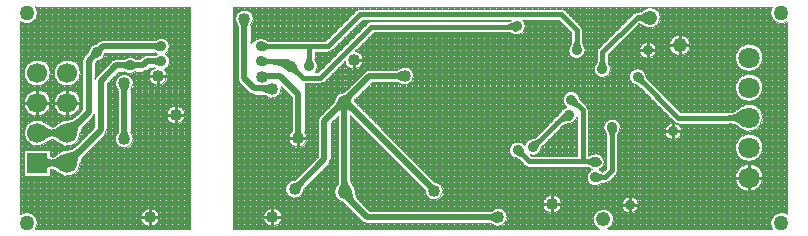
<source format=gbl>
%FSTAX23Y23*%
%MOIN*%
%SFA1B1*%

%IPPOS*%
%ADD10C,0.020000*%
%ADD11C,0.015000*%
%ADD24C,0.066900*%
%ADD25R,0.066900X0.066900*%
%ADD26C,0.050000*%
%ADD27C,0.048000*%
%ADD28C,0.070900*%
%ADD29C,0.035000*%
%ADD30C,0.045000*%
%ADD31C,0.040000*%
%ADD32C,0.004000*%
%ADD33C,0.010000*%
%LNcn0349-1*%
%LPD*%
G54D10*
X01613Y00061D02*
D01*
D01*
G75*
G03X01596Y00069I-00017J-00017D01*
G74*G01*
D01*
D01*
G75*
G03X01613Y00076I0J00023D01*
G74*G01*
X00492Y00632D02*
D01*
D01*
G75*
G03X00479Y00638I-00012J-00012D01*
G74*G01*
D01*
D01*
G75*
G03X00492Y00643I-0J00018D01*
G74*G01*
X00283Y0061D02*
D01*
D01*
G75*
G03X0027Y00605I0J-00018D01*
G74*G01*
D01*
D01*
G75*
G03X00275Y00618I-00012J00012D01*
G74*G01*
X00283Y00625D02*
D01*
D01*
G75*
G03X00295Y0063I-0J00018D01*
G74*G01*
D01*
D01*
G75*
G03X0029Y00618I00012J-00012D01*
G74*G01*
X00493Y00582D02*
D01*
D01*
G75*
G03X0048Y00588I-00012J-00012D01*
G74*G01*
D01*
D01*
G75*
G03X00493Y00593I-0J00018D01*
G74*G01*
X00399Y0058D02*
D01*
D01*
G75*
G03X00412Y00575I00012J00012D01*
G74*G01*
D01*
D01*
G75*
G03X00399Y00569I0J-00018D01*
G74*G01*
X00388D02*
D01*
D01*
G75*
G03X00375Y00575I-00012J-00012D01*
G74*G01*
D01*
D01*
G75*
G03X00388Y0058I-0J00018D01*
G74*G01*
X00861Y00488D02*
D01*
D01*
G75*
G03X0084Y00498I-00022J-00022D01*
G74*G01*
X00782Y00722D02*
D01*
D01*
G75*
G03X00775Y00705I00017J-00017D01*
G74*G01*
D01*
D01*
G75*
G03X00767Y00722I-00023J0D01*
G74*G01*
X01302Y00532D02*
D01*
D01*
G75*
G03X01285Y0054I-00017J-00017D01*
G74*G01*
D01*
D01*
G75*
G03X01302Y00547I0J00023D01*
G74*G01*
X00382Y00507D02*
D01*
D01*
G75*
G03X00375Y0049I00017J-00017D01*
G74*G01*
D01*
D01*
G75*
G03X00367Y00507I-00023J0D01*
G74*G01*
Y00337D02*
D01*
D01*
G75*
G03X00375Y00354I-00017J00017D01*
G74*G01*
D01*
D01*
G75*
G03X00382Y00337I00023J-0D01*
G74*G01*
X00943Y00173D02*
D01*
D01*
G75*
G03X0096Y0018I-0J00024D01*
G74*G01*
D01*
D01*
G75*
G03X00953Y00163I00017J-00017D01*
G74*G01*
X01142Y00425D02*
D01*
D01*
G75*
G03X01107Y00439I-00035J-00035D01*
G74*G01*
Y00464D02*
D01*
D01*
G75*
G03X01123Y00471I-0J00022D01*
G74*G01*
X0113Y00478D02*
D01*
D01*
G75*
G03X01119Y00452I00026J-00026D01*
G74*G01*
X01107Y00439D02*
D01*
D01*
G75*
G03X01078Y00427I0J-00039D01*
G74*G01*
X01088Y00437D02*
D01*
D01*
G75*
G03X01094Y00452I-00014J00014D01*
G74*G01*
X01115Y00443D02*
D01*
D01*
G75*
G03X01108Y00424I00018J-00018D01*
G74*G01*
Y00419D02*
D01*
D01*
G75*
G03X01098Y00443I-00033J-0D01*
G74*G01*
X01124Y00154D02*
D01*
D01*
G75*
G03X01141Y00111I00060J-0D01*
G74*G01*
X011Y00163D02*
D01*
D01*
G75*
G03X01108Y00183I-00019J00019D01*
G74*G01*
Y00192D02*
D01*
D01*
G75*
G03X01119Y00163I00040J-0D01*
G74*G01*
X00101Y00266D02*
D01*
D01*
G75*
G03X00141Y0025I00040J00040D01*
G74*G01*
D01*
D01*
G75*
G03X00101Y00233I-0J-00056D01*
G74*G01*
Y00366D02*
D01*
D01*
G75*
G03X00141Y0035I00040J00040D01*
G74*G01*
D01*
D01*
G75*
G03X00101Y00333I-0J-00056D01*
G74*G01*
X00185Y00273D02*
D01*
D01*
G75*
G03X00226Y0029I-0J00059D01*
G74*G01*
X00224Y00288D02*
D01*
D01*
G75*
G03X00208Y0025I00037J-00038D01*
G74*G01*
X00168Y00233D02*
D01*
D01*
G75*
G03X00128Y0025I-00040J-00040D01*
G74*G01*
D01*
D01*
G75*
G03X00168Y00266I0J00056D01*
G74*G01*
X00185Y00373D02*
D01*
D01*
G75*
G03X00226Y0039I-0J00059D01*
G74*G01*
X00224Y00388D02*
D01*
D01*
G75*
G03X00208Y0035I00037J-00038D01*
G74*G01*
X00168Y00333D02*
D01*
D01*
G75*
G03X00128Y0035I-00040J-00040D01*
G74*G01*
D01*
D01*
G75*
G03X00168Y00366I0J00056D01*
G74*G01*
X01108Y00451D02*
X01109Y00452D01*
X01108Y00145D02*
Y00451D01*
X00955Y00332D02*
Y00478D01*
X01116Y00451D02*
X01408Y00159D01*
X01108Y00451D02*
X01116D01*
X01107Y00452D02*
Y00455D01*
X01103Y00452D02*
X01107D01*
X01042Y00391D02*
X01103Y00452D01*
X01107D02*
X01109D01*
X01184Y00069D02*
X01621D01*
X01108Y00145D02*
X01184Y00069D01*
X00775Y0073D02*
Y00731D01*
Y00532D02*
Y0073D01*
X00867Y00498D02*
X00869Y00496D01*
X00809Y00498D02*
X00867D01*
X00848Y00538D02*
X00895D01*
X00375Y0033D02*
Y00505D01*
X00296Y0036D02*
Y00523D01*
X00186Y0025D02*
X00296Y0036D01*
X00185Y0025D02*
X00186D01*
X00256Y0042D02*
Y00591D01*
X00186Y0035D02*
X00256Y0042D01*
X00185Y0035D02*
X00186D01*
X0045Y00588D02*
X00499D01*
X00437Y00575D02*
X0045Y00588D01*
X00394Y00575D02*
X00437D01*
X00348D02*
X00394D01*
X00296Y00523D02*
X00348Y00575D01*
X00256Y00591D02*
X00283Y00618D01*
X00303Y00638*
X00498*
X00775Y00532D02*
X00809Y00498D01*
X00085Y0025D02*
X00185D01*
X00085Y0035D02*
X00185D01*
X01107Y00455D02*
X01192Y0054D01*
X01309*
X00943Y00163D02*
X01042Y00262D01*
X00895Y00538D02*
X00955Y00478D01*
X01042Y00262D02*
Y00391D01*
G54D11*
X01961Y0057D02*
D01*
D01*
G75*
G03X01969Y00587I-00017J00017D01*
G74*G01*
D01*
D01*
G75*
G03X01976Y0057I00024J0D01*
G74*G01*
X02096Y00537D02*
D01*
D01*
G75*
G03X02103Y00518I00026J-0D01*
G74*G01*
X02101Y0052D02*
D01*
D01*
G75*
G03X02086Y00527I-00015J-00015D01*
G74*G01*
X01738Y00314D02*
D01*
D01*
G75*
G03X01756Y00321I0J00026D01*
G74*G01*
X01754Y00319D02*
D01*
D01*
G75*
G03X01748Y00304I00015J-00015D01*
G74*G01*
X01857Y00399D02*
D01*
D01*
G75*
G03X01818Y00383I0J-00054D01*
G74*G01*
X01696Y00293D02*
D01*
D01*
G75*
G03X01703Y00275I00024J0D01*
G74*G01*
D01*
D01*
G75*
G03X01686Y00283I-00017J-00017D01*
G74*G01*
X01875Y00461D02*
D01*
D01*
G75*
G03X0188Y00447I00019J0D01*
G74*G01*
X01885Y00442D02*
D01*
D01*
G75*
G03X01865Y00451I-00020J-00020D01*
G74*G01*
X01938Y00246D02*
D01*
D01*
G75*
G03X01919Y00255I-00019J-00019D01*
G74*G01*
X01924D02*
D01*
D01*
G75*
G03X01938Y00261I0J00020D01*
G74*G01*
X02008Y00361D02*
D01*
D01*
G75*
G03X02001Y00344I00017J-00017D01*
G74*G01*
D01*
D01*
G75*
G03X01993Y00361I-00023J0D01*
G74*G01*
X01952Y00209D02*
D01*
D01*
G75*
G03X01969Y00202I00017J00017D01*
G74*G01*
D01*
D01*
G75*
G03X01952Y00194I-0J-00023D01*
G74*G01*
X01876Y00633D02*
D01*
D01*
G75*
G03X01884Y0065I-00017J00017D01*
G74*G01*
D01*
D01*
G75*
G03X01891Y00633I00023J-0D01*
G74*G01*
X01676Y00697D02*
D01*
D01*
G75*
G03X01662Y00704I-00014J-00014D01*
G74*G01*
X01657D02*
D01*
D01*
G75*
G03X01676Y00712I0J00027D01*
G74*G01*
X00839Y00595D02*
D01*
D01*
G75*
G03X00856Y00588I00017J00017D01*
G74*G01*
D01*
D01*
G75*
G03X00839Y0058I-0J-00023D01*
G74*G01*
X00984Y00579D02*
D01*
D01*
G75*
G03X00992Y00596I-00017J00017D01*
G74*G01*
D01*
D01*
G75*
G03X00999Y00579I00023J-0D01*
G74*G01*
X00837Y00645D02*
D01*
D01*
G75*
G03X00854Y00638I00017J00017D01*
G74*G01*
D01*
D01*
G75*
G03X00837Y0063I-0J-00023D01*
G74*G01*
X00935Y00575D02*
D01*
D01*
G75*
G03X00905Y00588I-00030J-00030D01*
G74*G01*
X00924Y00564D02*
D01*
D01*
G75*
G03X00869Y00588I-00055J-00055D01*
G74*G01*
X00942Y00572D02*
D01*
D01*
G75*
G03X00949Y00554I00024J0D01*
G74*G01*
D01*
D01*
G75*
G03X00932Y00562I-00017J-00017D01*
G74*G01*
X02438Y00381D02*
D01*
D01*
G75*
G03X02393Y004I-00045J-00045D01*
G74*G01*
X02388D02*
D01*
D01*
G75*
G03X02438Y0042I0J00070D01*
G74*G01*
X02116Y00722D02*
D01*
D01*
G75*
G03X02088Y00734I-00028J-00028D01*
G74*G01*
D01*
D01*
G75*
G03X02116Y00745I0J00039D01*
G74*G01*
X02083Y00734D02*
X02128D01*
X01969Y0062D02*
X02083Y00734D01*
X01969Y00563D02*
Y0062D01*
X01738Y00303D02*
X01844Y00409D01*
X02431Y004D02*
X02453Y00378D01*
X02222Y004D02*
X02431D01*
X02086Y00536D02*
X02222Y004D01*
X02001Y00226D02*
Y00369D01*
X01977Y00202D02*
X02001Y00226D01*
X01952Y00202D02*
X01977D01*
X01903Y00256D02*
Y00425D01*
X01954Y00255D02*
X01956Y00253D01*
X01844Y00409D02*
X01857D01*
X01738Y00303D02*
Y00304D01*
X01956Y00253D02*
X01957Y00254D01*
X00988Y00575D02*
X00989D01*
X0083Y00638D02*
X00992D01*
X00916Y00588D02*
X00932Y00572D01*
X00829Y00588D02*
X00916D01*
X00992Y00579D02*
Y00638D01*
X01053*
X00932Y00572D02*
X0097Y00534D01*
X01029*
X01053Y00638D02*
X0116Y00745D01*
X01831*
X01884Y00692*
X01029Y00534D02*
X01199Y00704D01*
X01683*
X02086Y00536D02*
Y00537D01*
X00988Y00575D02*
X00992Y00579D01*
X01884Y00621D02*
Y00626D01*
Y00692*
X01686Y00293D02*
X01724Y00255D01*
X01954*
X01957Y00253D02*
Y00254D01*
X01865Y00463D02*
X01903Y00425D01*
G54D24*
X00185Y0055D03*
Y0045D03*
Y0035D03*
Y0025D03*
X00085Y0055D03*
Y0045D03*
Y0035D03*
G54D25*
X00085Y0025D03*
G54D26*
X0005Y0075D03*
Y0005D03*
X02565D03*
Y00749D03*
G54D27*
X0111Y00154D03*
X02226Y00642D03*
X02128Y00734D03*
X01972Y00062D03*
G54D28*
X02458Y00601D03*
Y00501D03*
Y00201D03*
Y00301D03*
Y00401D03*
G54D29*
X0212Y00626D03*
X02205Y00355D03*
X00932Y00572D03*
X0083Y00638D03*
X00992Y00572D03*
X00832Y00588D03*
X00394Y00575D03*
X00499Y00588D03*
X00283Y00618D03*
X00498Y00638D03*
X01684Y00705D03*
X01884Y00626D03*
X01945Y00202D03*
X02001Y00369D03*
X01946Y00254D03*
X01865Y00461D03*
X01686Y00293D03*
X01857Y00409D03*
X01738Y00304D03*
X02086Y00537D03*
X02061Y0011D03*
X01969Y00563D03*
G54D30*
X01107Y00452D03*
G54D31*
X01408Y00156D03*
X00943Y00163D03*
X00375Y0033D03*
Y00515D03*
X0131Y0054D03*
X01141Y00593D03*
X00835Y00537D03*
X00775Y0073D03*
X00954Y00332D03*
X00869Y00069D03*
Y00496D03*
X0046Y00068D03*
X00487Y00538D03*
X01801Y00113D03*
X00546Y0041D03*
X01621Y00069D03*
G54D32*
X02535Y0077D02*
D01*
D01*
G75*
G03X02585Y00719I00029J-00020D01*
G74*G01*
X02504Y00601D02*
D01*
D01*
G75*
G03X02411I-00046J0D01*
G74*G01*
D01*
G75*
G03X02504I00046J0D01*
G74*G01*
X02163Y00734D02*
D01*
D01*
G75*
G03X02103Y00758I-00034J0D01*
G74*G01*
Y00709D02*
D01*
D01*
G75*
G03X02163Y00734I00024J00024D01*
G74*G01*
X02261Y00642D02*
D01*
D01*
G75*
G03X02191I-00035J0D01*
G74*G01*
D01*
G75*
G03X02261I00035J0D01*
G74*G01*
X02148Y00626D02*
D01*
D01*
G75*
G03X02091I-00028J0D01*
G74*G01*
D01*
G75*
G03X02148I00028J0D01*
G74*G01*
X02504Y00401D02*
D01*
D01*
G75*
G03X02425Y00433I-00046J-0D01*
G74*G01*
X02504Y00501D02*
D01*
D01*
G75*
G03X02411I-00046J0D01*
G74*G01*
D01*
G75*
G03X02504I00046J0D01*
G74*G01*
X02388Y00418D02*
D01*
D01*
G75*
G03X02425Y00433I-0J00052D01*
G74*G01*
X02208Y00386D02*
D01*
D01*
G75*
G03X02222Y00381I00013J00012D01*
G74*G01*
X02208Y00386D02*
D01*
D01*
G75*
G03X02222Y00381I00013J00012D01*
G74*G01*
X02088Y00752D02*
D01*
D01*
G75*
G03X02103Y00758I0J00021D01*
G74*G01*
X02083Y00752D02*
D01*
D01*
G75*
G03X02069Y00747I0J-00018D01*
G74*G01*
X02083Y00752D02*
D01*
D01*
G75*
G03X02069Y00747I0J-00018D01*
G74*G01*
X01844Y00758D02*
D01*
D01*
G75*
G03X01831Y00763I-00013J-00012D01*
G74*G01*
X01844Y00758D02*
D01*
D01*
G75*
G03X01831Y00763I-00013J-00012D01*
G74*G01*
X02103Y00709D02*
D01*
D01*
G75*
G03X0209Y00715I-00015J-00015D01*
G74*G01*
X01955Y00633D02*
D01*
D01*
G75*
G03X0195Y0062I00012J-00013D01*
G74*G01*
X01955Y00633D02*
D01*
D01*
G75*
G03X0195Y0062I00012J-00013D01*
G74*G01*
X01987Y00587D02*
D01*
D01*
G75*
G03X01989Y00583I00005J0D01*
G74*G01*
X01948D02*
D01*
D01*
G75*
G03X0195Y00587I-00003J00003D01*
G74*G01*
X02114Y00537D02*
D01*
D01*
G75*
G03X02116Y00531I00008J0D01*
G74*G01*
X02114Y00537D02*
D01*
D01*
G75*
G03X02086Y00508I-00028J0D01*
G74*G01*
X01948Y00583D02*
D01*
D01*
G75*
G03X01997Y00563I00020J-00020D01*
G74*G01*
D01*
D01*
G75*
G03X01989Y00583I-00028J-0D01*
G74*G01*
X01921Y00425D02*
D01*
D01*
G75*
G03X01916Y00438I-00018J-0D01*
G74*G01*
X01921Y00425D02*
D01*
D01*
G75*
G03X01916Y00438I-00018J-0D01*
G74*G01*
X01902Y00692D02*
D01*
D01*
G75*
G03X01897Y00705I-00018J-0D01*
G74*G01*
X01902Y0065D02*
D01*
D01*
G75*
G03X01904Y00646I00005J-0D01*
G74*G01*
X01912Y00626D02*
D01*
D01*
G75*
G03X01904Y00646I-00028J-0D01*
G74*G01*
X01902Y00692D02*
D01*
D01*
G75*
G03X01897Y00705I-00018J-0D01*
G74*G01*
X01657Y00722D02*
D01*
D01*
G75*
G03X01663Y00725I-0J00009D01*
G74*G01*
X01712Y00705D02*
D01*
D01*
G75*
G03X01702Y00726I-00028J0D01*
G74*G01*
X01663Y00684D02*
D01*
D01*
G75*
G03X01712Y00705I00020J00020D01*
G74*G01*
X01863Y00646D02*
D01*
D01*
G75*
G03X01865Y0065I-00003J00003D01*
G74*G01*
X01863Y00646D02*
D01*
D01*
G75*
G03X01912Y00626I00020J-00020D01*
G74*G01*
X01893Y00461D02*
D01*
D01*
G75*
G03X01849Y00437I-00028J-0D01*
G74*G01*
X01857Y00381D02*
D01*
D01*
G75*
G03X01884Y00402I-0J00028D01*
G74*G01*
X01849Y00437D02*
D01*
D01*
G75*
G03X01831Y00423I00007J-00027D01*
G74*G01*
X02425Y00368D02*
D01*
D01*
G75*
G03X02504Y00401I00032J00032D01*
G74*G01*
Y00301D02*
D01*
D01*
G75*
G03X02411I-00046J0D01*
G74*G01*
D01*
G75*
G03X02504I00046J0D01*
G74*G01*
X02425Y00368D02*
D01*
D01*
G75*
G03X02393Y00381I-00032J-00032D01*
G74*G01*
X02233Y00355D02*
D01*
D01*
G75*
G03X02176I-00028J0D01*
G74*G01*
D01*
G75*
G03X02233I00028J0D01*
G74*G01*
X02029Y00369D02*
D01*
D01*
G75*
G03X0198Y00348I-00028J-0D01*
G74*G01*
X02021D02*
D01*
D01*
G75*
G03X02029Y00369I-00019J00019D01*
G74*G01*
X02021Y00348D02*
D01*
D01*
G75*
G03X02019Y00344I00003J-00003D01*
G74*G01*
X02504Y00201D02*
D01*
D01*
G75*
G03X02411I-00046J0D01*
G74*G01*
D01*
G75*
G03X02504I00046J0D01*
G74*G01*
X02585Y00079D02*
D01*
D01*
G75*
G03X02535Y0003I-00020J-00029D01*
G74*G01*
X02014Y00212D02*
D01*
D01*
G75*
G03X02019Y00226I-00012J00013D01*
G74*G01*
X02014Y00212D02*
D01*
D01*
G75*
G03X02019Y00226I-00012J00013D01*
G74*G01*
X02089Y0011D02*
D01*
D01*
G75*
G03X02032I-00028J0D01*
G74*G01*
D01*
G75*
G03X02089I00028J0D01*
G74*G01*
X01982Y00344D02*
D01*
D01*
G75*
G03X0198Y00348I-00005J0D01*
G74*G01*
X01857Y00381D02*
D01*
D01*
G75*
G03X01831Y0037I0J-00036D01*
G74*G01*
X01975Y00254D02*
D01*
D01*
G75*
G03X01972Y00263I-00018J-0D01*
G74*G01*
X01975Y00254D02*
D01*
D01*
G75*
G03X01972Y00263I-00018J-0D01*
G74*G01*
D01*
D01*
G75*
G03X01925Y00274I-00026J-00009D01*
G74*G01*
X01738Y00332D02*
D01*
D01*
G75*
G03X01743Y00334I-0J00008D01*
G74*G01*
X01738Y00332D02*
D01*
D01*
G75*
G03X01709Y00308I-0J-00028D01*
G74*G01*
X01727Y00277D02*
D01*
D01*
G75*
G03X01766Y00304I00010J00026D01*
G74*G01*
X01709Y00308D02*
D01*
D01*
G75*
G03X01686Y00264I-00023J-00015D01*
G74*G01*
X0169Y00262D02*
D01*
D01*
G75*
G03X01686Y00264I-00003J-00003D01*
G74*G01*
X01971Y00241D02*
D01*
D01*
G75*
G03X01975Y00253I-00014J00011D01*
G74*G01*
X01957Y00227D02*
D01*
D01*
G75*
G03X01971Y00241I-00011J00026D01*
G74*G01*
X01977Y00183D02*
D01*
D01*
G75*
G03X0199Y00188I-0J00018D01*
G74*G01*
X01977Y00183D02*
D01*
D01*
G75*
G03X0199Y00188I-0J00018D01*
G74*G01*
X01965Y00222D02*
D01*
D01*
G75*
G03X01969Y0022I00003J00003D01*
G74*G01*
X01925Y00233D02*
D01*
D01*
G75*
G03X01933Y00228I00019J00019D01*
G74*G01*
X01925Y00233D02*
D01*
D01*
G75*
G03X01919Y00236I-00006J-00006D01*
G74*G01*
X01969Y00183D02*
D01*
D01*
G75*
G03X01965Y00181I-0J-00005D01*
G74*G01*
Y00222D02*
D01*
D01*
G75*
G03X01957Y00227I-00019J-00019D01*
G74*G01*
X01933Y00228D02*
D01*
D01*
G75*
G03X01965Y00181I00011J-00026D01*
G74*G01*
X01986Y0003D02*
D01*
D01*
G75*
G03X02007Y00062I-00014J00031D01*
G74*G01*
D01*
D01*
G75*
G03X01957Y0003I-00035J-0D01*
G74*G01*
X01832Y00113D02*
D01*
D01*
G75*
G03X0177I-00031J0D01*
G74*G01*
D01*
G75*
G03X01832I00031J0D01*
G74*G01*
X0171Y00241D02*
D01*
D01*
G75*
G03X01724Y00236I00013J00012D01*
G74*G01*
X0171Y00241D02*
D01*
D01*
G75*
G03X01724Y00236I00013J00012D01*
G74*G01*
X01652Y00069D02*
D01*
D01*
G75*
G03X01599Y0009I-00030J0D01*
G74*G01*
Y00047D02*
D01*
D01*
G75*
G03X01652Y00069I00021J00021D01*
G74*G01*
X0116Y00763D02*
D01*
D01*
G75*
G03X01146Y00758I0J-00018D01*
G74*G01*
X0116Y00763D02*
D01*
D01*
G75*
G03X01146Y00758I0J-00018D01*
G74*G01*
X01199Y00722D02*
D01*
D01*
G75*
G03X01185Y00717I0J-00018D01*
G74*G01*
X01199Y00722D02*
D01*
D01*
G75*
G03X01185Y00717I0J-00018D01*
G74*G01*
X01341Y0054D02*
D01*
D01*
G75*
G03X01288Y00561I-00030J0D01*
G74*G01*
X01192Y00561D02*
D01*
D01*
G75*
G03X01177Y00554I-0J-00020D01*
G74*G01*
X01192Y00561D02*
D01*
D01*
G75*
G03X01177Y00554I0J-00021D01*
G74*G01*
X01288Y00518D02*
D01*
D01*
G75*
G03X01341Y0054I00021J00021D01*
G74*G01*
X01172Y00593D02*
D01*
D01*
G75*
G03X01144Y00623I-00031J-0D01*
G74*G01*
X0111Y00589D02*
D01*
D01*
G75*
G03X01172Y00593I00030J00003D01*
G74*G01*
X01145Y00463D02*
D01*
D01*
G75*
G03X0114Y00455I00012J-00011D01*
G74*G01*
X00806Y0073D02*
D01*
D01*
G75*
G03X00753Y00708I-00030J0D01*
G74*G01*
X00796D02*
D01*
D01*
G75*
G03X00806Y0073I-00022J00022D01*
G74*G01*
X0085Y00658D02*
D01*
D01*
G75*
G03X00854Y00656I00003J00003D01*
G74*G01*
X0085Y00658D02*
D01*
D01*
G75*
G03X00809Y00657I-00020J-00019D01*
G74*G01*
D01*
D01*
G75*
G03X00796Y00651I00007J-00034D01*
G74*G01*
X01053Y00619D02*
D01*
D01*
G75*
G03X01066Y00624I-0J00018D01*
G74*G01*
X01053Y00619D02*
D01*
D01*
G75*
G03X01066Y00624I-0J00018D01*
G74*G01*
X0101Y00596D02*
D01*
D01*
G75*
G03X01012Y00592I00005J-0D01*
G74*G01*
X0102Y00572D02*
D01*
D01*
G75*
G03X01012Y00592I-00028J-0D01*
G74*G01*
X01012Y00552D02*
D01*
D01*
G75*
G03X0102Y00572I-00020J00019D01*
G74*G01*
X01107Y00485D02*
D01*
D01*
G75*
G03X01073Y00452I0J-00033D01*
G74*G01*
X01029Y00515D02*
D01*
D01*
G75*
G03X01042Y0052I-0J00018D01*
G74*G01*
X01029Y00515D02*
D01*
D01*
G75*
G03X01042Y0052I-0J00018D01*
G74*G01*
X00754Y00532D02*
D01*
D01*
G75*
G03X0076Y00517I00020J-0D01*
G74*G01*
X00754Y00532D02*
D01*
D01*
G75*
G03X0076Y00517I00021J0D01*
G74*G01*
X009Y00496D02*
D01*
D01*
G75*
G03X00898Y00504I-00030J0D01*
G74*G01*
X00847Y00474D02*
D01*
D01*
G75*
G03X0084Y00477I-00006J-00006D01*
G74*G01*
X00847Y00474D02*
D01*
D01*
G75*
G03X009Y00496I00021J00021D01*
G74*G01*
X00794Y00483D02*
D01*
D01*
G75*
G03X00809Y00477I00015J00015D01*
G74*G01*
X00794Y00483D02*
D01*
D01*
G75*
G03X00809Y00477I00014J00014D01*
G74*G01*
X01439Y00156D02*
D01*
D01*
G75*
G03X01409Y00187I-00031J-0D01*
G74*G01*
X01377Y0016D02*
D01*
D01*
G75*
G03X01439Y00156I00030J-00003D01*
G74*G01*
X01169Y00054D02*
D01*
D01*
G75*
G03X01184Y00048I00014J00014D01*
G74*G01*
X01169Y00054D02*
D01*
D01*
G75*
G03X01184Y00048I00015J00015D01*
G74*G01*
X01027Y00405D02*
D01*
D01*
G75*
G03X01021Y00391I00014J-00014D01*
G74*G01*
X01027Y00405D02*
D01*
D01*
G75*
G03X01021Y00391I00015J-00015D01*
G74*G01*
X00985Y00332D02*
D01*
D01*
G75*
G03X00976Y00353I-00030J0D01*
G74*G01*
X00934Y00355D02*
D01*
D01*
G75*
G03X00985Y00332I00019J-00023D01*
G74*G01*
X01145Y00154D02*
D01*
D01*
G75*
G03X01156Y00126I00039J-0D01*
G74*G01*
X01129Y00192D02*
D01*
D01*
G75*
G03X01134Y00178I00019J-0D01*
G74*G01*
X01145Y00154D02*
D01*
D01*
G75*
G03X01134Y00178I-00034J0D01*
G74*G01*
X01085D02*
D01*
D01*
G75*
G03X01103Y00119I00024J-00024D01*
G74*G01*
X01056Y00247D02*
D01*
D01*
G75*
G03X01063Y00262I-00014J00014D01*
G74*G01*
X01056Y00247D02*
D01*
D01*
G75*
G03X01063Y00262I-00015J00015D01*
G74*G01*
X01085Y00178D02*
D01*
D01*
G75*
G03X01087Y00183I-00004J00004D01*
G74*G01*
X00943Y00194D02*
D01*
D01*
G75*
G03X00974Y00163I0J-00031D01*
G74*G01*
X009Y00069D02*
D01*
D01*
G75*
G03X00838I-00031J0D01*
G74*G01*
D01*
G75*
G03X009I00031J0D01*
G74*G01*
X00527Y00588D02*
D01*
D01*
G75*
G03X00512Y00613I-00028J-0D01*
G74*G01*
D01*
D01*
G75*
G03X00526Y00638I-00014J00024D01*
G74*G01*
D01*
D01*
G75*
G03X00478Y00659I-00028J-0D01*
G74*G01*
Y00617D02*
D01*
D01*
G75*
G03X00484Y00612I00019J00021D01*
G74*G01*
D01*
D01*
G75*
G03X00479Y00609I00015J-00027D01*
G74*G01*
X0045D02*
D01*
D01*
G75*
G03X00435Y00602I-0J-00020D01*
G74*G01*
X00507Y0056D02*
D01*
D01*
G75*
G03X00527Y00588I-00008J00027D01*
G74*G01*
X00518Y00538D02*
D01*
D01*
G75*
G03X00507Y0056I-00031J-0D01*
G74*G01*
X00476Y00567D02*
D01*
D01*
G75*
G03X00518Y00538I00010J-00028D01*
G74*G01*
X00437Y00554D02*
D01*
D01*
G75*
G03X00451Y0056I-0J00021D01*
G74*G01*
X0045Y00609D02*
D01*
D01*
G75*
G03X00435Y00602I0J-00021D01*
G74*G01*
X00437Y00554D02*
D01*
D01*
G75*
G03X00451Y0056I0J00020D01*
G74*G01*
X00413Y00596D02*
D01*
D01*
G75*
G03X00374I-00019J-00021D01*
G74*G01*
Y00554D02*
D01*
D01*
G75*
G03X00413I00019J00021D01*
G74*G01*
X00303Y00659D02*
D01*
D01*
G75*
G03X00288Y00652I-0J-00020D01*
G74*G01*
X00303Y00659D02*
D01*
D01*
G75*
G03X00288Y00652I0J-00021D01*
G74*G01*
X00281Y00646D02*
D01*
D01*
G75*
G03X00254Y00619I00001J-00028D01*
G74*G01*
X00284Y00589D02*
D01*
D01*
G75*
G03X00311Y00616I-00001J00028D01*
G74*G01*
X00241Y00605D02*
D01*
D01*
G75*
G03X00235Y00591I00014J-00014D01*
G74*G01*
X00348Y00596D02*
D01*
D01*
G75*
G03X00333Y00589I-0J-00020D01*
G74*G01*
X00348Y00596D02*
D01*
D01*
G75*
G03X00333Y00589I0J-00021D01*
G74*G01*
X00406Y00515D02*
D01*
D01*
G75*
G03X00353Y00493I-00030J0D01*
G74*G01*
X00396D02*
D01*
D01*
G75*
G03X00406Y00515I-00022J00022D01*
G74*G01*
X00241Y00605D02*
D01*
D01*
G75*
G03X00235Y00591I00015J-00015D01*
G74*G01*
X00281Y00537D02*
D01*
D01*
G75*
G03X00277Y00531I00014J-00014D01*
G74*G01*
X00281Y00537D02*
D01*
D01*
G75*
G03X00277Y00531I00016J-00015D01*
G74*G01*
X00577Y0041D02*
D01*
D01*
G75*
G03X00515I-00031J0D01*
G74*G01*
D01*
G75*
G03X00577I00031J0D01*
G74*G01*
X00491Y00068D02*
D01*
D01*
G75*
G03X00429I-00031J0D01*
G74*G01*
D01*
G75*
G03X00491I00031J0D01*
G74*G01*
X0027Y00405D02*
D01*
D01*
G75*
G03X00275Y00411I-00014J00014D01*
G74*G01*
X0027Y00405D02*
D01*
D01*
G75*
G03X00275Y00411I-00016J00015D01*
G74*G01*
X00406Y0033D02*
D01*
D01*
G75*
G03X00396Y00351I-00030J0D01*
G74*G01*
X00353D02*
D01*
D01*
G75*
G03X00406Y0033I00021J-00021D01*
G74*G01*
X0031Y00345D02*
D01*
D01*
G75*
G03X00317Y0036I-00015J00015D01*
G74*G01*
X0031Y00345D02*
D01*
D01*
G75*
G03X00317Y0036I-00014J00014D01*
G74*G01*
X00229Y0055D02*
D01*
D01*
G75*
G03X0014I-00044J0D01*
G74*G01*
D01*
G75*
G03X00229I00044J0D01*
G74*G01*
Y0045D02*
D01*
D01*
G75*
G03X0014I-00044J0D01*
G74*G01*
D01*
G75*
G03X00229I00044J0D01*
G74*G01*
X00185Y00394D02*
D01*
D01*
G75*
G03X00211Y00405I-0J00038D01*
G74*G01*
X00086Y0075D02*
D01*
D01*
G75*
G03X00079Y0077I-00035J0D01*
G74*G01*
X00029Y0072D02*
D01*
D01*
G75*
G03X00086Y0075I00021J00029D01*
G74*G01*
X00129Y0055D02*
D01*
D01*
G75*
G03X0004I-00044J0D01*
G74*G01*
D01*
G75*
G03X00129I00044J0D01*
G74*G01*
Y0045D02*
D01*
D01*
G75*
G03X0004I-00044J0D01*
G74*G01*
D01*
G75*
G03X00129I00044J0D01*
G74*G01*
X00239Y00373D02*
D01*
D01*
G75*
G03X00229Y0035I00023J-00023D01*
G74*G01*
X00239Y00273D02*
D01*
D01*
G75*
G03X00229Y0025I00023J-00023D01*
G74*G01*
X00185Y00294D02*
D01*
D01*
G75*
G03X00211Y00305I-0J00038D01*
G74*G01*
X00185Y00394D02*
D01*
D01*
G75*
G03X00153Y00381I-0J-00044D01*
G74*G01*
X00135Y00371D02*
D01*
D01*
G75*
G03X00153Y00381I-00006J00034D01*
G74*G01*
Y00318D02*
D01*
D01*
G75*
G03X00135Y00328I-00025J-00026D01*
G74*G01*
X00153Y00318D02*
D01*
D01*
G75*
G03X00229Y0035I00031J00031D01*
G74*G01*
X00185Y00294D02*
D01*
D01*
G75*
G03X00153Y00281I-0J-00044D01*
G74*G01*
Y00218D02*
D01*
D01*
G75*
G03X00229Y0025I00031J00031D01*
G74*G01*
X00135Y00271D02*
D01*
D01*
G75*
G03X00153Y00281I-00006J00034D01*
G74*G01*
Y00218D02*
D01*
D01*
G75*
G03X00135Y00228I-00025J-00026D01*
G74*G01*
Y00328D02*
D01*
D01*
G75*
G03X00116Y00318I00006J-00034D01*
G74*G01*
Y00381D02*
D01*
D01*
G75*
G03X00135Y00371I00025J00026D01*
G74*G01*
X00116Y00381D02*
D01*
D01*
G75*
G03Y00318I-00031J-00031D01*
G74*G01*
X00129Y00273D02*
D01*
D01*
G75*
G03X00135Y00271I00011J00031D01*
G74*G01*
Y00228D02*
D01*
D01*
G75*
G03X00129Y00226I00006J-00035D01*
G74*G01*
X00079Y0003D02*
D01*
D01*
G75*
G03X00086Y0005I-00030J00020D01*
G74*G01*
D01*
D01*
G75*
G03X00029Y00079I-00035J0D01*
G74*G01*
X02579Y00716D02*
X02585D01*
X02532Y00763D02*
Y0077D01*
X0249D02*
X02535D01*
X02496Y00627D02*
Y0077D01*
X025Y0062D02*
Y0077D01*
X02492Y00632D02*
Y0077D01*
X02476Y00643D02*
Y0077D01*
X02244Y00672D02*
X02585D01*
X02472Y00645D02*
Y0077D01*
X02484Y00639D02*
Y0077D01*
X02488Y00636D02*
Y0077D01*
X0248Y00641D02*
Y0077D01*
X02483Y0064D02*
X02585D01*
X02488Y00636D02*
X02585D01*
X02475Y00644D02*
X02585D01*
X02495Y00628D02*
X02585D01*
X02498Y00624D02*
X02585D01*
X02492Y00632D02*
X02585D01*
X02253Y00664D02*
X02585D01*
X02256Y0066D02*
X02585D01*
X02249Y00668D02*
X02585D01*
X02259Y00652D02*
X02585D01*
X0226Y00648D02*
X02585D01*
X02258Y00656D02*
X02585D01*
X0246Y00647D02*
Y0077D01*
X02464Y00647D02*
Y0077D01*
X02452Y00647D02*
Y0077D01*
X02456Y00647D02*
Y0077D01*
X02448Y00646D02*
Y0077D01*
X02468Y00646D02*
Y0077D01*
X02444Y00645D02*
Y0077D01*
X02436Y00641D02*
Y0077D01*
X0244Y00643D02*
Y0077D01*
X02432Y00639D02*
Y0077D01*
X0242Y00627D02*
Y0077D01*
X02428Y00636D02*
Y0077D01*
X02416Y0062D02*
Y0077D01*
X0226Y00644D02*
X0244D01*
X0226Y0064D02*
X02432D01*
X0226Y0065D02*
Y0077D01*
X02424Y00632D02*
Y0077D01*
X0226Y00636D02*
X02427D01*
X02259Y00632D02*
X02423D01*
X02252Y00665D02*
Y0077D01*
X02256Y0066D02*
Y0077D01*
X02248Y00669D02*
Y0077D01*
X02258Y00628D02*
X0242D01*
X02256Y00624D02*
X02417D01*
X02253Y0062D02*
X02415D01*
X02412Y00607D02*
Y0077D01*
X02504Y00607D02*
Y0077D01*
X02404Y00421D02*
Y0077D01*
X02408Y00422D02*
Y0077D01*
X02396Y00419D02*
Y0077D01*
X024Y00419D02*
Y0077D01*
X02392Y00418D02*
Y0077D01*
X02352Y00418D02*
Y0077D01*
X02356Y00418D02*
Y0077D01*
X02348Y00418D02*
Y0077D01*
X02384Y00418D02*
Y0077D01*
X02388Y00418D02*
Y0077D01*
X0236Y00418D02*
Y0077D01*
X02501Y00616D02*
X02585D01*
X02503Y00612D02*
X02585D01*
X025Y0062D02*
X02585D01*
X02503Y00608D02*
X02585D01*
X0238Y00418D02*
Y0077D01*
X02249Y00616D02*
X02414D01*
X02244Y00612D02*
X02412D01*
X02372Y00418D02*
Y0077D01*
X02368Y00418D02*
Y0077D01*
X02376Y00418D02*
Y0077D01*
X02364Y00418D02*
Y0077D01*
X02328Y00418D02*
Y0077D01*
X02332Y00418D02*
Y0077D01*
X0232Y00418D02*
Y0077D01*
X02324Y00418D02*
Y0077D01*
X0234Y00418D02*
Y0077D01*
X02344Y00418D02*
Y0077D01*
X02336Y00418D02*
Y0077D01*
X023Y00418D02*
Y0077D01*
X02304Y00418D02*
Y0077D01*
X02296Y00418D02*
Y0077D01*
X02312Y00418D02*
Y0077D01*
X02316Y00418D02*
Y0077D01*
X02308Y00418D02*
Y0077D01*
X02276Y00418D02*
Y0077D01*
X0228Y00418D02*
Y0077D01*
X02272Y00418D02*
Y0077D01*
X02288Y00418D02*
Y0077D01*
X02292Y00418D02*
Y0077D01*
X02284Y00418D02*
Y0077D01*
X02256Y00418D02*
Y00624D01*
X02252Y00418D02*
Y00618D01*
X02248Y00418D02*
Y00614D01*
X02264Y00418D02*
Y0077D01*
X02268Y00418D02*
Y0077D01*
X0226Y00418D02*
Y00633D01*
X02162Y00736D02*
X02531D01*
X02162Y00732D02*
X02533D01*
X02161Y00744D02*
X02529D01*
X02162Y0074D02*
X0253D01*
X02162Y00728D02*
X02535D01*
X02161Y00724D02*
X02539D01*
X02244Y00672D02*
Y0077D01*
X02136Y00768D02*
X02534D01*
X02146Y00764D02*
X02532D01*
X02151Y0076D02*
X0253D01*
X02155Y00756D02*
X02529D01*
X02158Y00752D02*
X02529D01*
X0216Y00748D02*
X02529D01*
X02158Y00716D02*
X0255D01*
X02155Y00712D02*
X02585D01*
X0216Y0072D02*
X02543D01*
X02146Y00704D02*
X02585D01*
X02234Y00676D02*
X02585D01*
X02151Y00708D02*
X02585D01*
X02071Y00696D02*
X02585D01*
X02067Y00692D02*
X02585D01*
X02136Y007D02*
X02585D01*
X02059Y00684D02*
X02585D01*
X02055Y0068D02*
X02585D01*
X02063Y00688D02*
X02585D01*
X02228Y00676D02*
Y0077D01*
X02232Y00676D02*
Y0077D01*
X0222Y00676D02*
Y0077D01*
X02224Y00676D02*
Y0077D01*
X02216Y00675D02*
Y0077D01*
X02236Y00675D02*
Y0077D01*
X02212Y00674D02*
Y0077D01*
X02152Y00759D02*
Y0077D01*
X02156Y00755D02*
Y0077D01*
X02148Y00762D02*
Y0077D01*
X02204Y00669D02*
Y0077D01*
X02208Y00672D02*
Y0077D01*
X022Y00665D02*
Y0077D01*
X02144Y00765D02*
Y0077D01*
X0216Y00748D02*
Y0077D01*
X0214Y00766D02*
Y0077D01*
X02196Y0066D02*
Y0077D01*
X0224Y00674D02*
Y0077D01*
X02051Y00676D02*
X02217D01*
X02047Y00672D02*
X02208D01*
X02043Y00668D02*
X02202D01*
X02039Y00664D02*
X02198D01*
X02035Y0066D02*
X02196D01*
X02192Y0065D02*
Y0077D01*
X02196Y00452D02*
Y00624D01*
X02192Y00456D02*
Y00633D01*
X02031Y00656D02*
X02193D01*
X02131Y00652D02*
X02192D01*
X02148Y00628D02*
X02193D01*
X02148Y00624D02*
X02196D01*
X02147Y00632D02*
X02192D01*
X02212Y00436D02*
Y00609D01*
X02216Y00432D02*
Y00608D01*
X02208Y0044D02*
Y00612D01*
X02244Y00418D02*
Y00612D01*
X0224Y00418D02*
Y00609D01*
X02236Y00418D02*
Y00608D01*
X02146Y00616D02*
X02202D01*
X02144Y00612D02*
X02208D01*
X02147Y0062D02*
X02198D01*
X02204Y00444D02*
Y00614D01*
X02142Y00608D02*
X02217D01*
X022Y00448D02*
Y00618D01*
X02172Y00476D02*
Y0077D01*
X02176Y00472D02*
Y0077D01*
X02168Y0048D02*
Y0077D01*
X02184Y00464D02*
Y0077D01*
X02188Y0046D02*
Y0077D01*
X0218Y00468D02*
Y0077D01*
X02152Y00496D02*
Y00708D01*
X02148Y00631D02*
Y00705D01*
X02144Y00641D02*
Y00702D01*
X02164Y00484D02*
Y0077D01*
X0216Y00488D02*
Y00719D01*
X02156Y00492D02*
Y00713D01*
X02142Y00644D02*
X02191D01*
X02144Y0064D02*
X02191D01*
X0214Y00646D02*
Y00701D01*
X02146Y00636D02*
X02191D01*
X02148Y005D02*
Y0062D01*
X02144Y00504D02*
Y0061D01*
X02136Y00649D02*
Y00699D01*
X02132Y00651D02*
Y00699D01*
X02128Y00653D02*
Y00699D01*
X02138Y00648D02*
X02191D01*
X02503Y00592D02*
X02585D01*
X02502Y00588D02*
X02585D01*
X02504Y006D02*
X02585D01*
X02504Y00596D02*
X02585D01*
X02499Y0058D02*
X02585D01*
X02497Y00576D02*
X02585D01*
X02501Y00584D02*
X02585D01*
X0249Y00568D02*
X02585D01*
X02486Y00564D02*
X02585D01*
X02494Y00572D02*
X02585D01*
X02469Y00556D02*
X02585D01*
X02475Y00544D02*
X02585D01*
X02479Y0056D02*
X02585D01*
X02503Y00508D02*
X02585D01*
X02504Y00504D02*
X02585D01*
X02503Y00512D02*
X02585D01*
X02504Y00496D02*
X02585D01*
X02503Y00492D02*
X02585D01*
X02504Y005D02*
X02585D01*
X02488Y00536D02*
X02585D01*
X02492Y00532D02*
X02585D01*
X02483Y0054D02*
X02585D01*
X02498Y00524D02*
X02585D01*
X02501Y00516D02*
X02585D01*
X02495Y00528D02*
X02585D01*
X02504Y00604D02*
X02585D01*
X02492Y00532D02*
Y00569D01*
X02488Y00536D02*
Y00565D01*
X02484Y00539D02*
Y00562D01*
X02504Y00507D02*
Y00594D01*
X025Y0052D02*
Y00581D01*
X02496Y00527D02*
Y00574D01*
X02432Y00539D02*
Y00562D01*
X0248Y00541D02*
Y0056D01*
X02428Y00536D02*
Y00565D01*
X0242Y00527D02*
Y00574D01*
X02424Y00532D02*
Y00569D01*
X02416Y0052D02*
Y00581D01*
X02468Y00546D02*
Y00555D01*
X02464Y00547D02*
Y00555D01*
X0246Y00547D02*
Y00554D01*
X02476Y00543D02*
Y00558D01*
X025Y0052D02*
X02585D01*
X02472Y00545D02*
Y00556D01*
X02452Y00547D02*
Y00555D01*
X02456Y00547D02*
Y00554D01*
X02448Y00546D02*
Y00555D01*
X0244Y00543D02*
Y00558D01*
X02444Y00545D02*
Y00556D01*
X02436Y00541D02*
Y0056D01*
X02499Y0048D02*
X02585D01*
X02497Y00476D02*
X02585D01*
X02502Y00488D02*
X02585D01*
X02501Y00484D02*
X02585D01*
X0249Y00468D02*
X02585D01*
X02492Y00432D02*
X02585D01*
X02494Y00472D02*
X02585D01*
X02479Y0046D02*
X02585D01*
X02469Y00456D02*
X02585D01*
X02486Y00464D02*
X02585D01*
X02483Y0044D02*
X02585D01*
X02488Y00436D02*
X02585D01*
X02475Y00444D02*
X02585D01*
X02503Y00408D02*
X02585D01*
X02504Y00404D02*
X02585D01*
X02503Y00412D02*
X02585D01*
X02504Y00396D02*
X02585D01*
X02503Y00392D02*
X02585D01*
X02504Y004D02*
X02585D01*
X02498Y00424D02*
X02585D01*
X025Y0042D02*
X02585D01*
X02495Y00428D02*
X02585D01*
X02501Y00384D02*
X02585D01*
X02499Y0038D02*
X02585D01*
X02502Y00388D02*
X02585D01*
X02492Y00432D02*
Y00469D01*
X02488Y00436D02*
Y00465D01*
X02484Y00439D02*
Y00462D01*
X02504Y00407D02*
Y00494D01*
X025Y0042D02*
Y00481D01*
X02496Y00427D02*
Y00474D01*
X02436Y00441D02*
Y0046D01*
X0248Y00441D02*
Y0046D01*
X02432Y00439D02*
Y00462D01*
X02424Y00432D02*
Y00469D01*
X02428Y00436D02*
Y00465D01*
X0242Y00429D02*
Y00474D01*
X02468Y00446D02*
Y00455D01*
X02464Y00447D02*
Y00455D01*
X0246Y00447D02*
Y00454D01*
X02476Y00443D02*
Y00458D01*
X02501Y00416D02*
X02585D01*
X02472Y00445D02*
Y00456D01*
X02452Y00447D02*
Y00455D01*
X02456Y00447D02*
Y00454D01*
X02448Y00446D02*
Y00455D01*
X02444Y00445D02*
Y00456D01*
X0244Y00443D02*
Y00458D01*
X0211Y00552D02*
X02585D01*
X02112Y00548D02*
X02585D01*
X02107Y00556D02*
X02446D01*
X02113Y00544D02*
X0244D01*
X02114Y0054D02*
X02432D01*
X02114Y00536D02*
X02427D01*
X01994Y00576D02*
X02418D01*
X01996Y00572D02*
X02421D01*
X01991Y0058D02*
X02416D01*
X02095Y00564D02*
X02429D01*
X02102Y0056D02*
X02436D01*
X01997Y00568D02*
X02425D01*
X0218Y00468D02*
X02425D01*
X02184Y00464D02*
X02429D01*
X02176Y00472D02*
X02421D01*
X02192Y00456D02*
X02446D01*
X02196Y00452D02*
X02585D01*
X02188Y0046D02*
X02436D01*
X02116Y00532D02*
X02423D01*
X0212Y00528D02*
X0242D01*
X02124Y00524D02*
X02417D01*
X02168Y0048D02*
X02416D01*
X02172Y00476D02*
X02418D01*
X02128Y0052D02*
X02415D01*
X02234Y00608D02*
X02412D01*
X02132Y00516D02*
X02414D01*
X02138Y00604D02*
X02411D01*
X02132Y00516D02*
Y006D01*
X0214Y00508D02*
Y00605D01*
X02412Y00507D02*
Y00594D01*
X02136Y00512D02*
Y00602D01*
X01987Y00596D02*
X02411D01*
X01987Y00592D02*
X02412D01*
X02131Y006D02*
X02411D01*
X01987Y00588D02*
X02413D01*
X01988Y00584D02*
X02414D01*
X02128Y0052D02*
Y00598D01*
X02144Y00504D02*
X02411D01*
X02152Y00496D02*
X02411D01*
X02148Y005D02*
X02411D01*
X0216Y00488D02*
X02413D01*
X02164Y00484D02*
X02414D01*
X02156Y00492D02*
X02412D01*
X02136Y00512D02*
X02412D01*
X0214Y00508D02*
X02412D01*
X01892Y00468D02*
X02127D01*
X01894Y0046D02*
X02135D01*
X01898Y00456D02*
X02139D01*
X01893Y00464D02*
X02131D01*
X02412Y00424D02*
Y00494D01*
X02416Y00426D02*
Y00481D01*
X0222Y00428D02*
Y00607D01*
X02224Y00424D02*
Y00607D01*
X02232Y00418D02*
Y00607D01*
X02228Y0042D02*
Y00607D01*
X022Y00448D02*
X02585D01*
X02204Y00444D02*
X0244D01*
X02208Y0044D02*
X02432D01*
X02116Y00531D02*
X02229Y00418D01*
X02212Y00436D02*
X02427D01*
X02088Y00507D02*
X02208Y00386D01*
X02224Y00424D02*
X02411D01*
X02228Y0042D02*
X024D01*
X02229Y00418D02*
X02388D01*
X02222Y00381D02*
X02388D01*
X02393*
X02224Y00376D02*
Y00381D01*
X02216Y00432D02*
X02423D01*
X0222Y00428D02*
X02418D01*
X02025Y00384D02*
X02212D01*
X02218Y0038D02*
X02404D01*
X01921Y00424D02*
X02171D01*
X01921Y0042D02*
X02175D01*
X01921Y00428D02*
X02167D01*
X01921Y00412D02*
X02183D01*
X01921Y00408D02*
X02187D01*
X01921Y00416D02*
X02179D01*
X01906Y00448D02*
X02147D01*
X0191Y00444D02*
X02151D01*
X01902Y00452D02*
X02143D01*
X01917Y00436D02*
X02159D01*
X0192Y00432D02*
X02163D01*
X01914Y0044D02*
X02155D01*
X02204Y00383D02*
Y00391D01*
X02208Y00383D02*
Y00387D01*
X022Y00383D02*
Y00395D01*
X02192Y0038D02*
Y00403D01*
X02196Y00382D02*
Y00399D01*
X02188Y00377D02*
Y00407D01*
X01921Y004D02*
X02195D01*
X0201Y00396D02*
X02199D01*
X01921Y00404D02*
X02191D01*
X02017Y00392D02*
X02203D01*
X02022Y00388D02*
X02207D01*
X02027Y0038D02*
X02191D01*
X02112Y00765D02*
Y0077D01*
X02116Y00766D02*
Y0077D01*
X02104Y00759D02*
Y0077D01*
X02108Y00762D02*
Y0077D01*
X02096Y00754D02*
Y0077D01*
X021Y00756D02*
Y0077D01*
X02092Y00752D02*
Y0077D01*
X02084Y00752D02*
Y0077D01*
X02088Y00752D02*
Y0077D01*
X0208Y00752D02*
Y0077D01*
X02072Y00748D02*
Y0077D01*
X02076Y00751D02*
Y0077D01*
X02068Y00745D02*
Y0077D01*
X02083Y00752D02*
X02088D01*
X02064Y00741D02*
Y0077D01*
X0206Y00737D02*
Y0077D01*
X01841Y0076D02*
X02104D01*
X01846Y00756D02*
X02099D01*
X0185Y00752D02*
X02078D01*
X01854Y00748D02*
X0207D01*
X01858Y00744D02*
X02066D01*
X01862Y0074D02*
X02062D01*
X01852Y0075D02*
Y0077D01*
X01856Y00746D02*
Y0077D01*
X01844Y00758D02*
Y0077D01*
X01848Y00754D02*
Y0077D01*
X01864Y00738D02*
Y0077D01*
X01868Y00734D02*
Y0077D01*
X0186Y00742D02*
Y0077D01*
X018Y00763D02*
Y0077D01*
X01828Y00763D02*
Y0077D01*
X01796Y00763D02*
Y0077D01*
X01836Y00762D02*
Y0077D01*
X0184Y00761D02*
Y0077D01*
X01832Y00763D02*
Y0077D01*
X0182Y00763D02*
Y0077D01*
X01824Y00763D02*
Y0077D01*
X01816Y00763D02*
Y0077D01*
X01866Y00736D02*
X02058D01*
X01788Y00763D02*
Y0077D01*
X01792Y00763D02*
Y0077D01*
X01784Y00763D02*
Y0077D01*
X01808Y00763D02*
Y0077D01*
X01812Y00763D02*
Y0077D01*
X01804Y00763D02*
Y0077D01*
X02052Y00729D02*
Y0077D01*
X02056Y00733D02*
Y0077D01*
X02044Y00721D02*
Y0077D01*
X02048Y00725D02*
Y0077D01*
X02036Y00713D02*
Y0077D01*
X0204Y00717D02*
Y0077D01*
X02032Y00709D02*
Y0077D01*
X02024Y00701D02*
Y0077D01*
X02028Y00705D02*
Y0077D01*
X0202Y00697D02*
Y0077D01*
X01988Y00665D02*
Y0077D01*
X02016Y00693D02*
Y0077D01*
X01984Y00661D02*
Y0077D01*
X02008Y00685D02*
Y0077D01*
X02012Y00689D02*
Y0077D01*
X02004Y00681D02*
Y0077D01*
X01996Y00673D02*
Y0077D01*
X02Y00677D02*
Y0077D01*
X01992Y00669D02*
Y0077D01*
X0187Y00732D02*
X02054D01*
X01874Y00728D02*
X0205D01*
X0198Y00657D02*
Y0077D01*
X01976Y00653D02*
Y0077D01*
X01955Y00633D02*
X02069Y00747D01*
X01972Y00649D02*
Y0077D01*
X01964Y00641D02*
Y0077D01*
X01968Y00645D02*
Y0077D01*
X01956Y00633D02*
Y0077D01*
X0196Y00637D02*
Y0077D01*
X01948Y00582D02*
Y0077D01*
X01952Y00627D02*
Y0077D01*
X01944Y00576D02*
Y0077D01*
X01904Y00646D02*
Y0077D01*
X01908Y00641D02*
Y0077D01*
X019Y00701D02*
Y0077D01*
X01916Y00438D02*
Y0077D01*
X0192Y00432D02*
Y0077D01*
X01912Y00631D02*
Y0077D01*
X0188Y00722D02*
Y0077D01*
X01884Y00718D02*
Y0077D01*
X01876Y00726D02*
Y0077D01*
X01892Y0071D02*
Y0077D01*
X01896Y00706D02*
Y0077D01*
X01888Y00714D02*
Y0077D01*
X01872Y0073D02*
Y0077D01*
X01844Y00758D02*
X01897Y00705D01*
X01823Y00726D02*
X01865Y00684D01*
X01804Y00395D02*
Y00726D01*
X01808Y00399D02*
Y00726D01*
X018Y00391D02*
Y00726D01*
X01688Y00763D02*
Y0077D01*
X01692Y00763D02*
Y0077D01*
X0168Y00763D02*
Y0077D01*
X01684Y00763D02*
Y0077D01*
X017Y00763D02*
Y0077D01*
X01704Y00763D02*
Y0077D01*
X01696Y00763D02*
Y0077D01*
X0166Y00763D02*
Y0077D01*
X01664Y00763D02*
Y0077D01*
X01656Y00763D02*
Y0077D01*
X01672Y00763D02*
Y0077D01*
X01676Y00763D02*
Y0077D01*
X01668Y00763D02*
Y0077D01*
X01764Y00763D02*
Y0077D01*
X01768Y00763D02*
Y0077D01*
X0176Y00763D02*
Y0077D01*
X01776Y00763D02*
Y0077D01*
X0178Y00763D02*
Y0077D01*
X01772Y00763D02*
Y0077D01*
X01712Y00763D02*
Y0077D01*
X01716Y00763D02*
Y0077D01*
X01708Y00763D02*
Y0077D01*
X01752Y00763D02*
Y0077D01*
X01756Y00763D02*
Y0077D01*
X01728Y00763D02*
Y0077D01*
X0158Y00763D02*
Y0077D01*
X01592Y00763D02*
Y0077D01*
X01552Y00763D02*
Y0077D01*
X01556Y00763D02*
Y0077D01*
X016Y00763D02*
Y0077D01*
X01604Y00763D02*
Y0077D01*
X01596Y00763D02*
Y0077D01*
X01532Y00763D02*
Y0077D01*
X01536Y00763D02*
Y0077D01*
X01528Y00763D02*
Y0077D01*
X01544Y00763D02*
Y0077D01*
X01548Y00763D02*
Y0077D01*
X0154Y00763D02*
Y0077D01*
X01636Y00763D02*
Y0077D01*
X0164Y00763D02*
Y0077D01*
X01632Y00763D02*
Y0077D01*
X01648Y00763D02*
Y0077D01*
X01652Y00763D02*
Y0077D01*
X01644Y00763D02*
Y0077D01*
X01612Y00763D02*
Y0077D01*
X01616Y00763D02*
Y0077D01*
X01608Y00763D02*
Y0077D01*
X01624Y00763D02*
Y0077D01*
X01628Y00763D02*
Y0077D01*
X0162Y00763D02*
Y0077D01*
X01732Y00763D02*
Y0077D01*
X01736Y00763D02*
Y0077D01*
X0172Y00763D02*
Y0077D01*
X01724Y00763D02*
Y0077D01*
X01744Y00763D02*
Y0077D01*
X01748Y00763D02*
Y0077D01*
X0174Y00763D02*
Y0077D01*
X01656Y00722D02*
Y00726D01*
X0166Y00722D02*
Y00726D01*
X01652Y00722D02*
Y00726D01*
X01648Y00722D02*
Y00726D01*
X01708Y0072D02*
Y00726D01*
X01644Y00722D02*
Y00726D01*
X01624Y00722D02*
Y00726D01*
X01628Y00722D02*
Y00726D01*
X0162Y00722D02*
Y00726D01*
X01636Y00722D02*
Y00726D01*
X0164Y00722D02*
Y00726D01*
X01632Y00722D02*
Y00726D01*
X016Y00722D02*
Y00726D01*
X01604Y00722D02*
Y00726D01*
X01596Y00722D02*
Y00726D01*
X01612Y00722D02*
Y00726D01*
X01616Y00722D02*
Y00726D01*
X01608Y00722D02*
Y00726D01*
X01588Y00763D02*
Y0077D01*
Y00722D02*
Y00726D01*
X01584Y00763D02*
Y0077D01*
X0158Y00722D02*
Y00726D01*
X01584Y00722D02*
Y00726D01*
X01576Y00722D02*
Y00726D01*
X01572Y00763D02*
Y0077D01*
X01576Y00763D02*
Y0077D01*
X01568Y00763D02*
Y0077D01*
X0156Y00763D02*
Y0077D01*
X01564Y00763D02*
Y0077D01*
X01536Y00722D02*
Y00726D01*
X0156Y00722D02*
Y00726D01*
X01564Y00722D02*
Y00726D01*
X01556Y00722D02*
Y00726D01*
X01572Y00722D02*
Y00726D01*
X01592Y00722D02*
Y00726D01*
X01568Y00722D02*
Y00726D01*
X01532Y00722D02*
Y00726D01*
X0154Y00722D02*
Y00726D01*
X01528Y00722D02*
Y00726D01*
X01548Y00722D02*
Y00726D01*
X01552Y00722D02*
Y00726D01*
X01544Y00722D02*
Y00726D01*
X0212Y00654D02*
Y00699D01*
X02124Y00654D02*
Y00699D01*
X02112Y00653D02*
Y00702D01*
X02116Y00654D02*
Y00701D01*
X02104Y00649D02*
Y00708D01*
X02108Y00651D02*
Y00705D01*
X021Y00646D02*
Y00711D01*
X02083Y00708D02*
X02104D01*
X02087Y00712D02*
X02099D01*
X02079Y00704D02*
X0211D01*
X02075Y007D02*
X02119D01*
X02096Y00641D02*
Y00714D01*
X02027Y00652D02*
X02108D01*
X02023Y00648D02*
X02101D01*
X02019Y00644D02*
X02097D01*
X02015Y0064D02*
X02095D01*
X01987Y00612D02*
X02095D01*
X02011Y00636D02*
X02093D01*
X01987Y00604D02*
X02101D01*
X01987Y006D02*
X02108D01*
X01987Y00608D02*
X02097D01*
X02092Y00631D02*
Y00715D01*
X02007Y00632D02*
X02092D01*
X02003Y00628D02*
X02091D01*
X01999Y00624D02*
X02091D01*
X01987Y00612D02*
X0209Y00715D01*
X02088Y00565D02*
Y00712D01*
X02084Y00565D02*
Y00708D01*
X0191Y00636D02*
X01958D01*
X01911Y00632D02*
X01954D01*
X01912Y00628D02*
X01952D01*
X01912Y00624D02*
X0195D01*
X01995Y0062D02*
X02092D01*
X01991Y00616D02*
X02093D01*
X01988Y00584D02*
Y00612D01*
X01996Y00572D02*
Y0062D01*
X01992Y00579D02*
Y00616D01*
X0191Y00616D02*
X0195D01*
X01908Y00612D02*
X0195D01*
X01911Y0062D02*
X0195D01*
Y00587D02*
Y0062D01*
X01987Y00587D02*
Y00612D01*
X021Y00561D02*
Y00605D01*
X02104Y00559D02*
Y00602D01*
X02092Y00564D02*
Y0062D01*
X02096Y00563D02*
Y0061D01*
X02112Y00548D02*
Y00598D01*
X02124Y00524D02*
Y00597D01*
X02108Y00555D02*
Y006D01*
X0208Y00564D02*
Y00704D01*
X02076Y00563D02*
Y007D01*
X02072Y00561D02*
Y00696D01*
X02068Y00559D02*
Y00692D01*
X02064Y00555D02*
Y00688D01*
X0206Y00548D02*
Y00684D01*
X02116Y00532D02*
Y00597D01*
X01997Y00564D02*
X02076D01*
X01997Y0056D02*
X02069D01*
X0212Y00528D02*
Y00597D01*
X01996Y00556D02*
X02064D01*
X01995Y00552D02*
X02061D01*
X01993Y00548D02*
X02059D01*
X0199Y00544D02*
X02058D01*
X01985Y0054D02*
X02057D01*
X01978Y00536D02*
X02057D01*
X02016Y00393D02*
Y0064D01*
X02012Y00395D02*
Y00636D01*
X02008Y00396D02*
Y00632D01*
X02028Y00378D02*
Y00652D01*
X02024Y00385D02*
Y00648D01*
X0202Y0039D02*
Y00644D01*
X01912Y00442D02*
Y0062D01*
X02004Y00397D02*
Y00628D01*
X02Y00397D02*
Y00624D01*
X01996Y00397D02*
Y00553D01*
X01992Y00396D02*
Y00546D01*
X01988Y00394D02*
Y00541D01*
X01984Y00391D02*
Y00538D01*
X0198Y00388D02*
Y00536D01*
X01976Y00382D02*
Y00535D01*
X01921Y0038D02*
X01974D01*
X01921Y00396D02*
X01991D01*
X01921Y00392D02*
X01984D01*
X01921Y00388D02*
X01979D01*
X01921Y00384D02*
X01976D01*
X01898Y00704D02*
X02026D01*
X019Y007D02*
X02022D01*
X01902Y00696D02*
X02018D01*
X01902Y00692D02*
X02014D01*
X01902Y00688D02*
X0201D01*
X01902Y00684D02*
X02006D01*
X01902Y0068D02*
X02002D01*
X01878Y00724D02*
X02046D01*
X01882Y0072D02*
X02042D01*
X01886Y00716D02*
X02038D01*
X0189Y00712D02*
X02034D01*
X01894Y00708D02*
X0203D01*
X01902Y00652D02*
X01974D01*
X01902Y00648D02*
X0197D01*
X01906Y00644D02*
X01966D01*
X01908Y0064D02*
X01962D01*
X01902Y00676D02*
X01998D01*
X01902Y00672D02*
X01994D01*
X01902Y00668D02*
X0199D01*
X01902Y00664D02*
X01986D01*
X01902Y0066D02*
X01982D01*
X01902Y00656D02*
X01978D01*
X01711Y00712D02*
X01837D01*
X01712Y00708D02*
X01841D01*
X01712Y0071D02*
Y00726D01*
X0171Y00716D02*
X01833D01*
X01712Y007D02*
X01849D01*
X01712Y00704D02*
X01845D01*
X01702Y00726D02*
X01823D01*
X01705Y00724D02*
X01825D01*
X01708Y0072D02*
X01829D01*
X01902Y0065D02*
Y00692D01*
X01865Y0065D02*
Y00684D01*
X01864Y00646D02*
Y00685D01*
X0186Y00641D02*
Y00689D01*
X01856Y00631D02*
Y00693D01*
X01709Y00692D02*
X01857D01*
X01706Y00688D02*
X01861D01*
X01711Y00696D02*
X01853D01*
X01703Y00684D02*
X01865D01*
X01697Y0068D02*
X01865D01*
X01657Y00685D02*
X01662D01*
X01906Y00608D02*
X0195D01*
X01902Y00604D02*
X0195D01*
X01896Y00458D02*
Y006D01*
X01895Y006D02*
X0195D01*
X01908Y00446D02*
Y0061D01*
X01904Y0045D02*
Y00605D01*
X019Y00454D02*
Y00602D01*
X01884Y00482D02*
Y00597D01*
X0188Y00485D02*
Y00597D01*
X01892Y0047D02*
Y00598D01*
X01888Y00477D02*
Y00597D01*
X01886Y0048D02*
X02115D01*
X01889Y00476D02*
X02119D01*
X01881Y00484D02*
X02111D01*
X01891Y00472D02*
X02123D01*
X01893Y0046D02*
X01916Y00438D01*
X01879Y00392D02*
X01884D01*
X01874Y00488D02*
X02107D01*
X01875Y00388D02*
X01884D01*
X01869Y00384D02*
X01884D01*
X01848Y0038D02*
X01884D01*
X01838Y00376D02*
X01884D01*
X0184Y00474D02*
Y00709D01*
X01844Y0048D02*
Y00705D01*
X01836Y00428D02*
Y00713D01*
X01828Y00419D02*
Y00721D01*
X01832Y00423D02*
Y00717D01*
X01824Y00415D02*
Y00725D01*
X01816Y00407D02*
Y00726D01*
X0182Y00411D02*
Y00726D01*
X01812Y00403D02*
Y00726D01*
X01792Y00383D02*
Y00726D01*
X01796Y00387D02*
Y00726D01*
X01788Y00379D02*
Y00726D01*
X01864Y00489D02*
Y00605D01*
X01868Y00489D02*
Y00602D01*
X0186Y00489D02*
Y0061D01*
X01872Y00488D02*
Y006D01*
X01876Y00487D02*
Y00598D01*
X01856Y00488D02*
Y0062D01*
X01848Y00483D02*
Y00701D01*
X01852Y00486D02*
Y00697D01*
X01844Y00434D02*
Y00441D01*
X0184Y00432D02*
Y00447D01*
X01805Y00396D02*
X01831Y00422D01*
X02585Y0012D02*
Y00719D01*
X02568Y00085D02*
Y00713D01*
X0256Y00085D02*
Y00713D01*
X02564Y00086D02*
Y00713D01*
X0258Y00082D02*
Y00716D01*
X02576Y00084D02*
Y00714D01*
X02572Y00085D02*
Y00713D01*
X02497Y00376D02*
X02585D01*
X02494Y00372D02*
X02585D01*
X02552Y00083D02*
Y00715D01*
X02556Y00084D02*
Y00714D01*
X02548Y00081D02*
Y00717D01*
X02488Y00336D02*
X02585D01*
X02492Y00332D02*
X02585D01*
X0249Y00368D02*
X02585D01*
X02498Y00324D02*
X02585D01*
X025Y0032D02*
X02585D01*
X02495Y00328D02*
X02585D01*
X02479Y0036D02*
X02585D01*
X02469Y00356D02*
X02585D01*
X02486Y00364D02*
X02585D01*
X02475Y00344D02*
X02585D01*
X02483Y0034D02*
X02585D01*
X02492Y00332D02*
Y00369D01*
X02488Y00336D02*
Y00365D01*
X02432Y00339D02*
Y00362D01*
X02484Y00339D02*
Y00362D01*
X02504Y00307D02*
Y00394D01*
X025Y0032D02*
Y00381D01*
X02496Y00327D02*
Y00374D01*
X02428Y00336D02*
Y00365D01*
X02424Y00332D02*
Y00369D01*
X02416Y0032D02*
Y00375D01*
X0242Y00327D02*
Y00372D01*
X02412Y00307D02*
Y00377D01*
X02468Y00346D02*
Y00355D01*
X02464Y00347D02*
Y00355D01*
X0246Y00347D02*
Y00354D01*
X0248Y00341D02*
Y0036D01*
X02476Y00343D02*
Y00358D01*
X02472Y00345D02*
Y00356D01*
X02452Y00347D02*
Y00355D01*
X02456Y00347D02*
Y00354D01*
X02448Y00346D02*
Y00355D01*
X0244Y00343D02*
Y00358D01*
X02444Y00345D02*
Y00356D01*
X02436Y00341D02*
Y0036D01*
X02544Y00079D02*
Y00719D01*
X02584Y0008D02*
Y00718D01*
X02536Y00071D02*
Y00727D01*
X0254Y00075D02*
Y00723D01*
X02528Y0003D02*
Y0077D01*
X02532Y00064D02*
Y00734D01*
X02524Y0003D02*
Y0077D01*
X02508Y0003D02*
Y0077D01*
X02372Y0003D02*
Y00381D01*
X02368Y0003D02*
Y00381D01*
X02516Y0003D02*
Y0077D01*
X0252Y0003D02*
Y0077D01*
X02512Y0003D02*
Y0077D01*
X02392Y0003D02*
Y00381D01*
X02396Y0003D02*
Y00381D01*
X02388Y0003D02*
Y00381D01*
X02404Y0003D02*
Y0038D01*
X02408Y0003D02*
Y00378D01*
X024Y0003D02*
Y00381D01*
X0236Y0003D02*
Y00381D01*
X02364Y0003D02*
Y00381D01*
X02356Y0003D02*
Y00381D01*
X0238Y0003D02*
Y00381D01*
X02384Y0003D02*
Y00381D01*
X02376Y0003D02*
Y00381D01*
X02288Y0003D02*
Y00381D01*
X02292Y0003D02*
Y00381D01*
X0228Y0003D02*
Y00381D01*
X02284Y0003D02*
Y00381D01*
X023Y0003D02*
Y00381D01*
X02304Y0003D02*
Y00381D01*
X02296Y0003D02*
Y00381D01*
X0226Y0003D02*
Y00381D01*
X02264Y0003D02*
Y00381D01*
X02256Y0003D02*
Y00381D01*
X02272Y0003D02*
Y00381D01*
X02276Y0003D02*
Y00381D01*
X02268Y0003D02*
Y00381D01*
X02336Y0003D02*
Y00381D01*
X0234Y0003D02*
Y00381D01*
X02332Y0003D02*
Y00381D01*
X02348Y0003D02*
Y00381D01*
X02352Y0003D02*
Y00381D01*
X02344Y0003D02*
Y00381D01*
X02312Y0003D02*
Y00381D01*
X02316Y0003D02*
Y00381D01*
X02308Y0003D02*
Y00381D01*
X02324Y0003D02*
Y00381D01*
X02328Y0003D02*
Y00381D01*
X0232Y0003D02*
Y00381D01*
X02227Y00372D02*
X0242D01*
X0223Y00368D02*
X02425D01*
X02228Y00371D02*
Y00381D01*
X02224Y00376D02*
X02414D01*
X02232Y00364D02*
X02429D01*
X02233Y0036D02*
X02436D01*
X02232Y00364D02*
Y00381D01*
X02028Y00376D02*
X02185D01*
X02233Y00352D02*
X02585D01*
X02232Y00348D02*
X02585D01*
X02233Y00356D02*
X02446D01*
X02231Y00344D02*
X0244D01*
X02229Y0034D02*
X02432D01*
X02226Y00336D02*
X02427D01*
X02221Y00332D02*
X02423D01*
X02214Y00328D02*
X0242D01*
X02019Y00332D02*
X02188D01*
X02019Y00324D02*
X02417D01*
X02019Y0032D02*
X02415D01*
X02019Y00328D02*
X02195D01*
X0218Y00368D02*
Y00415D01*
X02184Y00374D02*
Y00411D01*
X0206Y00138D02*
Y00525D01*
X02064Y00138D02*
Y00518D01*
X02072Y00136D02*
Y00512D01*
X02076Y00134D02*
Y0051D01*
X02068Y00137D02*
Y00514D01*
X02056Y00138D02*
Y0068D01*
X02029Y00372D02*
X02182D01*
X02052Y00137D02*
Y00676D01*
X02048Y00135D02*
Y00672D01*
X02044Y00132D02*
Y00668D01*
X02029Y00368D02*
X02179D01*
X02029Y00364D02*
X02178D01*
X02028Y0036D02*
X02176D01*
X02026Y00356D02*
X02176D01*
X02023Y00352D02*
X02176D01*
X0202Y00348D02*
X02177D01*
X02019Y00344D02*
X02178D01*
X02019Y0034D02*
X0218D01*
X02019Y00336D02*
X02183D01*
X02019Y00226D02*
Y00344D01*
X02236Y0003D02*
Y00381D01*
X0224Y0003D02*
Y00381D01*
X02232Y0003D02*
Y00345D01*
X0218Y0003D02*
Y00341D01*
X02248Y0003D02*
Y00381D01*
X02252Y0003D02*
Y00381D01*
X02244Y0003D02*
Y00381D01*
X0216Y0003D02*
Y00435D01*
X02164Y0003D02*
Y00431D01*
X02156Y0003D02*
Y00439D01*
X02172Y0003D02*
Y00423D01*
X02176Y0003D02*
Y00419D01*
X02168Y0003D02*
Y00427D01*
X02216Y0003D02*
Y00328D01*
X02212Y0003D02*
Y00327D01*
X02208Y0003D02*
Y00326D01*
X02228Y0003D02*
Y00338D01*
X02224Y0003D02*
Y00333D01*
X0222Y0003D02*
Y0033D01*
X02188Y0003D02*
Y00332D01*
X02192Y0003D02*
Y00329D01*
X02184Y0003D02*
Y00335D01*
X022Y0003D02*
Y00326D01*
X02204Y0003D02*
Y00326D01*
X02196Y0003D02*
Y00328D01*
X021Y0003D02*
Y00495D01*
X02104Y0003D02*
Y00491D01*
X02096Y0003D02*
Y00499D01*
X02112Y0003D02*
Y00483D01*
X02116Y0003D02*
Y00479D01*
X02108Y0003D02*
Y00487D01*
X0208Y00131D02*
Y00509D01*
X02084Y00126D02*
Y00508D01*
X0204Y00129D02*
Y00664D01*
X02036Y00123D02*
Y0066D01*
X02092Y0003D02*
Y00503D01*
X02032Y0003D02*
Y00656D01*
X02136Y0003D02*
Y00459D01*
X0214Y0003D02*
Y00455D01*
X02132Y0003D02*
Y00463D01*
X02148Y0003D02*
Y00447D01*
X02152Y0003D02*
Y00443D01*
X02144Y0003D02*
Y00451D01*
X02028Y0003D02*
Y00359D01*
X02024Y0003D02*
Y00352D01*
X0202Y0003D02*
Y00347D01*
X02124Y0003D02*
Y00471D01*
X02128Y0003D02*
Y00467D01*
X0212Y0003D02*
Y00475D01*
X02504Y00304D02*
X02585D01*
X02504Y003D02*
X02585D01*
X02503Y00312D02*
X02585D01*
X02503Y00308D02*
X02585D01*
X02503Y00292D02*
X02585D01*
X02502Y00288D02*
X02585D01*
X02504Y00296D02*
X02585D01*
X02501Y00284D02*
X02585D01*
X02499Y0028D02*
X02585D01*
X02501Y00316D02*
X02585D01*
X02494Y00272D02*
X02585D01*
X0249Y00268D02*
X02585D01*
X02497Y00276D02*
X02585D01*
X02495Y00228D02*
X02585D01*
X02498Y00224D02*
X02585D01*
X02492Y00232D02*
X02585D01*
X02503Y00212D02*
X02585D01*
X02503Y00208D02*
X02585D01*
X025Y0022D02*
X02585D01*
X02479Y0026D02*
X02585D01*
X02469Y00256D02*
X02585D01*
X02486Y00264D02*
X02585D01*
X02483Y0024D02*
X02585D01*
X02488Y00236D02*
X02585D01*
X02475Y00244D02*
X02585D01*
X02492Y00232D02*
Y00269D01*
X02488Y00236D02*
Y00265D01*
X02484Y00239D02*
Y00262D01*
X0248Y00241D02*
Y0026D01*
X02504Y00207D02*
Y00294D01*
X025Y0022D02*
Y00281D01*
X02496Y00227D02*
Y00274D01*
X02428Y00236D02*
Y00265D01*
X02432Y00239D02*
Y00262D01*
X02424Y00232D02*
Y00269D01*
X02416Y0022D02*
Y00281D01*
X0242Y00227D02*
Y00274D01*
X02412Y00207D02*
Y00294D01*
X02468Y00246D02*
Y00255D01*
X02464Y00247D02*
Y00255D01*
X0246Y00247D02*
Y00254D01*
X02476Y00243D02*
Y00258D01*
X02501Y00216D02*
X02585D01*
X02472Y00245D02*
Y00256D01*
X02452Y00247D02*
Y00255D01*
X02456Y00247D02*
Y00254D01*
X02448Y00246D02*
Y00255D01*
X0244Y00243D02*
Y00258D01*
X02444Y00245D02*
Y00256D01*
X02436Y00241D02*
Y0026D01*
X02504Y00196D02*
X02585D01*
X02503Y00192D02*
X02585D01*
X02504Y00204D02*
X02585D01*
X02504Y002D02*
X02585D01*
X02502Y00188D02*
X02585D01*
X02501Y00184D02*
X02585D01*
X02504Y0003D02*
Y00194D01*
X02499Y0018D02*
X02585D01*
X02497Y00176D02*
X02585D01*
X025Y0003D02*
Y00181D01*
X02496Y0003D02*
Y00174D01*
X0249Y00168D02*
X02585D01*
X02576Y00084D02*
X02585D01*
X02494Y00172D02*
X02585D01*
Y00079D02*
Y0012D01*
X02532Y0003D02*
Y00035D01*
X02479Y0016D02*
X02585D01*
X02469Y00156D02*
X02585D01*
X02486Y00164D02*
X02585D01*
X02089Y00112D02*
X02585D01*
X02089Y00108D02*
X02585D01*
X02088Y00116D02*
X02585D01*
X02488Y0003D02*
Y00165D01*
X02492Y0003D02*
Y00169D01*
X02484Y0003D02*
Y00162D01*
X02432Y0003D02*
Y00162D01*
X02416Y0003D02*
Y00181D01*
X02412Y0003D02*
Y00194D01*
X02424Y0003D02*
Y00169D01*
X02428Y0003D02*
Y00165D01*
X0242Y0003D02*
Y00174D01*
X02468Y0003D02*
Y00155D01*
X02464Y0003D02*
Y00155D01*
X0246Y0003D02*
Y00154D01*
X0248Y0003D02*
Y0016D01*
X02476Y0003D02*
Y00158D01*
X02472Y0003D02*
Y00156D01*
X0244Y0003D02*
Y00158D01*
X02444Y0003D02*
Y00156D01*
X02436Y0003D02*
Y0016D01*
X02452Y0003D02*
Y00155D01*
X02456Y0003D02*
Y00154D01*
X02448Y0003D02*
Y00155D01*
X02019Y00252D02*
X02585D01*
X02019Y00248D02*
X02585D01*
X02019Y00256D02*
X02446D01*
X02019Y00244D02*
X0244D01*
X02019Y0024D02*
X02432D01*
X02019Y00236D02*
X02427D01*
X02019Y00232D02*
X02423D01*
X02019Y00276D02*
X02418D01*
X02019Y00272D02*
X02421D01*
X02019Y0028D02*
X02416D01*
X02019Y00264D02*
X02429D01*
X02019Y0026D02*
X02436D01*
X02019Y00268D02*
X02425D01*
X02072Y00136D02*
X02585D01*
X02079Y00132D02*
X02585D01*
X02019Y00228D02*
X0242D01*
X02085Y00124D02*
X02585D01*
X02087Y0012D02*
X02585D01*
X02083Y00128D02*
X02585D01*
X02019Y00224D02*
X02417D01*
X01963Y0018D02*
X02416D01*
X02018Y0022D02*
X02415D01*
X01801Y00144D02*
X02585D01*
X01816Y0014D02*
X02585D01*
X01956Y00176D02*
X02418D01*
X02019Y00316D02*
X02414D01*
X02019Y00312D02*
X02412D01*
X02019Y00308D02*
X02412D01*
X02019Y00304D02*
X02411D01*
X02019Y00296D02*
X02411D01*
X02019Y00292D02*
X02412D01*
X02019Y003D02*
X02411D01*
X02019Y00284D02*
X02414D01*
X02016Y00216D02*
X02414D01*
X02019Y00288D02*
X02413D01*
X02013Y00212D02*
X02412D01*
X02009Y00208D02*
X02412D01*
X02005Y00204D02*
X02411D01*
X02001Y002D02*
X02411D01*
X01993Y00192D02*
X02412D01*
X01989Y00188D02*
X02413D01*
X01997Y00196D02*
X02411D01*
X01981Y00184D02*
X02414D01*
X01821Y00136D02*
X02049D01*
X01825Y00132D02*
X02042D01*
X01828Y00128D02*
X02038D01*
X0183Y00124D02*
X02036D01*
X01831Y0012D02*
X02034D01*
X02085Y00096D02*
X02585D01*
X02083Y00092D02*
X02585D01*
X02088Y00104D02*
X02585D01*
X02087Y001D02*
X02585D01*
X02088Y0003D02*
Y001D01*
X02084Y0003D02*
Y00093D01*
X0208Y0003D02*
Y00088D01*
X02079Y00088D02*
X02585D01*
X02072Y00084D02*
X02553D01*
X02002Y0008D02*
X02545D01*
X02004Y00076D02*
X0254D01*
X02005Y00072D02*
X02536D01*
X02006Y00068D02*
X02533D01*
X02006Y00064D02*
X02531D01*
X02006Y0006D02*
X0253D01*
X02006Y00056D02*
X02529D01*
X02005Y00052D02*
X02529D01*
X02002Y00044D02*
X02529D01*
X01999Y0004D02*
X0253D01*
X02004Y00048D02*
X02529D01*
X0199Y00032D02*
X02533D01*
X01986Y0003D02*
X02535D01*
X01995Y00036D02*
X02531D01*
X0199Y00092D02*
X02038D01*
X02036Y0003D02*
Y00096D01*
X02016Y0003D02*
Y00215D01*
X01831Y00116D02*
X02033D01*
X01832Y00112D02*
X02032D01*
X01831Y00108D02*
X02032D01*
X01829Y001D02*
X02034D01*
X0198Y00096D02*
X02036D01*
X0183Y00104D02*
X02033D01*
X02064Y0003D02*
Y00081D01*
X0206Y0003D02*
Y00081D01*
X02056Y0003D02*
Y00081D01*
X02076Y0003D02*
Y00085D01*
X02072Y0003D02*
Y00083D01*
X02068Y0003D02*
Y00082D01*
X01995Y00088D02*
X02042D01*
X01999Y00084D02*
X02049D01*
X0204Y0003D02*
Y0009D01*
X02048Y0003D02*
Y00084D01*
X02052Y0003D02*
Y00083D01*
X02044Y0003D02*
Y00087D01*
X01921Y00376D02*
X01973D01*
X01921Y00364D02*
X01972D01*
X01921Y00372D02*
X01972D01*
X01921Y00368D02*
X01972D01*
X01921Y00356D02*
X01975D01*
X01921Y0036D02*
X01974D01*
X01921Y00348D02*
X01981D01*
X01921Y00344D02*
X01982D01*
X01921Y00352D02*
X01978D01*
X01921Y00336D02*
X01982D01*
X01921Y00332D02*
X01982D01*
X01921Y0034D02*
X01982D01*
X01921Y003D02*
X01982D01*
X01921Y00296D02*
X01982D01*
X01921Y00304D02*
X01982D01*
X01921Y00288D02*
X01982D01*
X01921Y00284D02*
X01982D01*
X01921Y00292D02*
X01982D01*
X01921Y00324D02*
X01982D01*
X01921Y0032D02*
X01982D01*
X01921Y00328D02*
X01982D01*
X01921Y00312D02*
X01982D01*
X01921Y00308D02*
X01982D01*
X01921Y00316D02*
X01982D01*
X01948Y00282D02*
Y00543D01*
X01952Y00281D02*
Y0054D01*
X01944Y00282D02*
Y00549D01*
X01833Y00372D02*
X01884D01*
X0194Y00281D02*
Y0077D01*
X01956Y0028D02*
Y00537D01*
X01936Y0028D02*
Y0077D01*
X01784Y00375D02*
Y00726D01*
X0178Y00371D02*
Y00726D01*
X01829Y00368D02*
X01884D01*
X01825Y00364D02*
X01884D01*
X01776Y00367D02*
Y00726D01*
X01817Y00356D02*
X01884D01*
X01813Y00352D02*
X01884D01*
X01821Y0036D02*
X01884D01*
X01805Y00344D02*
X01884D01*
X01801Y0034D02*
X01884D01*
X01809Y00348D02*
X01884D01*
X01793Y00332D02*
X01884D01*
X01789Y00328D02*
X01884D01*
X01797Y00336D02*
X01884D01*
X01781Y0032D02*
X01884D01*
X01777Y00316D02*
X01884D01*
X01785Y00324D02*
X01884D01*
X0196Y00278D02*
Y00536D01*
X01964Y00276D02*
Y00535D01*
X01928Y00276D02*
Y0077D01*
X01932Y00278D02*
Y0077D01*
X01972Y00265D02*
Y00534D01*
X01976Y00227D02*
Y00355D01*
X01968Y00272D02*
Y00534D01*
X0188Y00273D02*
Y00392D01*
X01876Y00273D02*
Y00388D01*
X01872Y00273D02*
Y00385D01*
X01921Y00273D02*
Y00425D01*
X01884Y00273D02*
Y00402D01*
X01884Y00273D02*
Y004D01*
X0197Y00268D02*
X01982D01*
X01972Y00264D02*
X01982D01*
X0198Y00231D02*
Y00349D01*
X01982Y00233D02*
Y00344D01*
X01957Y0028D02*
X01982D01*
X01964Y00276D02*
X01982D01*
X01921Y0028D02*
X01934D01*
X01968Y00272D02*
X01982D01*
X01921Y00276D02*
X01927D01*
X01856Y00273D02*
Y00381D01*
X01852Y00273D02*
Y0038D01*
X01848Y00273D02*
Y00379D01*
X01868Y00273D02*
Y00383D01*
X01864Y00273D02*
Y00381D01*
X0186Y00273D02*
Y00381D01*
X01832Y00273D02*
Y0037D01*
X01828Y00273D02*
Y00366D01*
X01824Y00273D02*
Y00362D01*
X01844Y00273D02*
Y00378D01*
X0184Y00273D02*
Y00376D01*
X01836Y00273D02*
Y00374D01*
X01808Y00273D02*
Y00346D01*
X01804Y00273D02*
Y00342D01*
X018Y00273D02*
Y00338D01*
X0182Y00273D02*
Y00358D01*
X01816Y00273D02*
Y00354D01*
X01812Y00273D02*
Y0035D01*
X01784Y00273D02*
Y00322D01*
X0178Y00273D02*
Y00318D01*
X01776Y00273D02*
Y00314D01*
X01796Y00273D02*
Y00334D01*
X01792Y00273D02*
Y0033D01*
X01788Y00273D02*
Y00326D01*
X01768Y00359D02*
Y00726D01*
X01772Y00363D02*
Y00726D01*
X0176Y00351D02*
Y00726D01*
X01764Y00355D02*
Y00726D01*
X01756Y00347D02*
Y00726D01*
X01767Y00306D02*
X01831Y0037D01*
X01752Y00343D02*
Y00726D01*
X01748Y00339D02*
Y00726D01*
X01743Y00334D02*
X01805Y00396D01*
X01744Y00335D02*
Y00726D01*
X0174Y00332D02*
Y00726D01*
X01769Y00308D02*
X01884D01*
X01766Y003D02*
X01884D01*
X01773Y00312D02*
X01884D01*
X01763Y00292D02*
X01884D01*
X01761Y00288D02*
X01884D01*
X01765Y00296D02*
X01884D01*
X01753Y0028D02*
X01884D01*
X01743Y00276D02*
X01884D01*
X01758Y00284D02*
X01884D01*
X01731Y00273D02*
X01884D01*
X0176D02*
Y00285D01*
X01732Y00331D02*
Y00726D01*
X01736Y00332D02*
Y00726D01*
X01724Y00328D02*
Y00726D01*
X01728Y0033D02*
Y00726D01*
X01716Y00322D02*
Y00726D01*
X0172Y00326D02*
Y00726D01*
X01712Y00315D02*
Y00699D01*
X01704Y00315D02*
Y00684D01*
X017Y00317D02*
Y00681D01*
X01668Y00315D02*
Y00681D01*
X01708Y00311D02*
Y00689D01*
X01664Y00311D02*
Y00684D01*
X0166Y00304D02*
Y00685D01*
X01695Y0032D02*
X01714D01*
X01702Y00316D02*
X01712D01*
X01696Y00319D02*
Y00679D01*
X01727Y00277D02*
X01731Y00273D01*
X01729Y00276D02*
X01732D01*
X01707Y00312D02*
X0171D01*
X01692Y0032D02*
Y00677D01*
X01688Y00321D02*
Y00676D01*
X01684Y00321D02*
Y00676D01*
X01676Y00319D02*
Y00677D01*
X0168Y0032D02*
Y00676D01*
X01672Y00317D02*
Y00679D01*
X01772Y00273D02*
Y0031D01*
X01768Y00273D02*
Y00306D01*
X01764Y00273D02*
Y00292D01*
X01756Y00273D02*
Y00281D01*
X01656Y0003D02*
Y00685D01*
X01652Y00069D02*
Y00685D01*
X01632Y00098D02*
Y00685D01*
X01636Y00096D02*
Y00685D01*
X01628Y00099D02*
Y00685D01*
X01644Y00089D02*
Y00685D01*
X01648Y00084D02*
Y00685D01*
X0164Y00093D02*
Y00685D01*
X01752Y00273D02*
Y00279D01*
X01748Y00273D02*
Y00277D01*
X01688Y0003D02*
Y00264D01*
X0169Y00262D02*
X0171Y00241D01*
X01684Y0003D02*
Y00264D01*
X01664Y0003D02*
Y00274D01*
X01668Y0003D02*
Y0027D01*
X0166Y0003D02*
Y00281D01*
X01676Y0003D02*
Y00266D01*
X0168Y0003D02*
Y00265D01*
X01672Y0003D02*
Y00268D01*
X0156Y0009D02*
Y00685D01*
X01564Y0009D02*
Y00685D01*
X01556Y0009D02*
Y00685D01*
X01572Y0009D02*
Y00685D01*
X01576Y0009D02*
Y00685D01*
X01568Y0009D02*
Y00685D01*
X01536Y0009D02*
Y00685D01*
X0154Y0009D02*
Y00685D01*
X01532Y0009D02*
Y00685D01*
X01548Y0009D02*
Y00685D01*
X01552Y0009D02*
Y00685D01*
X01544Y0009D02*
Y00685D01*
X0162Y001D02*
Y00685D01*
X01624Y00099D02*
Y00685D01*
X01616Y00099D02*
Y00685D01*
X01608Y00097D02*
Y00685D01*
X01612Y00098D02*
Y00685D01*
X01604Y00094D02*
Y00685D01*
X01596Y0009D02*
Y00685D01*
X016Y00091D02*
Y00685D01*
X01592Y0009D02*
Y00685D01*
X01584Y0009D02*
Y00685D01*
X01588Y0009D02*
Y00685D01*
X0158Y0009D02*
Y00685D01*
X01975Y00252D02*
X01982D01*
X01974Y00248D02*
X01982D01*
X01974Y0026D02*
X01982D01*
X01975Y00256D02*
X01982D01*
X01973Y00244D02*
X01982D01*
X01972Y00223D02*
Y00242D01*
X0197Y0024D02*
X01982D01*
X01968Y00236D02*
X01982D01*
X01964Y00232D02*
X0198D01*
X01969Y0022D02*
X01982Y00233D01*
X01957Y00228D02*
X01976D01*
X0199Y00188D02*
X02014Y00212D01*
X0198Y00096D02*
Y00183D01*
X01992Y0009D02*
Y0019D01*
X01988Y00093D02*
Y00187D01*
X01984Y00094D02*
Y00184D01*
X01963Y00224D02*
X01972D01*
X01976Y00096D02*
Y00183D01*
X01969D02*
X01977D01*
X01972Y00097D02*
Y00183D01*
X01964Y00223D02*
Y00231D01*
X01928Y00224D02*
Y00231D01*
X01968Y0022D02*
Y00235D01*
X01924Y00221D02*
Y00235D01*
X0192Y00215D02*
Y00236D01*
X01816Y0014D02*
Y00236D01*
X0182Y00137D02*
Y00236D01*
X01812Y00142D02*
Y00236D01*
X01828Y00128D02*
Y00236D01*
X01832Y00113D02*
Y00236D01*
X01824Y00133D02*
Y00236D01*
X01968Y00096D02*
Y00183D01*
X01964Y00096D02*
Y0018D01*
X0196Y00094D02*
Y00177D01*
X01956Y00093D02*
Y00175D01*
X01826Y00096D02*
X01963D01*
X01823Y00092D02*
X01954D01*
X01952Y0009D02*
Y00174D01*
X01819Y00088D02*
X01948D01*
X01948Y00087D02*
Y00173D01*
X02008Y0003D02*
Y00206D01*
X02004Y00076D02*
Y00202D01*
X02Y00083D02*
Y00198D01*
X01996Y00087D02*
Y00194D01*
X02012Y0003D02*
Y0021D01*
X01936Y0003D02*
Y00175D01*
X01932Y0003D02*
Y00176D01*
X01912Y0003D02*
Y00236D01*
X01916Y0003D02*
Y00236D01*
X01908Y0003D02*
Y00236D01*
X01924Y0003D02*
Y00182D01*
X01928Y0003D02*
Y00179D01*
X0192Y0003D02*
Y00188D01*
X01992Y0003D02*
Y00033D01*
X01952Y0003D02*
Y00033D01*
X02004Y0003D02*
Y00047D01*
X02Y0003D02*
Y00041D01*
X01996Y0003D02*
Y00036D01*
X01944Y00083D02*
Y00173D01*
Y0003D02*
Y00041D01*
X0194Y00076D02*
Y00173D01*
X01948Y0003D02*
Y00036D01*
X0194Y0003D02*
Y00047D01*
X01888Y0003D02*
Y00236D01*
X01892Y0003D02*
Y00236D01*
X01884Y0003D02*
Y00236D01*
X019Y0003D02*
Y00236D01*
X01904Y0003D02*
Y00236D01*
X01896Y0003D02*
Y00236D01*
X01864Y0003D02*
Y00236D01*
X01868Y0003D02*
Y00236D01*
X0186Y0003D02*
Y00236D01*
X01876Y0003D02*
Y00236D01*
X0188Y0003D02*
Y00236D01*
X01872Y0003D02*
Y00236D01*
X0184Y0003D02*
Y00236D01*
X01844Y0003D02*
Y00236D01*
X01836Y0003D02*
Y00236D01*
X01852Y0003D02*
Y00236D01*
X01856Y0003D02*
Y00236D01*
X01848Y0003D02*
Y00236D01*
X0182Y0003D02*
Y00088D01*
X01816Y0003D02*
Y00085D01*
X01812Y0003D02*
Y00084D01*
X01832Y0003D02*
Y00113D01*
X01828Y0003D02*
Y00097D01*
X01824Y0003D02*
Y00092D01*
X01804Y00143D02*
Y00236D01*
X01808Y00143D02*
Y00236D01*
X018Y00144D02*
Y00236D01*
X01812Y00084D02*
X01944D01*
X01808Y0003D02*
Y00082D01*
X01804Y0003D02*
Y00082D01*
X01724Y00236D02*
X01919D01*
X01796Y00143D02*
Y00236D01*
X01651Y00076D02*
X01939D01*
X01651Y00072D02*
X01938D01*
X01652Y00068D02*
X01937D01*
X01651Y00064D02*
X01937D01*
X0165Y0006D02*
X01937D01*
X018Y0003D02*
Y00082D01*
X0165Y0008D02*
X01942D01*
X01646Y00052D02*
X01938D01*
X01649Y00056D02*
X01937D01*
X01639Y00044D02*
X01942D01*
X01632Y0004D02*
X01944D01*
X01643Y00048D02*
X01939D01*
X01788Y00141D02*
Y00236D01*
X01792Y00142D02*
Y00236D01*
X0178Y00135D02*
Y00236D01*
X01784Y00138D02*
Y00236D01*
X01772Y00124D02*
Y00236D01*
X01776Y00131D02*
Y00236D01*
X01768Y0003D02*
Y00236D01*
X01728Y0003D02*
Y00236D01*
X01748Y0003D02*
Y00236D01*
X01752Y0003D02*
Y00236D01*
X01732Y0003D02*
Y00236D01*
X01736Y0003D02*
Y00236D01*
X01648Y00084D02*
X0179D01*
X01724Y0003D02*
Y00236D01*
X01744Y0003D02*
Y00236D01*
X01796Y0003D02*
Y00082D01*
X0174Y0003D02*
Y00236D01*
X01636Y00096D02*
X01775D01*
X01641Y00092D02*
X01778D01*
X01621Y001D02*
X01772D01*
X01645Y00088D02*
X01782D01*
X01756Y0003D02*
Y00236D01*
X0176Y0003D02*
Y00236D01*
X01716Y0003D02*
Y00238D01*
X0172Y0003D02*
Y00236D01*
X01772Y0003D02*
Y00102D01*
X01776Y0003D02*
Y00094D01*
X01764Y0003D02*
Y00236D01*
X01696Y0003D02*
Y00256D01*
X017Y0003D02*
Y00252D01*
X01692Y0003D02*
Y0026D01*
X01708Y0003D02*
Y00244D01*
X01712Y0003D02*
Y0024D01*
X01704Y0003D02*
Y00248D01*
X0178Y0003D02*
Y0009D01*
X01652Y0003D02*
Y00069D01*
X01648Y0003D02*
Y00053D01*
X01788Y0003D02*
Y00084D01*
X01792Y0003D02*
Y00083D01*
X01784Y0003D02*
Y00087D01*
X01632Y0003D02*
Y0004D01*
X01628Y0003D02*
Y00038D01*
X01624Y0003D02*
Y00038D01*
X01644Y0003D02*
Y00048D01*
X0164Y0003D02*
Y00044D01*
X01636Y0003D02*
Y00041D01*
X01556Y0003D02*
Y00048D01*
X0156Y0003D02*
Y00048D01*
X01552Y0003D02*
Y00048D01*
X01568Y0003D02*
Y00048D01*
X01572Y0003D02*
Y00048D01*
X01564Y0003D02*
Y00048D01*
X01532Y0003D02*
Y00048D01*
X01536Y0003D02*
Y00048D01*
X01528Y0003D02*
Y00048D01*
X01544Y0003D02*
Y00048D01*
X01548Y0003D02*
Y00048D01*
X0154Y0003D02*
Y00048D01*
X01604Y0003D02*
Y00043D01*
X01608Y0003D02*
Y0004D01*
X016Y0003D02*
Y00046D01*
X01616Y0003D02*
Y00038D01*
X0162Y0003D02*
Y00038D01*
X01612Y0003D02*
Y00039D01*
X0158Y0003D02*
Y00048D01*
X01584Y0003D02*
Y00048D01*
X01576Y0003D02*
Y00048D01*
X01592Y0003D02*
Y00048D01*
X01596Y0003D02*
Y00048D01*
X01588Y0003D02*
Y00048D01*
X0146Y00763D02*
Y0077D01*
X01464Y00763D02*
Y0077D01*
X01452Y00763D02*
Y0077D01*
X01456Y00763D02*
Y0077D01*
X01472Y00763D02*
Y0077D01*
X01476Y00763D02*
Y0077D01*
X01468Y00763D02*
Y0077D01*
X01432Y00763D02*
Y0077D01*
X01436Y00763D02*
Y0077D01*
X01428Y00763D02*
Y0077D01*
X01444Y00763D02*
Y0077D01*
X01448Y00763D02*
Y0077D01*
X0144Y00763D02*
Y0077D01*
X01508Y00763D02*
Y0077D01*
X01512Y00763D02*
Y0077D01*
X01504Y00763D02*
Y0077D01*
X0152Y00763D02*
Y0077D01*
X01524Y00763D02*
Y0077D01*
X01516Y00763D02*
Y0077D01*
X01484Y00763D02*
Y0077D01*
X01488Y00763D02*
Y0077D01*
X0148Y00763D02*
Y0077D01*
X01496Y00763D02*
Y0077D01*
X015Y00763D02*
Y0077D01*
X01492Y00763D02*
Y0077D01*
X0136Y00763D02*
Y0077D01*
X01364Y00763D02*
Y0077D01*
X01352Y00763D02*
Y0077D01*
X01356Y00763D02*
Y0077D01*
X01372Y00763D02*
Y0077D01*
X01376Y00763D02*
Y0077D01*
X01368Y00763D02*
Y0077D01*
X01332Y00763D02*
Y0077D01*
X01336Y00763D02*
Y0077D01*
X01328Y00763D02*
Y0077D01*
X01344Y00763D02*
Y0077D01*
X01348Y00763D02*
Y0077D01*
X0134Y00763D02*
Y0077D01*
X01408Y00763D02*
Y0077D01*
X01412Y00763D02*
Y0077D01*
X01404Y00763D02*
Y0077D01*
X0142Y00763D02*
Y0077D01*
X01424Y00763D02*
Y0077D01*
X01416Y00763D02*
Y0077D01*
X01384Y00763D02*
Y0077D01*
X01388Y00763D02*
Y0077D01*
X0138Y00763D02*
Y0077D01*
X01396Y00763D02*
Y0077D01*
X014Y00763D02*
Y0077D01*
X01392Y00763D02*
Y0077D01*
X0146Y00722D02*
Y00726D01*
X01464Y00722D02*
Y00726D01*
X01452Y00722D02*
Y00726D01*
X01456Y00722D02*
Y00726D01*
X01472Y00722D02*
Y00726D01*
X01476Y00722D02*
Y00726D01*
X01468Y00722D02*
Y00726D01*
X01432Y00722D02*
Y00726D01*
X01436Y00722D02*
Y00726D01*
X01428Y00722D02*
Y00726D01*
X01444Y00722D02*
Y00726D01*
X01448Y00722D02*
Y00726D01*
X0144Y00722D02*
Y00726D01*
X01508Y00722D02*
Y00726D01*
X01512Y00722D02*
Y00726D01*
X01504Y00722D02*
Y00726D01*
X0152Y00722D02*
Y00726D01*
X01524Y00722D02*
Y00726D01*
X01516Y00722D02*
Y00726D01*
X01484Y00722D02*
Y00726D01*
X01488Y00722D02*
Y00726D01*
X0148Y00722D02*
Y00726D01*
X01496Y00722D02*
Y00726D01*
X015Y00722D02*
Y00726D01*
X01492Y00722D02*
Y00726D01*
X0136Y00722D02*
Y00726D01*
X01364Y00722D02*
Y00726D01*
X01352Y00722D02*
Y00726D01*
X01356Y00722D02*
Y00726D01*
X01372Y00722D02*
Y00726D01*
X01376Y00722D02*
Y00726D01*
X01368Y00722D02*
Y00726D01*
X01332Y00722D02*
Y00726D01*
X01336Y00722D02*
Y00726D01*
X01328Y00722D02*
Y00726D01*
X01344Y00722D02*
Y00726D01*
X01348Y00722D02*
Y00726D01*
X0134Y00722D02*
Y00726D01*
X01408Y00722D02*
Y00726D01*
X01412Y00722D02*
Y00726D01*
X01404Y00722D02*
Y00726D01*
X0142Y00722D02*
Y00726D01*
X01424Y00722D02*
Y00726D01*
X01416Y00722D02*
Y00726D01*
X01384Y00722D02*
Y00726D01*
X01388Y00722D02*
Y00726D01*
X0138Y00722D02*
Y00726D01*
X01396Y00722D02*
Y00726D01*
X014Y00722D02*
Y00726D01*
X01392Y00722D02*
Y00726D01*
X01308Y00763D02*
Y0077D01*
X01312Y00763D02*
Y0077D01*
X013Y00763D02*
Y0077D01*
X01304Y00763D02*
Y0077D01*
X0132Y00763D02*
Y0077D01*
X01324Y00763D02*
Y0077D01*
X01316Y00763D02*
Y0077D01*
X0126Y00763D02*
Y0077D01*
X00821D02*
X0249D01*
X01256Y00763D02*
Y0077D01*
X01292Y00763D02*
Y0077D01*
X01296Y00763D02*
Y0077D01*
X01288Y00763D02*
Y0077D01*
X01268Y00763D02*
Y0077D01*
X01272Y00763D02*
Y0077D01*
X01264Y00763D02*
Y0077D01*
X0128Y00763D02*
Y0077D01*
X01284Y00763D02*
Y0077D01*
X01276Y00763D02*
Y0077D01*
X00738Y00768D02*
X02119D01*
X00738Y00764D02*
X0211D01*
X0116Y00763D02*
X01831D01*
X01248D02*
Y0077D01*
X01252Y00763D02*
Y0077D01*
X01244Y00763D02*
Y0077D01*
X01224Y00763D02*
Y0077D01*
X01228Y00763D02*
Y0077D01*
X01216Y00763D02*
Y0077D01*
X0122Y00763D02*
Y0077D01*
X01236Y00763D02*
Y0077D01*
X0124Y00763D02*
Y0077D01*
X01232Y00763D02*
Y0077D01*
X01196Y00763D02*
Y0077D01*
X012Y00763D02*
Y0077D01*
X01192Y00763D02*
Y0077D01*
X01208Y00763D02*
Y0077D01*
X01212Y00763D02*
Y0077D01*
X01204Y00763D02*
Y0077D01*
X01172Y00763D02*
Y0077D01*
X01176Y00763D02*
Y0077D01*
X01168Y00763D02*
Y0077D01*
X01184Y00763D02*
Y0077D01*
X01188Y00763D02*
Y0077D01*
X0118Y00763D02*
Y0077D01*
X0116Y00763D02*
Y0077D01*
X01164Y00763D02*
Y0077D01*
X01156Y00763D02*
Y0077D01*
X01152Y00761D02*
Y0077D01*
X00782Y0076D02*
X01149D01*
X01148Y00759D02*
Y0077D01*
X01264Y00722D02*
Y00726D01*
X01268Y00722D02*
Y00726D01*
X01256Y00722D02*
Y00726D01*
X0126Y00722D02*
Y00726D01*
X01276Y00722D02*
Y00726D01*
X0128Y00722D02*
Y00726D01*
X01272Y00722D02*
Y00726D01*
X01236Y00722D02*
Y00726D01*
X0124Y00722D02*
Y00726D01*
X01232Y00722D02*
Y00726D01*
X01248Y00722D02*
Y00726D01*
X01252Y00722D02*
Y00726D01*
X01244Y00722D02*
Y00726D01*
X01308Y00722D02*
Y00726D01*
X01312Y00722D02*
Y00726D01*
X01304Y00722D02*
Y00726D01*
X0132Y00722D02*
Y00726D01*
X01324Y00722D02*
Y00726D01*
X01316Y00722D02*
Y00726D01*
X01288Y00722D02*
Y00726D01*
X01167D02*
X01665D01*
X01284Y00722D02*
Y00726D01*
X01296Y00722D02*
Y00726D01*
X013Y00722D02*
Y00726D01*
X01292Y00722D02*
Y00726D01*
X012Y00722D02*
Y00726D01*
X01204Y00722D02*
Y00726D01*
X01212Y00722D02*
Y00726D01*
X01224Y00722D02*
Y00726D01*
X01208Y00722D02*
Y00726D01*
X00791Y00756D02*
X01144D01*
X01144Y00755D02*
Y0077D01*
X01045Y00656D02*
X01146Y00758D01*
X00796Y00752D02*
X0114D01*
X0114Y00751D02*
Y0077D01*
X0122Y00722D02*
Y00726D01*
X01228Y00722D02*
Y00726D01*
X01216Y00722D02*
Y00726D01*
X01192Y00721D02*
Y00726D01*
X01196Y00722D02*
Y00726D01*
X01188Y00718D02*
Y00726D01*
X0118Y00711D02*
Y00726D01*
X01184Y00715D02*
Y00726D01*
X01176Y00707D02*
Y00726D01*
X01168Y00699D02*
Y00726D01*
X01172Y00703D02*
Y00726D01*
X01066Y00624D02*
X01167Y00726D01*
X01316Y0057D02*
Y00685D01*
X0132Y00569D02*
Y00685D01*
X01308Y0057D02*
Y00685D01*
X01312Y0057D02*
Y00685D01*
X01328Y00565D02*
Y00685D01*
X01332Y00561D02*
Y00685D01*
X01324Y00567D02*
Y00685D01*
X01199Y00722D02*
X01657D01*
X01206Y00685D02*
X01657D01*
X01304Y0057D02*
Y00685D01*
X01296Y00567D02*
Y00685D01*
X013Y00569D02*
Y00685D01*
X01292Y00565D02*
Y00685D01*
X01201Y0068D02*
X0167D01*
X01197Y00676D02*
X01865D01*
X01205Y00684D02*
X01664D01*
X01323Y00568D02*
X0194D01*
X01329Y00564D02*
X0194D01*
X01193Y00672D02*
X01865D01*
X01185Y00664D02*
X01865D01*
X01181Y0066D02*
X01865D01*
X01189Y00668D02*
X01865D01*
X01173Y00652D02*
X01865D01*
X01172Y00592D02*
X0195D01*
X01177Y00656D02*
X01865D01*
X01268Y00561D02*
Y00685D01*
X01272Y00561D02*
Y00685D01*
X0126Y00561D02*
Y00685D01*
X01264Y00561D02*
Y00685D01*
X0128Y00561D02*
Y00685D01*
X01284Y00561D02*
Y00685D01*
X01276Y00561D02*
Y00685D01*
X01244Y00561D02*
Y00685D01*
X01252Y00561D02*
Y00685D01*
X01256Y00561D02*
Y00685D01*
X01248Y00561D02*
Y00685D01*
X01224Y00561D02*
Y00685D01*
X01228Y00561D02*
Y00685D01*
X0122Y00561D02*
Y00685D01*
X01236Y00561D02*
Y00685D01*
X0124Y00561D02*
Y00685D01*
X01232Y00561D02*
Y00685D01*
X01192Y00561D02*
Y0067D01*
Y00561D02*
X01285D01*
X01172Y00593D02*
Y0065D01*
X01212Y00561D02*
Y00685D01*
X01216Y00561D02*
Y00685D01*
X01208Y00561D02*
Y00685D01*
X0134Y00544D02*
X01947D01*
X01341Y0054D02*
X01952D01*
X01338Y00552D02*
X01942D01*
X01339Y00548D02*
X01944D01*
X01339Y00532D02*
X02057D01*
X01338Y00528D02*
X02059D01*
X0134Y00536D02*
X0196D01*
X01333Y0056D02*
X0194D01*
X01336Y00556D02*
X01941D01*
X01333Y0052D02*
X02063D01*
X01329Y00516D02*
X02066D01*
X01336Y00524D02*
X0206D01*
X01323Y00512D02*
X02072D01*
X01185Y00504D02*
X02091D01*
X01184Y00412D02*
X0182D01*
X01188Y00408D02*
X01816D01*
X01192Y00404D02*
X01812D01*
X01196Y004D02*
X01808D01*
X01177Y00496D02*
X02099D01*
X01173Y00492D02*
X02103D01*
X01181Y005D02*
X02095D01*
X01172Y00424D02*
X01832D01*
X01176Y0042D02*
X01828D01*
X0118Y00416D02*
X01824D01*
X01204Y00561D02*
Y00682D01*
X012Y00561D02*
Y00678D01*
X01196Y00561D02*
Y00674D01*
X01336Y00556D02*
Y00685D01*
X0134Y00547D02*
Y00685D01*
X01188Y0056D02*
Y00666D01*
X01184Y00559D02*
Y00662D01*
X0118Y00557D02*
Y00658D01*
X01176Y00553D02*
Y00654D01*
X01172Y00549D02*
Y00593D01*
X01197Y00516D02*
X0129D01*
X01193Y00512D02*
X01296D01*
X012Y00519D02*
X01285D01*
X012Y00396D02*
Y00518D01*
X01196Y004D02*
Y00514D01*
X0118Y00416D02*
Y00498D01*
X01176Y0042D02*
Y00494D01*
X01172Y00424D02*
Y0049D01*
X01192Y00404D02*
Y0051D01*
X01188Y00408D02*
Y00506D01*
X01184Y00412D02*
Y00502D01*
X01165Y00724D02*
X01662D01*
X01169Y00648D02*
X01865D01*
X01161Y0072D02*
X01189D01*
X01157Y00716D02*
X01184D01*
X01165Y00644D02*
X01861D01*
X01161Y0064D02*
X01859D01*
X01157Y00636D02*
X01857D01*
X01153Y00632D02*
X01856D01*
X01149Y00628D02*
X01855D01*
X01153Y00712D02*
X0118D01*
X01145Y00624D02*
X01855D01*
X01156Y0062D02*
X01856D01*
X01144Y00623D02*
X01206Y00685D01*
X01171Y006D02*
X01872D01*
X01171Y00596D02*
X0195D01*
X0117Y00604D02*
X01865D01*
X01171Y00588D02*
X0195D01*
X0117Y00584D02*
X01949D01*
X01169Y0058D02*
X01946D01*
X01165Y00612D02*
X01859D01*
X01168Y00608D02*
X01861D01*
X01161Y00616D02*
X01857D01*
X01166Y00576D02*
X01943D01*
X01163Y00572D02*
X01941D01*
X01159Y00568D02*
X01296D01*
X01149Y00708D02*
X01176D01*
X01145Y00704D02*
X01172D01*
X01164Y00695D02*
Y00722D01*
X0116Y00691D02*
Y00718D01*
X01156Y00687D02*
Y00714D01*
X01152Y00683D02*
Y0071D01*
X01148Y00679D02*
Y00706D01*
X01141Y007D02*
X01168D01*
X01137Y00696D02*
X01164D01*
X01133Y00692D02*
X0116D01*
X01144Y00675D02*
Y00702D01*
X01129Y00688D02*
X01156D01*
X0114Y00671D02*
Y00698D01*
X01156Y0062D02*
Y00634D01*
X01152Y00622D02*
Y0063D01*
X01148Y00623D02*
Y00626D01*
X01168Y00608D02*
Y00646D01*
X01164Y00613D02*
Y00642D01*
X0116Y00617D02*
Y00638D01*
X01125Y00684D02*
X01152D01*
X01121Y0068D02*
X01148D01*
X01117Y00676D02*
X01144D01*
X01113Y00672D02*
X0114D01*
X01169Y00488D02*
X01855D01*
X01165Y00484D02*
X01848D01*
X01152Y00564D02*
X0129D01*
X01115Y00493D02*
X01177Y00554D01*
X01161Y0048D02*
X01843D01*
X01157Y00476D02*
X0184D01*
X01145Y00463D02*
X012Y00519D01*
X01081Y0056D02*
X01185D01*
X01077Y00556D02*
X01178D01*
X01021Y00552D02*
X01185Y00717D01*
X01073Y00552D02*
X01174D01*
X01069Y00548D02*
X0117D01*
X01152Y00444D02*
X01842D01*
X01156Y0044D02*
X01845D01*
X01153Y00472D02*
X01838D01*
X0116Y00436D02*
X01846D01*
X01164Y00432D02*
X01839D01*
X01168Y00428D02*
X01835D01*
X01149Y00468D02*
X01837D01*
X01145Y00464D02*
X01836D01*
X01142Y0046D02*
X01836D01*
X01144Y00452D02*
X01838D01*
X01148Y00448D02*
X01839D01*
X01141Y00456D02*
X01836D01*
X01168Y00545D02*
Y00577D01*
X01164Y00541D02*
Y00572D01*
X0116Y00537D02*
Y00568D01*
X01156Y00533D02*
Y00565D01*
X01152Y00529D02*
Y00564D01*
X01148Y00525D02*
Y00562D01*
X01065Y00544D02*
X01166D01*
X01061Y0054D02*
X01162D01*
X01057Y00536D02*
X01158D01*
X01053Y00532D02*
X01154D01*
X01144Y00521D02*
Y00562D01*
X01156Y0044D02*
Y00474D01*
X01152Y00444D02*
Y0047D01*
X01148Y00448D02*
Y00466D01*
X01168Y00428D02*
Y00486D01*
X01164Y00432D02*
Y00482D01*
X0116Y00436D02*
Y00478D01*
X01049Y00528D02*
X0115D01*
X01045Y00524D02*
X01146D01*
X01041Y0052D02*
X01142D01*
X0114Y00455D02*
X01156Y00439D01*
X01144Y00452D02*
Y00462D01*
X01132Y00743D02*
Y0077D01*
X01136Y00747D02*
Y0077D01*
X01124Y00735D02*
Y0077D01*
X01128Y00739D02*
Y0077D01*
X01116Y00727D02*
Y0077D01*
X0112Y00731D02*
Y0077D01*
X01112Y00723D02*
Y0077D01*
X01104Y00715D02*
Y0077D01*
X01108Y00719D02*
Y0077D01*
X011Y00711D02*
Y0077D01*
X01072Y00683D02*
Y0077D01*
X01076Y00687D02*
Y0077D01*
X01068Y00679D02*
Y0077D01*
X01136Y00667D02*
Y00694D01*
X01109Y00668D02*
X01136D01*
X01105Y00664D02*
X01132D01*
X01132Y00663D02*
Y0069D01*
X01101Y0066D02*
X01128D01*
X01128Y00659D02*
Y00686D01*
X01092Y00703D02*
Y0077D01*
X01096Y00707D02*
Y0077D01*
X01088Y00699D02*
Y0077D01*
X0108Y00691D02*
Y0077D01*
X01084Y00695D02*
Y0077D01*
X01064Y00675D02*
Y0077D01*
X009Y00656D02*
Y0077D01*
X00904Y00656D02*
Y0077D01*
X00884Y00656D02*
Y0077D01*
X00896Y00656D02*
Y0077D01*
X00912Y00656D02*
Y0077D01*
X00916Y00656D02*
Y0077D01*
X00908Y00656D02*
Y0077D01*
X00864Y00656D02*
Y0077D01*
X00868Y00656D02*
Y0077D01*
X0086Y00656D02*
Y0077D01*
X00876Y00656D02*
Y0077D01*
X0088Y00656D02*
Y0077D01*
X00872Y00656D02*
Y0077D01*
X01056Y00667D02*
Y0077D01*
X0106Y00671D02*
Y0077D01*
X01052Y00663D02*
Y0077D01*
X00948Y00656D02*
Y0077D01*
X01048Y00659D02*
Y0077D01*
X00944Y00656D02*
Y0077D01*
X00924Y00656D02*
Y0077D01*
X00928Y00656D02*
Y0077D01*
X0092Y00656D02*
Y0077D01*
X00936Y00656D02*
Y0077D01*
X0094Y00656D02*
Y0077D01*
X00932Y00656D02*
Y0077D01*
X01124Y00655D02*
Y00682D01*
X0112Y00651D02*
Y00678D01*
X01116Y00647D02*
Y00674D01*
X01112Y00643D02*
Y0067D01*
X01108Y00639D02*
Y00666D01*
X01104Y00635D02*
Y00662D01*
X011Y00631D02*
Y00658D01*
X01044Y00656D02*
Y0077D01*
X00992Y00656D02*
X01045D01*
X0104D02*
Y0077D01*
X01097Y00656D02*
X01124D01*
X01093Y00652D02*
X0112D01*
X01096Y00627D02*
Y00654D01*
X01089Y00648D02*
X01116D01*
X01085Y00644D02*
X01112D01*
X01081Y0064D02*
X01108D01*
X01092Y00623D02*
Y0065D01*
X01088Y00619D02*
Y00646D01*
X01084Y00615D02*
Y00642D01*
X01077Y00636D02*
X01104D01*
X01073Y00632D02*
X011D01*
X01069Y00628D02*
X01096D01*
X0108Y00611D02*
Y00638D01*
X01076Y00607D02*
Y00634D01*
X01072Y00603D02*
Y0063D01*
X00972Y00656D02*
Y0077D01*
X00976Y00656D02*
Y0077D01*
X00968Y00656D02*
Y0077D01*
X00984Y00656D02*
Y0077D01*
X00988Y00656D02*
Y0077D01*
X0098Y00656D02*
Y0077D01*
X00892Y00656D02*
Y0077D01*
X00952Y00656D02*
Y0077D01*
X00888Y00656D02*
Y0077D01*
X0096Y00656D02*
Y0077D01*
X00964Y00656D02*
Y0077D01*
X00956Y00656D02*
Y0077D01*
X0102Y00656D02*
Y0077D01*
X01024Y00656D02*
Y0077D01*
X01016Y00656D02*
Y0077D01*
X01032Y00656D02*
Y0077D01*
X01036Y00656D02*
Y0077D01*
X01028Y00656D02*
Y0077D01*
X00996Y00656D02*
Y0077D01*
X01Y00656D02*
Y0077D01*
X00992Y00656D02*
Y0077D01*
X01008Y00656D02*
Y0077D01*
X01012Y00656D02*
Y0077D01*
X01004Y00656D02*
Y0077D01*
X008Y00748D02*
Y0077D01*
X008Y00748D02*
X01136D01*
X00792Y00755D02*
Y0077D01*
X00796Y00752D02*
Y0077D01*
X00802Y00744D02*
X01132D01*
X00804Y0074D02*
X01128D01*
X00804Y00741D02*
Y0077D01*
X0078Y0076D02*
Y0077D01*
X00738D02*
X00821D01*
X00776Y00761D02*
Y0077D01*
X00788Y00758D02*
Y0077D01*
X00784Y00759D02*
Y0077D01*
X00805Y00736D02*
X01124D01*
X00805Y00732D02*
X0112D01*
X00805Y00728D02*
X01116D01*
X00805Y00724D02*
X01112D01*
X00804Y0072D02*
X01108D01*
X00802Y00716D02*
X01104D01*
X008Y00712D02*
X011D01*
X00796Y00704D02*
X01092D01*
X00796Y007D02*
X01088D01*
X00796Y00696D02*
X01084D01*
X00796Y00692D02*
X0108D01*
X00768Y0076D02*
Y0077D01*
X00772Y0076D02*
Y0077D01*
X0076Y00757D02*
Y0077D01*
X00764Y00759D02*
Y0077D01*
X00752Y0075D02*
Y0077D01*
X00756Y00754D02*
Y0077D01*
X00748Y00745D02*
Y0077D01*
X00738Y0076D02*
X00767D01*
X00738Y00756D02*
X00758D01*
X00738Y00752D02*
X00753D01*
X00738Y00748D02*
X00749D01*
X00738Y00744D02*
X00747D01*
X00744Y0073D02*
Y0077D01*
X00738Y00712D02*
X00749D01*
X00738Y00704D02*
X00754D01*
X00738Y00716D02*
X00747D01*
X00738Y00696D02*
X00754D01*
X00738Y00692D02*
X00754D01*
X00738Y007D02*
X00754D01*
X00738Y0074D02*
X00745D01*
X00738Y00736D02*
X00744D01*
X00738Y00732D02*
X00744D01*
X00738Y00724D02*
X00744D01*
X00738Y0072D02*
X00745D01*
X00738Y00728D02*
X00744D01*
X0084Y00664D02*
Y0077D01*
X00844Y00662D02*
Y0077D01*
X00832Y00666D02*
Y0077D01*
X00836Y00665D02*
Y0077D01*
X00852Y00656D02*
Y0077D01*
X00856Y00656D02*
Y0077D01*
X00848Y0066D02*
Y0077D01*
X00828Y00666D02*
Y0077D01*
X00796Y00688D02*
X01076D01*
X00824Y00665D02*
Y0077D01*
X00816Y00662D02*
Y0077D01*
X0082Y00664D02*
Y0077D01*
X00812Y0066D02*
Y0077D01*
X00796Y00676D02*
X01064D01*
X00841Y00664D02*
X01052D01*
X00848Y0066D02*
X01048D01*
X00854Y00656D02*
X00992D01*
X00796Y00684D02*
X01072D01*
X00796Y0068D02*
X01068D01*
X00796Y00672D02*
X0106D01*
X00796Y00668D02*
X01056D01*
X00796Y00664D02*
X00818D01*
X00796Y0066D02*
X00811D01*
X00808Y00657D02*
Y0077D01*
X00804Y00656D02*
Y00719D01*
X00738Y00672D02*
X00754D01*
X008Y00654D02*
Y00711D01*
X00796Y00651D02*
Y00705D01*
X00754Y00532D02*
Y00705D01*
X00738Y00684D02*
X00754D01*
X00738Y0068D02*
X00754D01*
X00738Y00688D02*
X00754D01*
X00738Y00676D02*
X00754D01*
X00738Y00668D02*
X00754D01*
X00738Y00678D02*
Y0077D01*
Y0066D02*
X00754D01*
X00796Y00656D02*
X00803D01*
X00738Y00664D02*
X00754D01*
X00738Y00652D02*
X00754D01*
X00738Y00656D02*
X00754D01*
X00738Y00644D02*
X00754D01*
X00738Y0064D02*
X00754D01*
X00738Y00648D02*
X00754D01*
X00738Y00632D02*
X00754D01*
X00738Y00628D02*
X00754D01*
X00738Y00636D02*
X00754D01*
X01065Y00624D02*
X01092D01*
X01057Y0062D02*
X01088D01*
X01068Y00599D02*
Y00626D01*
X01064Y00595D02*
Y00623D01*
X0106Y00591D02*
Y0062D01*
X01056Y00587D02*
Y00619D01*
X0101Y00616D02*
X01084D01*
X0101Y00619D02*
X01053D01*
X0101Y00612D02*
X0108D01*
X0101Y00608D02*
X01076D01*
X0101Y00604D02*
X01072D01*
X01101Y0058D02*
X01112D01*
X01097Y00576D02*
X01115D01*
X01105Y00584D02*
X01111D01*
X01089Y00568D02*
X01122D01*
X01085Y00564D02*
X0113D01*
X01093Y00572D02*
X01118D01*
X0101Y006D02*
X01068D01*
X0101Y00596D02*
X01064D01*
X01012Y00592D02*
X0106D01*
X01042Y0052D02*
X0111Y00589D01*
X01015Y00588D02*
X01056D01*
X01017Y00584D02*
X01052D01*
X01048Y00579D02*
Y00619D01*
X01052Y00583D02*
Y00619D01*
X0104Y00571D02*
Y00619D01*
X01044Y00575D02*
Y00619D01*
X01032Y00563D02*
Y00619D01*
X01036Y00567D02*
Y00619D01*
X01028Y00559D02*
Y00619D01*
X01012Y00592D02*
Y00619D01*
X0101Y00596D02*
Y00619D01*
X0102Y00577D02*
Y00619D01*
X01024Y00555D02*
Y00619D01*
X01016Y00587D02*
Y00619D01*
X01019Y0058D02*
X01048D01*
X0102Y00576D02*
X01044D01*
X0102Y00572D02*
X0104D01*
X0102Y00568D02*
X01036D01*
X01019Y00564D02*
X01032D01*
X0102Y00552D02*
Y00566D01*
X01017Y0056D02*
X01028D01*
X01015Y00556D02*
X01024D01*
X01012Y00552D02*
X01021D01*
X01016D02*
Y00556D01*
X01136Y00513D02*
Y00562D01*
X0114Y00517D02*
Y00562D01*
X01128Y00505D02*
Y00564D01*
X01132Y00509D02*
Y00563D01*
X0112Y00497D02*
Y0057D01*
X01124Y00501D02*
Y00567D01*
X01116Y00493D02*
Y00574D01*
X01104Y00485D02*
Y00582D01*
X01112Y00489D02*
Y00582D01*
X011Y00484D02*
Y00578D01*
X01096Y00483D02*
Y00574D01*
X01092Y00482D02*
Y0057D01*
X01088Y00479D02*
Y00566D01*
X01033Y00516D02*
X01138D01*
X00976Y00496D02*
X01118D01*
X01108Y00486D02*
X01115Y00493D01*
X01129Y00404D02*
X01133D01*
X01129Y004D02*
X01137D01*
X00976Y00504D02*
X01126D01*
X00976Y005D02*
X01122D01*
X00976Y00492D02*
X01114D01*
X00976Y00488D02*
X0111D01*
X00976Y00484D02*
X01097D01*
X00976Y0048D02*
X01088D01*
X01084Y00476D02*
Y00562D01*
X0108Y00471D02*
Y00558D01*
X01076Y00464D02*
Y00554D01*
X01072Y0045D02*
Y0055D01*
X01068Y00446D02*
Y00546D01*
X01064Y00442D02*
Y00542D01*
X0106Y00438D02*
Y00538D01*
X01056Y00434D02*
Y00534D01*
X01052Y0043D02*
Y0053D01*
X01048Y00426D02*
Y00526D01*
X01044Y00422D02*
Y00522D01*
X01064Y00442D02*
X01073Y00452D01*
X0104Y00418D02*
Y00519D01*
X01036Y00414D02*
Y00516D01*
X0108Y004D02*
X01087D01*
X01032Y0041D02*
Y00515D01*
X00976Y00476D02*
X01083D01*
X00976Y00472D02*
X0108D01*
X00976D02*
Y00515D01*
X01028Y00406D02*
Y00515D01*
X01027Y00405D02*
X01064Y00442D01*
X01024Y00401D02*
Y00515D01*
X00976D02*
X01029D01*
X00976Y00512D02*
X01134D01*
X00976Y00508D02*
X0113D01*
X0076Y00517D02*
X00794Y00483D01*
X00738Y0052D02*
X00757D01*
X00738Y00516D02*
X00761D01*
X00738Y00524D02*
X00755D01*
X00738Y00508D02*
X00769D01*
X00738Y00504D02*
X00773D01*
X00738Y00512D02*
X00765D01*
X00899Y005D02*
X00903D01*
X009Y00496D02*
X00907D01*
X009D02*
Y00503D01*
X00898Y00488D02*
X00915D01*
X00897Y00484D02*
X00919D01*
X00899Y00492D02*
X00911D01*
X00738Y00496D02*
X00781D01*
X00738Y00492D02*
X00785D01*
X00738Y005D02*
X00777D01*
X00738Y00484D02*
X00793D01*
X00738Y0048D02*
X00798D01*
X00738Y00488D02*
X00789D01*
X00738Y00592D02*
X00754D01*
X00738Y00588D02*
X00754D01*
X00738Y006D02*
X00754D01*
X00738Y00596D02*
X00754D01*
X00738Y0058D02*
X00754D01*
X00738Y00576D02*
X00754D01*
X00738Y00584D02*
X00754D01*
X00738Y0062D02*
X00754D01*
X00738Y00616D02*
X00754D01*
X00738Y00624D02*
X00754D01*
X00738Y00608D02*
X00754D01*
X00738Y00604D02*
X00754D01*
X00738Y00612D02*
X00754D01*
X00738Y00544D02*
X00754D01*
X00738Y0054D02*
X00754D01*
X00738Y00548D02*
X00754D01*
X00738Y00532D02*
X00754D01*
X00738Y00528D02*
X00754D01*
X00738Y00536D02*
X00754D01*
X00738Y00568D02*
X00754D01*
X00738Y00564D02*
X00754D01*
X00738Y00572D02*
X00754D01*
X00738Y00556D02*
X00754D01*
X00738Y00552D02*
X00754D01*
X00738Y0056D02*
X00754D01*
X00976Y00468D02*
X01077D01*
X00976Y00464D02*
X01075D01*
X00976Y00472D02*
Y00478D01*
Y0046D02*
X01074D01*
X00976Y00456D02*
X01073D01*
X00976Y00448D02*
X01069D01*
X00976Y00444D02*
X01065D01*
X00738Y00464D02*
X00934D01*
X00738Y00456D02*
X00934D01*
X00882Y00468D02*
X00934D01*
X00976Y00452D02*
X01073D01*
X00976Y0044D02*
X01061D01*
X00738Y00452D02*
X00934D01*
X00976Y00436D02*
X01057D01*
X00976Y00432D02*
X01053D01*
X00976Y00428D02*
X01049D01*
X00976Y00424D02*
X01045D01*
X00976Y0042D02*
X01041D01*
X00976Y00416D02*
X01037D01*
X00976Y00412D02*
X01033D01*
X00976Y00408D02*
X01029D01*
X00738Y00404D02*
X00934D01*
X00976D02*
X01025D01*
X00976Y004D02*
X01023D01*
X00738D02*
X00934D01*
X00895Y0048D02*
X00923D01*
X00892Y00476D02*
X00927D01*
X00898Y00504D02*
X00934Y00469D01*
X00888Y00472D02*
X00931D01*
X00809Y00477D02*
X0084D01*
X00738Y00472D02*
X00849D01*
X00738Y00468D02*
X00855D01*
X00738Y00476D02*
X00844D01*
X00738Y00424D02*
X00934D01*
X00738Y0042D02*
X00934D01*
X00738Y00428D02*
X00934D01*
X00738Y00412D02*
X00934D01*
X00738Y00408D02*
X00934D01*
X00738Y00416D02*
X00934D01*
X00738Y00448D02*
X00934D01*
X00738Y00444D02*
X00934D01*
X00738Y0046D02*
X00934D01*
X00738Y00436D02*
X00934D01*
X00738Y00432D02*
X00934D01*
X00738Y0044D02*
X00934D01*
X01292Y00304D02*
X01659D01*
X01296Y003D02*
X01658D01*
X013Y00296D02*
X01657D01*
X01304Y00292D02*
X01657D01*
X01312Y00284D02*
X01659D01*
X01316Y0028D02*
X0166D01*
X01308Y00288D02*
X01657D01*
X01268Y00328D02*
X01722D01*
X01272Y00324D02*
X01717D01*
X01276Y0032D02*
X01676D01*
X0128Y00316D02*
X01669D01*
X01284Y00312D02*
X01664D01*
X01288Y00308D02*
X01661D01*
X01348Y00248D02*
X01704D01*
X01352Y00244D02*
X01708D01*
X01344Y00252D02*
X017D01*
X0136Y00236D02*
X01922D01*
X01364Y00232D02*
X01927D01*
X01356Y0024D02*
X01713D01*
X01324Y00272D02*
X01666D01*
X01328Y00268D02*
X01672D01*
X0132Y00276D02*
X01663D01*
X01336Y0026D02*
X01692D01*
X0134Y00256D02*
X01696D01*
X01332Y00264D02*
X01688D01*
X01352Y00244D02*
Y00685D01*
X01356Y0024D02*
Y00685D01*
X01344Y00252D02*
Y00685D01*
X01348Y00248D02*
Y00685D01*
X01364Y00232D02*
Y00685D01*
X01368Y00228D02*
Y00685D01*
X0136Y00236D02*
Y00685D01*
X01272Y00324D02*
Y00519D01*
X01276Y0032D02*
Y00519D01*
X01268Y00328D02*
Y00519D01*
X0134Y00256D02*
Y00532D01*
X01336Y0026D02*
Y00523D01*
X01284Y00312D02*
Y00519D01*
X0132Y00276D02*
Y0051D01*
X01316Y0028D02*
Y00509D01*
X01312Y00284D02*
Y00509D01*
X01332Y00264D02*
Y00518D01*
X01328Y00268D02*
Y00514D01*
X01324Y00272D02*
Y00512D01*
X01292Y00304D02*
Y00514D01*
X01296Y003D02*
Y00512D01*
X0128Y00316D02*
Y00519D01*
X01304Y00292D02*
Y00509D01*
X01308Y00288D02*
Y00509D01*
X013Y00296D02*
Y0051D01*
X01464Y0009D02*
Y00685D01*
X01468Y0009D02*
Y00685D01*
X01456Y0009D02*
Y00685D01*
X0146Y0009D02*
Y00685D01*
X01476Y0009D02*
Y00685D01*
X0148Y0009D02*
Y00685D01*
X01472Y0009D02*
Y00685D01*
X01436Y00169D02*
Y00685D01*
X0144Y0009D02*
Y00685D01*
X01432Y00175D02*
Y00685D01*
X01448Y0009D02*
Y00685D01*
X01452Y0009D02*
Y00685D01*
X01444Y0009D02*
Y00685D01*
X01512Y0009D02*
Y00685D01*
X01516Y0009D02*
Y00685D01*
X01508Y0009D02*
Y00685D01*
X01524Y0009D02*
Y00685D01*
X01528Y0009D02*
Y00685D01*
X0152Y0009D02*
Y00685D01*
X01488Y0009D02*
Y00685D01*
X01492Y0009D02*
Y00685D01*
X01484Y0009D02*
Y00685D01*
X015Y0009D02*
Y00685D01*
X01504Y0009D02*
Y00685D01*
X01496Y0009D02*
Y00685D01*
X01412Y00186D02*
Y00685D01*
X01416Y00185D02*
Y00685D01*
X01404Y00192D02*
Y00685D01*
X01408Y00188D02*
Y00685D01*
X01424Y00182D02*
Y00685D01*
X01428Y00179D02*
Y00685D01*
X0142Y00184D02*
Y00685D01*
X01384Y00212D02*
Y00685D01*
X01388Y00208D02*
Y00685D01*
X0138Y00216D02*
Y00685D01*
X01396Y002D02*
Y00685D01*
X014Y00196D02*
Y00685D01*
X01392Y00204D02*
Y00685D01*
X01372Y00224D02*
Y00685D01*
X01376Y0022D02*
Y00685D01*
X01308Y0009D02*
Y00229D01*
X013Y0009D02*
Y00237D01*
X01304Y0009D02*
Y00233D01*
X01296Y0009D02*
Y00241D01*
X01276Y0009D02*
Y00261D01*
X0128Y0009D02*
Y00257D01*
X01272Y0009D02*
Y00265D01*
X01288Y0009D02*
Y00249D01*
X01292Y0009D02*
Y00245D01*
X01284Y0009D02*
Y00253D01*
X01248Y00348D02*
Y00519D01*
X01252Y00344D02*
Y00519D01*
X0124Y00356D02*
Y00519D01*
X01244Y00352D02*
Y00519D01*
X0126Y00336D02*
Y00519D01*
X01264Y00332D02*
Y00519D01*
X01256Y0034D02*
Y00519D01*
X012Y00396D02*
X01804D01*
X01204Y00392D02*
X018D01*
X01208Y00388D02*
X01796D01*
X01212Y00384D02*
X01792D01*
X01216Y0038D02*
X01788D01*
X01236Y0036D02*
Y00519D01*
X01244Y00352D02*
X0176D01*
X01248Y00348D02*
X01756D01*
X01252Y00344D02*
X01752D01*
X01256Y0034D02*
X01748D01*
X0126Y00336D02*
X01744D01*
X01264Y00332D02*
X01732D01*
X0122Y00376D02*
X01784D01*
X01224Y00372D02*
X0178D01*
X01228Y00368D02*
X01776D01*
X01232Y00364D02*
X01772D01*
X01236Y0036D02*
X01768D01*
X0124Y00356D02*
X01764D01*
X01216Y0038D02*
Y00519D01*
X0122Y00376D02*
Y00519D01*
X01208Y00388D02*
Y00519D01*
X01212Y00384D02*
Y00519D01*
X01228Y00368D02*
Y00519D01*
X01232Y00364D02*
Y00519D01*
X01224Y00372D02*
Y00519D01*
X01204Y00392D02*
Y00519D01*
X01129Y00368D02*
X01169D01*
X01129Y00372D02*
X01165D01*
X01129Y0036D02*
X01177D01*
X01129Y00356D02*
X01181D01*
X01129Y00364D02*
X01173D01*
X01129Y00324D02*
X01213D01*
X01129Y0032D02*
X01217D01*
X01129Y00328D02*
X01209D01*
X01129Y00312D02*
X01225D01*
X01129Y00308D02*
X01229D01*
X01129Y00316D02*
X01221D01*
X01129Y00348D02*
X01189D01*
X01129Y00344D02*
X01193D01*
X01129Y00352D02*
X01185D01*
X01129Y00336D02*
X01201D01*
X01129Y00332D02*
X01205D01*
X01129Y0034D02*
X01197D01*
X01156Y00439D02*
X01409Y00187D01*
X01129Y00408D02*
X01377Y0016D01*
X0126Y0009D02*
Y00277D01*
X01264Y0009D02*
Y00273D01*
X01252Y0009D02*
Y00285D01*
X01256Y0009D02*
Y00281D01*
X01248Y0009D02*
Y00289D01*
X01129Y00288D02*
X01249D01*
X01129Y00284D02*
X01253D01*
X01129Y00292D02*
X01245D01*
X01129Y00276D02*
X01261D01*
X01129Y00272D02*
X01265D01*
X01129Y0028D02*
X01257D01*
X01129Y00264D02*
X01273D01*
X01129Y0026D02*
X01277D01*
X01129Y00268D02*
X01269D01*
X01129Y00256D02*
X01281D01*
X01129Y00252D02*
X01285D01*
X01268Y0009D02*
Y00269D01*
X01129Y00244D02*
X01293D01*
X01129Y0024D02*
X01297D01*
X01129Y00248D02*
X01289D01*
X01129Y00232D02*
X01305D01*
X01129Y00228D02*
X01309D01*
X01129Y00236D02*
X01301D01*
X01192Y0009D02*
Y00345D01*
X01196Y0009D02*
Y00341D01*
X01188Y00094D02*
Y00349D01*
X01204Y0009D02*
Y00333D01*
X01208Y0009D02*
Y00329D01*
X012Y0009D02*
Y00337D01*
X01168Y00114D02*
Y00369D01*
X01172Y0011D02*
Y00365D01*
X01164Y00118D02*
Y00373D01*
X0118Y00102D02*
Y00357D01*
X01184Y00098D02*
Y00353D01*
X01176Y00106D02*
Y00361D01*
X01228Y0009D02*
Y00309D01*
X01232Y0009D02*
Y00305D01*
X01224Y0009D02*
Y00313D01*
X0124Y0009D02*
Y00297D01*
X01244Y0009D02*
Y00293D01*
X01236Y0009D02*
Y00301D01*
X01129Y003D02*
X01237D01*
X01129Y00296D02*
X01241D01*
X01129Y00304D02*
X01233D01*
X01216Y0009D02*
Y00321D01*
X0122Y0009D02*
Y00317D01*
X01212Y0009D02*
Y00325D01*
X014Y00196D02*
X01917D01*
X01404Y00192D02*
X01918D01*
X01392Y00204D02*
X01916D01*
X01396Y002D02*
X01916D01*
X01421Y00184D02*
X01922D01*
X01427Y0018D02*
X01926D01*
X01408Y00188D02*
X0192D01*
X01368Y00228D02*
X01933D01*
X01372Y00224D02*
X01926D01*
X01376Y0022D02*
X01922D01*
X0138Y00216D02*
X0192D01*
X01384Y00212D02*
X01918D01*
X01388Y00208D02*
X01917D01*
X01438Y00164D02*
X02429D01*
X01438Y0016D02*
X02436D01*
X01436Y00168D02*
X02425D01*
X01438Y00152D02*
X02585D01*
X01438Y00148D02*
X02585D01*
X01439Y00156D02*
X02446D01*
X01431Y00176D02*
X01933D01*
X01434Y00172D02*
X02421D01*
X01436Y00144D02*
X01801D01*
X01434Y0014D02*
X01785D01*
X01431Y00136D02*
X0178D01*
X01427Y00132D02*
X01776D01*
X01368Y0009D02*
Y00169D01*
X01436Y0009D02*
Y00142D01*
X01376Y0009D02*
Y00161D01*
X0138Y0009D02*
Y00142D01*
X01372Y0009D02*
Y00165D01*
X01348Y0009D02*
Y00189D01*
X01352Y0009D02*
Y00185D01*
X01344Y0009D02*
Y00193D01*
X0136Y0009D02*
Y00177D01*
X01364Y0009D02*
Y00173D01*
X01356Y0009D02*
Y00181D01*
X01432Y0009D02*
Y00136D01*
X01421Y00128D02*
X01773D01*
X01428Y0009D02*
Y00132D01*
X01424Y0009D02*
Y00129D01*
X0142Y0009D02*
Y00127D01*
X01416Y0009D02*
Y00126D01*
X01388Y0009D02*
Y00132D01*
X014Y0009D02*
Y00126D01*
X01384Y0009D02*
Y00136D01*
X01412Y0009D02*
Y00125D01*
X01408Y0009D02*
Y00125D01*
X01404Y0009D02*
Y00125D01*
X0146Y0003D02*
Y00048D01*
X01464Y0003D02*
Y00048D01*
X01452Y0003D02*
Y00048D01*
X01456Y0003D02*
Y00048D01*
X01472Y0003D02*
Y00048D01*
X01476Y0003D02*
Y00048D01*
X01468Y0003D02*
Y00048D01*
X01432Y0003D02*
Y00048D01*
X01436Y0003D02*
Y00048D01*
X01428Y0003D02*
Y00048D01*
X01444Y0003D02*
Y00048D01*
X01448Y0003D02*
Y00048D01*
X0144Y0003D02*
Y00048D01*
X01508Y0003D02*
Y00048D01*
X01512Y0003D02*
Y00048D01*
X01504Y0003D02*
Y00048D01*
X0152Y0003D02*
Y00048D01*
X01524Y0003D02*
Y00048D01*
X01516Y0003D02*
Y00048D01*
X01484Y0003D02*
Y00048D01*
X01488Y0003D02*
Y00048D01*
X0148Y0003D02*
Y00048D01*
X01496Y0003D02*
Y00048D01*
X015Y0003D02*
Y00048D01*
X01492Y0003D02*
Y00048D01*
X01408Y0003D02*
Y00048D01*
X01412Y0003D02*
Y00048D01*
X01404Y0003D02*
Y00048D01*
X0142Y0003D02*
Y00048D01*
X01424Y0003D02*
Y00048D01*
X01416Y0003D02*
Y00048D01*
X01392Y0009D02*
Y00129D01*
X01396Y0009D02*
Y00127D01*
X0134Y0009D02*
Y00197D01*
X01396Y0003D02*
Y00048D01*
X014Y0003D02*
Y00048D01*
X01392Y0003D02*
Y00048D01*
X01372Y0003D02*
Y00048D01*
X01376Y0003D02*
Y00048D01*
X01368Y0003D02*
Y00048D01*
X01384Y0003D02*
Y00048D01*
X01388Y0003D02*
Y00048D01*
X0138Y0003D02*
Y00048D01*
X01348Y0003D02*
Y00048D01*
X01352Y0003D02*
Y00048D01*
X01344Y0003D02*
Y00048D01*
X0136Y0003D02*
Y00048D01*
X01364Y0003D02*
Y00048D01*
X01356Y0003D02*
Y00048D01*
X01145Y00148D02*
X01378D01*
X01146Y00144D02*
X01379D01*
X01144Y00156D02*
X01377D01*
X01145Y00152D02*
X01377D01*
X01149Y00136D02*
X01384D01*
X01151Y00132D02*
X01388D01*
X01147Y0014D02*
X01381D01*
X01137Y00176D02*
X01361D01*
X0114Y00172D02*
X01365D01*
X01133Y0018D02*
X01357D01*
X01143Y00164D02*
X01373D01*
X01144Y0016D02*
X01377D01*
X01142Y00168D02*
X01369D01*
X01178Y00104D02*
X01771D01*
X01182Y001D02*
X01621D01*
X01186Y00096D02*
X01605D01*
X0119Y00092D02*
X016D01*
X01192Y0009D02*
X01596D01*
X01184Y00048D02*
X01596D01*
X01158Y00124D02*
X01772D01*
X01162Y0012D02*
X0177D01*
X01154Y00128D02*
X01394D01*
X01166Y00116D02*
X0177D01*
X01174Y00108D02*
X0177D01*
X0117Y00112D02*
X0177D01*
X0132Y0009D02*
Y00217D01*
X01324Y0009D02*
Y00213D01*
X01312Y0009D02*
Y00225D01*
X01316Y0009D02*
Y00221D01*
X01332Y0009D02*
Y00205D01*
X01336Y0009D02*
Y00201D01*
X01328Y0009D02*
Y00209D01*
X01129Y0022D02*
X01317D01*
X01129Y00216D02*
X01321D01*
X01129Y00224D02*
X01313D01*
X01129Y00208D02*
X01329D01*
X01129Y00204D02*
X01333D01*
X01129Y00212D02*
X01325D01*
X01129Y00188D02*
X01349D01*
X01131Y00184D02*
X01353D01*
X01129Y00192D02*
X01345D01*
X01156Y00126D02*
X01192Y0009D01*
X01129Y002D02*
X01337D01*
X01129Y00196D02*
X01341D01*
X00897Y00056D02*
X01167D01*
X00894Y00052D02*
X01171D01*
X00891Y00048D02*
X01184D01*
X01126Y00096D02*
X01169Y00054D01*
X01296Y0003D02*
Y00048D01*
X013Y0003D02*
Y00048D01*
X01288Y0003D02*
Y00048D01*
X01292Y0003D02*
Y00048D01*
X01308Y0003D02*
Y00048D01*
X01312Y0003D02*
Y00048D01*
X01304Y0003D02*
Y00048D01*
X01268Y0003D02*
Y00048D01*
X01272Y0003D02*
Y00048D01*
X01264Y0003D02*
Y00048D01*
X0128Y0003D02*
Y00048D01*
X01284Y0003D02*
Y00048D01*
X01276Y0003D02*
Y00048D01*
X01324Y0003D02*
Y00048D01*
X01328Y0003D02*
Y00048D01*
X0132Y0003D02*
Y00048D01*
X01336Y0003D02*
Y00048D01*
X0134Y0003D02*
Y00048D01*
X01332Y0003D02*
Y00048D01*
X0088Y0004D02*
X0161D01*
X00738Y00036D02*
X01948D01*
X00887Y00044D02*
X01602D01*
X00738Y00032D02*
X01954D01*
X00756Y0003D02*
X01957D01*
X01316D02*
Y00048D01*
X01196Y0003D02*
Y00048D01*
X012Y0003D02*
Y00048D01*
X01192Y0003D02*
Y00048D01*
X01208Y0003D02*
Y00048D01*
X01212Y0003D02*
Y00048D01*
X01204Y0003D02*
Y00048D01*
X01172Y0003D02*
Y00051D01*
X01176Y0003D02*
Y00049D01*
X01168Y0003D02*
Y00055D01*
X01184Y0003D02*
Y00048D01*
X01188Y0003D02*
Y00048D01*
X0118Y0003D02*
Y00048D01*
X01244Y0003D02*
Y00048D01*
X01248Y0003D02*
Y00048D01*
X0124Y0003D02*
Y00048D01*
X01256Y0003D02*
Y00048D01*
X0126Y0003D02*
Y00048D01*
X01252Y0003D02*
Y00048D01*
X0122Y0003D02*
Y00048D01*
X01224Y0003D02*
Y00048D01*
X01216Y0003D02*
Y00048D01*
X01232Y0003D02*
Y00048D01*
X01236Y0003D02*
Y00048D01*
X01228Y0003D02*
Y00048D01*
X01129Y00392D02*
X01145D01*
X01129Y00388D02*
X01149D01*
X01076Y00396D02*
X01087D01*
X01129D02*
X01141D01*
X01129Y0038D02*
X01157D01*
X01129Y00376D02*
X01161D01*
X01129Y00384D02*
X01153D01*
X01068Y00388D02*
X01087D01*
X01064Y00384D02*
X01087D01*
X01072Y00392D02*
X01087D01*
X01063Y0038D02*
X01087D01*
X01063Y00376D02*
X01087D01*
X01063Y00382D02*
X01087Y00406D01*
X01063Y00344D02*
X01087D01*
X01063Y0034D02*
X01087D01*
X01063Y00348D02*
X01087D01*
X01063Y00332D02*
X01087D01*
X01063Y00328D02*
X01087D01*
X01063Y00336D02*
X01087D01*
X01063Y00368D02*
X01087D01*
X01063Y00364D02*
X01087D01*
X01063Y00372D02*
X01087D01*
X01063Y00356D02*
X01087D01*
X01063Y00352D02*
X01087D01*
X01063Y0036D02*
X01087D01*
X00976Y00396D02*
X01021D01*
X00976Y00392D02*
X01021D01*
X0098Y00348D02*
Y00515D01*
X00984Y00339D02*
Y00515D01*
X00976Y00353D02*
Y00472D01*
Y00384D02*
X01021D01*
X00976Y0038D02*
X01021D01*
X00976Y00388D02*
X01021D01*
X00976Y00372D02*
X01021D01*
X00976Y00368D02*
X01021D01*
X00976Y00376D02*
X01021D01*
X00984Y0034D02*
X01021D01*
X00984Y00336D02*
X01021D01*
X00982Y00344D02*
X01021D01*
X00984Y00328D02*
X01021D01*
X00984Y00324D02*
X01021D01*
X00985Y00332D02*
X01021D01*
X00976Y0036D02*
X01021D01*
X00976Y00356D02*
X01021D01*
X00976Y00364D02*
X01021D01*
X00977Y00352D02*
X01021D01*
X0098Y00348D02*
X01021D01*
X01144Y00162D02*
Y00393D01*
X01148Y00138D02*
Y00389D01*
X01136Y00177D02*
Y00401D01*
X0114Y00172D02*
Y00397D01*
X01156Y00126D02*
Y00381D01*
X0116Y00122D02*
Y00377D01*
X01152Y00131D02*
Y00385D01*
X01129Y00192D02*
Y00408D01*
X01063Y0032D02*
X01087D01*
X01063Y00324D02*
X01087D01*
Y00192D02*
Y00406D01*
X01132Y00182D02*
Y00405D01*
X01084Y00177D02*
Y00403D01*
X01063Y00288D02*
X01087D01*
X01063Y00284D02*
X01087D01*
X01063Y00292D02*
X01087D01*
X01063Y00276D02*
X01087D01*
X01063Y00272D02*
X01087D01*
X01063Y0028D02*
X01087D01*
X01063Y00312D02*
X01087D01*
X01063Y00308D02*
X01087D01*
X01063Y00316D02*
X01087D01*
X01063Y003D02*
X01087D01*
X01063Y00296D02*
X01087D01*
X01063Y00304D02*
X01087D01*
X01016Y00265D02*
Y00515D01*
X0102Y00269D02*
Y00515D01*
X01012Y00261D02*
Y00515D01*
X0108Y00172D02*
Y00399D01*
X01076Y00162D02*
Y00395D01*
X01072Y0003D02*
Y00391D01*
X01004Y00253D02*
Y00515D01*
X01008Y00257D02*
Y00515D01*
X01Y00249D02*
Y00515D01*
X00992Y00241D02*
Y00515D01*
X00996Y00245D02*
Y00515D01*
X00988Y00237D02*
Y00515D01*
X01021Y0027D02*
Y00391D01*
X01063Y00262D02*
Y00382D01*
X00982Y0032D02*
X01021D01*
X01068Y0003D02*
Y00387D01*
X01064Y0003D02*
Y00383D01*
X00984Y00233D02*
Y00324D01*
X00977Y00312D02*
X01021D01*
X00973Y00308D02*
X01021D01*
X0098Y00316D02*
X01021D01*
X0098Y00229D02*
Y00315D01*
X00976Y00225D02*
Y0031D01*
X00972Y00221D02*
Y00306D01*
X00967Y00304D02*
X01021D01*
X00968Y00217D02*
Y00304D01*
X0094Y00193D02*
Y00304D01*
X00964Y00213D02*
Y00302D01*
X00936Y00193D02*
Y00306D01*
X00738Y0038D02*
X00934D01*
X00738Y00384D02*
X00934D01*
X00738Y00304D02*
X0094D01*
X00738Y00308D02*
X00934D01*
X00738Y003D02*
X01021D01*
X00738Y00296D02*
X01021D01*
X0096Y00209D02*
Y00301D01*
X00952Y00201D02*
Y00301D01*
X00956Y00205D02*
Y00301D01*
X00948Y00197D02*
Y00301D01*
X00738Y00288D02*
X01021D01*
X00738Y00284D02*
X01021D01*
X00738Y00292D02*
X01021D01*
X00738Y00276D02*
X01021D01*
X00738Y00272D02*
X01021D01*
X00738Y0028D02*
X01021D01*
X00934Y00355D02*
Y00469D01*
X00738Y00388D02*
X00934D01*
X00738Y00396D02*
X00934D01*
X00738Y00392D02*
X00934D01*
X00928Y00348D02*
Y00475D01*
X00932Y00353D02*
Y00471D01*
X00924Y00339D02*
Y00479D01*
X00738Y00372D02*
X00934D01*
X00738Y00368D02*
X00934D01*
X00738Y00376D02*
X00934D01*
X00738Y0036D02*
X00934D01*
X00738Y00356D02*
X00934D01*
X00738Y00364D02*
X00934D01*
X00738Y00324D02*
X00924D01*
X00738Y0032D02*
X00925D01*
X00738Y00328D02*
X00923D01*
X00738Y00312D02*
X0093D01*
X00932Y00192D02*
Y0031D01*
X00738Y00316D02*
X00927D01*
X00738Y00352D02*
X0093D01*
X00738Y00348D02*
X00927D01*
X00738Y00344D02*
X00925D01*
X00738Y0034D02*
X00924D01*
X00738Y00336D02*
X00923D01*
X00738Y00332D02*
X00923D01*
X00916Y00178D02*
Y00487D01*
X0092Y00183D02*
Y00483D01*
X00912Y00163D02*
Y00491D01*
X00896Y00084D02*
Y0048D01*
X00904Y0003D02*
Y00499D01*
X00908Y0003D02*
Y00495D01*
X009Y00069D02*
Y00496D01*
X00892Y00089D02*
Y00475D01*
X00848Y00091D02*
Y00473D01*
X00844Y00087D02*
Y00476D01*
X00836Y0003D02*
Y00477D01*
X0084Y0008D02*
Y00477D01*
X00832Y0003D02*
Y00477D01*
X00924Y00187D02*
Y00324D01*
X00928Y0019D02*
Y00315D01*
X00876Y00099D02*
Y00465D01*
X00888Y00093D02*
Y00471D01*
X00884Y00096D02*
Y00468D01*
X0088Y00098D02*
Y00467D01*
X00872Y00099D02*
Y00465D01*
X00868Y001D02*
Y00465D01*
X00864Y00099D02*
Y00465D01*
X00856Y00097D02*
Y00467D01*
X0086Y00098D02*
Y00466D01*
X00852Y00094D02*
Y0047D01*
X00764Y0003D02*
Y00513D01*
X00768Y0003D02*
Y00509D01*
X0076Y0003D02*
Y00517D01*
X00776Y0003D02*
Y00501D01*
X0078Y0003D02*
Y00497D01*
X00772Y0003D02*
Y00505D01*
X0074Y0003D02*
Y0077D01*
X00744Y0003D02*
Y0073D01*
X00738Y0003D02*
Y00678D01*
X00752Y0003D02*
Y00709D01*
X00756Y0003D02*
Y00523D01*
X00748Y0003D02*
Y00714D01*
X00812Y0003D02*
Y00477D01*
X00816Y0003D02*
Y00477D01*
X00808Y0003D02*
Y00477D01*
X00824Y0003D02*
Y00477D01*
X00828Y0003D02*
Y00477D01*
X0082Y0003D02*
Y00477D01*
X00788Y0003D02*
Y00489D01*
X00792Y0003D02*
Y00485D01*
X00784Y0003D02*
Y00493D01*
X008Y0003D02*
Y00479D01*
X00804Y0003D02*
Y00477D01*
X00796Y0003D02*
Y00481D01*
X01062Y0026D02*
X01087D01*
X01062Y00256D02*
X01087D01*
X01063Y00268D02*
X01087D01*
X01063Y00264D02*
X01087D01*
X01045Y00236D02*
X01087D01*
X01037Y00228D02*
X01087D01*
X0106Y00252D02*
X01087D01*
X01029Y0022D02*
X01087D01*
X01025Y00216D02*
X01087D01*
X01033Y00224D02*
X01087D01*
X01017Y00208D02*
X01087D01*
X01013Y00204D02*
X01087D01*
X01021Y00212D02*
X01087D01*
X0116Y0003D02*
Y00063D01*
X01164Y0003D02*
Y00059D01*
X01148Y0003D02*
Y00075D01*
X01156Y0003D02*
Y00067D01*
X01144Y0003D02*
Y00079D01*
X01005Y00196D02*
X01087D01*
X01009Y002D02*
X01087D01*
X01103Y00119D02*
X01126Y00096D01*
X01057Y00248D02*
X01087D01*
X01053Y00244D02*
X01087D01*
Y00183D02*
Y00192D01*
X01049Y0024D02*
X01087D01*
X01041Y00232D02*
X01087D01*
X01001Y00192D02*
X01087D01*
X00945Y00195D02*
X01021Y0027D01*
X00997Y00188D02*
X01087D01*
X00993Y00184D02*
X01087D01*
X00975Y00165D02*
X01056Y00247D01*
X00989Y0018D02*
X01086D01*
X00985Y00176D02*
X01082D01*
X00981Y00172D02*
X0108D01*
X00977Y00168D02*
X01077D01*
X00973Y0016D02*
X01075D01*
X00973Y00156D02*
X01075D01*
X0097Y00148D02*
X01075D01*
X00967Y00144D02*
X01076D01*
X00972Y00152D02*
X01075D01*
X00958Y00136D02*
X0108D01*
X00943Y00132D02*
X01082D01*
X00963Y0014D02*
X01077D01*
X0108Y0003D02*
Y00136D01*
X01084Y0003D02*
Y0013D01*
X0106Y0003D02*
Y00251D01*
X01076Y0003D02*
Y00145D01*
X01092Y0003D02*
Y00124D01*
X01096Y0003D02*
Y00121D01*
X01088Y0003D02*
Y00126D01*
X01044Y0003D02*
Y00234D01*
X0104Y0003D02*
Y0023D01*
X01036Y0003D02*
Y00226D01*
X01056Y0003D02*
Y00246D01*
X01052Y0003D02*
Y00242D01*
X01048Y0003D02*
Y00238D01*
X01128Y0003D02*
Y00095D01*
X01132Y0003D02*
Y00091D01*
X01124Y0003D02*
Y00099D01*
X0114Y0003D02*
Y00083D01*
X01152Y0003D02*
Y00071D01*
X01136Y0003D02*
Y00087D01*
X01104Y0003D02*
Y00119D01*
X01108Y0003D02*
Y00115D01*
X011Y0003D02*
Y0012D01*
X01116Y0003D02*
Y00107D01*
X0112Y0003D02*
Y00103D01*
X01112Y0003D02*
Y00111D01*
X0102Y0003D02*
Y0021D01*
X01016Y0003D02*
Y00206D01*
X01012Y0003D02*
Y00202D01*
X01032Y0003D02*
Y00222D01*
X01028Y0003D02*
Y00218D01*
X01024Y0003D02*
Y00214D01*
X00996Y0003D02*
Y00186D01*
X00992Y0003D02*
Y00182D01*
X00988Y0003D02*
Y00178D01*
X01008Y0003D02*
Y00198D01*
X01004Y0003D02*
Y00194D01*
X01Y0003D02*
Y0019D01*
X00972Y0003D02*
Y00152D01*
X00968Y0003D02*
Y00144D01*
X00964Y0003D02*
Y0014D01*
X00984Y0003D02*
Y00174D01*
X0098Y0003D02*
Y0017D01*
X00976Y0003D02*
Y00166D01*
X00948Y0003D02*
Y00132D01*
X00944Y0003D02*
Y00132D01*
X0094Y0003D02*
Y00132D01*
X0096Y0003D02*
Y00137D01*
X00956Y0003D02*
Y00134D01*
X00952Y0003D02*
Y00133D01*
X00738Y00244D02*
X00994D01*
X00738Y0024D02*
X0099D01*
X00738Y00236D02*
X00986D01*
X00738Y00232D02*
X00982D01*
X00738Y00228D02*
X00978D01*
X00738Y00224D02*
X00974D01*
X00738Y0022D02*
X0097D01*
X00738Y00268D02*
X01018D01*
X00738Y00264D02*
X01014D01*
X00738Y0026D02*
X0101D01*
X00738Y00256D02*
X01006D01*
X00738Y00252D02*
X01002D01*
X00738Y00248D02*
X00998D01*
X00738Y0012D02*
X01101D01*
X00869Y001D02*
X01123D01*
X00889Y00092D02*
X01131D01*
X00893Y00088D02*
X01135D01*
X00884Y00096D02*
X01127D01*
X00738Y00124D02*
X01092D01*
X00738Y00116D02*
X01107D01*
X00738Y00128D02*
X01086D01*
X00738Y00108D02*
X01115D01*
X00738Y00104D02*
X01119D01*
X00738Y00112D02*
X01111D01*
X00738Y00192D02*
X00932D01*
X00738Y00188D02*
X00924D01*
X00738Y00184D02*
X0092D01*
X00738Y0018D02*
X00917D01*
X00738Y00176D02*
X00914D01*
X00738Y00172D02*
X00913D01*
X00738Y00168D02*
X00912D01*
X00738Y00216D02*
X00966D01*
X00738Y00212D02*
X00962D01*
X00738Y00208D02*
X00958D01*
X00738Y00204D02*
X00954D01*
X00738Y002D02*
X0095D01*
X00738Y00196D02*
X00946D01*
X00738Y00136D02*
X00927D01*
X00738Y00132D02*
X00943D01*
X00738Y0014D02*
X00922D01*
X00738Y001D02*
X00869D01*
X00738Y00096D02*
X00853D01*
X00738Y00092D02*
X00848D01*
X00738Y0016D02*
X00912D01*
X00738Y00156D02*
X00912D01*
X00738Y00164D02*
X00912D01*
X00738Y00148D02*
X00915D01*
X00738Y00144D02*
X00918D01*
X00738Y00152D02*
X00914D01*
X0092Y0003D02*
Y00142D01*
X00924Y0003D02*
Y00138D01*
X00912Y0003D02*
Y00163D01*
X00916Y0003D02*
Y00147D01*
X00932Y0003D02*
Y00134D01*
X00936Y0003D02*
Y00132D01*
X00928Y0003D02*
Y00135D01*
X00898Y0008D02*
X01143D01*
X00899Y00076D02*
X01147D01*
X00896Y00084D02*
X01139D01*
X00899Y00072D02*
X01151D01*
X00899Y00064D02*
X01159D01*
X00898Y0006D02*
X01163D01*
X009Y00068D02*
X01155D01*
X009Y0003D02*
Y00069D01*
X00896Y0003D02*
Y00053D01*
X00892Y0003D02*
Y00048D01*
X00876Y0003D02*
Y00038D01*
X00888Y0003D02*
Y00044D01*
X00884Y0003D02*
Y00041D01*
X0088Y0003D02*
Y0004D01*
X00738Y00088D02*
X00844D01*
X00738Y00084D02*
X00841D01*
X00738Y0008D02*
X0084D01*
Y0003D02*
Y00058D01*
X00738Y00076D02*
X00838D01*
X00738Y00072D02*
X00838D01*
X00738Y00064D02*
X00838D01*
X00738Y00068D02*
X00838D01*
X00738Y00056D02*
X0084D01*
X00738Y00052D02*
X00843D01*
X00738Y0006D02*
X00839D01*
X00856Y0003D02*
Y0004D01*
X0086Y0003D02*
Y00039D01*
X00852Y0003D02*
Y00043D01*
X00872Y0003D02*
Y00038D01*
X00868Y0003D02*
Y00038D01*
X00864Y0003D02*
Y00038D01*
X00738Y00044D02*
X0085D01*
X00738Y0004D02*
X00858D01*
X00738Y00048D02*
X00846D01*
X00844Y0003D02*
Y0005D01*
X00848Y0003D02*
Y00046D01*
X00738Y0003D02*
X00756D01*
X00594Y0067D02*
Y0077D01*
X0052Y00656D02*
Y0077D01*
X00524Y00649D02*
Y0077D01*
X00512Y00662D02*
Y0077D01*
X00516Y0066D02*
Y0077D01*
X00522Y00652D02*
X00594D01*
X0052Y00656D02*
X00594D01*
X00524Y00648D02*
X00594D01*
X00509Y00664D02*
X00594D01*
X00516Y0066D02*
X00594D01*
X00492Y00665D02*
Y0077D01*
X00488Y00664D02*
Y0077D01*
X00484Y00662D02*
Y0077D01*
X0048Y0066D02*
Y0077D01*
X00476Y00659D02*
Y0077D01*
X00504Y00665D02*
Y0077D01*
X00508Y00664D02*
Y0077D01*
X00496Y00666D02*
Y0077D01*
X005Y00666D02*
Y0077D01*
X00526Y0064D02*
X00594D01*
X00525Y00644D02*
X00594D01*
X00526Y00636D02*
X00594D01*
X00525Y00632D02*
X00594D01*
X00524Y00628D02*
X00594D01*
X0052Y0062D02*
X00594D01*
X00522Y00624D02*
X00594D01*
X00516Y00616D02*
X00594D01*
X00514Y00612D02*
X00594D01*
X0052Y00607D02*
Y00619D01*
X00524Y00601D02*
Y00626D01*
X00516Y0061D02*
Y00615D01*
X0048Y00609D02*
Y00615D01*
X00476Y00609D02*
Y00617D01*
X00468Y00659D02*
Y0077D01*
X00464Y00659D02*
Y0077D01*
X00472Y00659D02*
Y0077D01*
X00448Y00659D02*
Y0077D01*
X0046Y00659D02*
Y0077D01*
X00456Y00659D02*
Y0077D01*
X00452Y00659D02*
Y0077D01*
X00311Y00617D02*
X00478D01*
X00303Y00659D02*
X00478D01*
X00311Y00616D02*
X00479D01*
X00424Y00659D02*
Y0077D01*
X0042Y00659D02*
Y0077D01*
X00428Y00659D02*
Y0077D01*
X00412Y00659D02*
Y0077D01*
X00416Y00659D02*
Y0077D01*
X0044Y00659D02*
Y0077D01*
X00444Y00659D02*
Y0077D01*
X00432Y00659D02*
Y0077D01*
X00436Y00659D02*
Y0077D01*
X00468Y00609D02*
Y00617D01*
X00464Y00609D02*
Y00617D01*
X00472Y00609D02*
Y00617D01*
X0046Y00609D02*
Y00617D01*
X00448Y00608D02*
Y00617D01*
X0045Y00609D02*
X00479D01*
X00452D02*
Y00617D01*
X00456Y00609D02*
Y00617D01*
X0031Y00612D02*
X00483D01*
X00424Y00596D02*
Y00617D01*
X0042Y00596D02*
Y00617D01*
X00428Y00596D02*
Y00617D01*
X00412Y00597D02*
Y00617D01*
X00416Y00596D02*
Y00617D01*
X00444Y00608D02*
Y00617D01*
X0044Y00606D02*
Y00617D01*
X00436Y00603D02*
Y00617D01*
X00432Y00599D02*
Y00617D01*
X00526Y00596D02*
X00594D01*
X00524Y006D02*
X00594D01*
X00527Y00592D02*
X00594D01*
X00519Y00608D02*
X00594D01*
X00522Y00604D02*
X00594D01*
X00527Y00584D02*
X00594D01*
X00527Y00588D02*
X00594D01*
X00526Y0058D02*
X00594D01*
X00524Y00576D02*
X00594D01*
X00522Y00572D02*
X00594D01*
X00519Y00568D02*
X00594D01*
X00468Y00562D02*
Y00567D01*
X00458D02*
X00476D01*
X00464Y00558D02*
Y00567D01*
X00514Y00564D02*
X00594D01*
X00512Y00556D02*
X00594D01*
X00508Y0056D02*
X00594D01*
X00512Y00556D02*
Y00562D01*
X00517Y0054D02*
X00594D01*
X00517Y00544D02*
X00594D01*
X00517Y00536D02*
X00594D01*
X00514Y00552D02*
X00594D01*
X00516Y00548D02*
X00594D01*
X00516Y00528D02*
X00594D01*
X00517Y00532D02*
X00594D01*
X00514Y00524D02*
X00594D01*
X00512Y0052D02*
X00594D01*
X00494Y00508D02*
X00594D01*
X00516Y00549D02*
Y00565D01*
X0046Y00553D02*
Y00567D01*
X00456Y00538D02*
Y00564D01*
X00508Y00516D02*
X00594D01*
X00503Y00512D02*
X00594D01*
X00455Y00564D02*
X0047D01*
X00451Y0056D02*
X00458Y00567D01*
X00451Y0056D02*
X00465D01*
X00445Y00556D02*
X00461D01*
X0041Y00552D02*
X00459D01*
X00403Y00548D02*
X00457D01*
X00386Y00544D02*
X00456D01*
X00428Y00596D02*
X00435Y00602D01*
X00407Y006D02*
X00432D01*
X00309Y00608D02*
X00443D01*
X00307Y00604D02*
X00436D01*
X00413Y00596D02*
X00428D01*
X00413D02*
X00428D01*
X00413Y00554D02*
X00437D01*
X00404Y00504D02*
X00594D01*
X00402Y005D02*
X00594D01*
X00399Y00496D02*
X00594D01*
X00396Y00488D02*
X00594D01*
X00396Y00476D02*
X00594D01*
X00396Y00472D02*
X00594D01*
X00396Y00484D02*
X00594D01*
X00396Y0048D02*
X00594D01*
X00403Y00528D02*
X00457D01*
X004Y00532D02*
X00456D01*
X00404Y00524D02*
X00459D01*
X00393Y0054D02*
X00456D01*
X00397Y00536D02*
X00456D01*
X00406Y00516D02*
X00465D01*
X00405Y00512D02*
X0047D01*
X00405Y0052D02*
X00461D01*
X00405Y00508D02*
X00479D01*
X00384Y00659D02*
Y0077D01*
X0038Y00659D02*
Y0077D01*
X00388Y00659D02*
Y0077D01*
X00372Y00659D02*
Y0077D01*
X00376Y00659D02*
Y0077D01*
X00404Y00659D02*
Y0077D01*
X004Y00659D02*
Y0077D01*
X00408Y00659D02*
Y0077D01*
X00392Y00659D02*
Y0077D01*
X00396Y00659D02*
Y0077D01*
X00348Y00659D02*
Y0077D01*
X00344Y00659D02*
Y0077D01*
X00352Y00659D02*
Y0077D01*
X00336Y00659D02*
Y0077D01*
X0034Y00659D02*
Y0077D01*
X00364Y00659D02*
Y0077D01*
X00368Y00659D02*
Y0077D01*
X00356Y00659D02*
Y0077D01*
X0036Y00659D02*
Y0077D01*
X00388Y00602D02*
Y00617D01*
X00384Y00601D02*
Y00617D01*
X0038Y00599D02*
Y00617D01*
X00376Y00597D02*
Y00617D01*
X00372Y00596D02*
Y00617D01*
X00404Y00601D02*
Y00617D01*
X004Y00602D02*
Y00617D01*
X00408Y00599D02*
Y00617D01*
X00392Y00603D02*
Y00617D01*
X00396Y00603D02*
Y00617D01*
X00352Y00596D02*
Y00617D01*
X00348Y00596D02*
Y00617D01*
X00344Y00595D02*
Y00617D01*
X0034Y00594D02*
Y00617D01*
X00336Y00592D02*
Y00617D01*
X00364Y00596D02*
Y00617D01*
X00368Y00596D02*
Y00617D01*
X00356Y00596D02*
Y00617D01*
X0036Y00596D02*
Y00617D01*
X00328Y00659D02*
Y0077D01*
X00324Y00659D02*
Y0077D01*
X00332Y00659D02*
Y0077D01*
X00316Y00659D02*
Y0077D01*
X0032Y00659D02*
Y0077D01*
X00308Y00659D02*
Y0077D01*
X00304Y00659D02*
Y0077D01*
X00312Y00659D02*
Y0077D01*
X003Y00658D02*
Y0077D01*
X00296Y00657D02*
Y0077D01*
X00292Y00655D02*
Y0077D01*
X00288Y00652D02*
Y0077D01*
X00276Y00645D02*
Y0077D01*
X00284Y00648D02*
Y0077D01*
X00281Y00646D02*
X00288Y00652D01*
X0028Y00646D02*
Y0077D01*
X00272Y00644D02*
Y0077D01*
X00328Y00584D02*
Y00617D01*
X00268Y00642D02*
Y0077D01*
X00324Y0058D02*
Y00617D01*
X00264Y00639D02*
Y0077D01*
X00332Y00588D02*
Y00617D01*
X0032Y00576D02*
Y00617D01*
X00316Y00572D02*
Y00617D01*
X00312Y00568D02*
Y00617D01*
X0026Y00634D02*
Y0077D01*
X00256Y00627D02*
Y0077D01*
X00252Y00616D02*
Y0077D01*
X00248Y00612D02*
Y0077D01*
X0024Y00604D02*
Y0077D01*
X00244Y00608D02*
Y0077D01*
X00241Y00605D02*
X00254Y00619D01*
X00236Y00597D02*
Y0077D01*
X00354Y00552D02*
X00377D01*
X00356Y00554D02*
X00374D01*
X00376Y00546D02*
Y00552D01*
X00348Y00596D02*
X00374D01*
X00348D02*
X00374D01*
X00388Y00543D02*
Y00547D01*
X00384Y00544D02*
Y00548D01*
X00392Y0054D02*
Y00546D01*
X0035Y00548D02*
X00384D01*
X0038Y00545D02*
Y0055D01*
X00372Y00545D02*
Y00554D01*
X00368Y00545D02*
Y00554D01*
X00364Y00544D02*
Y00554D01*
X0036Y00542D02*
Y00554D01*
X00356Y00539D02*
Y00553D01*
X00346Y00544D02*
X00364D01*
X00342Y0054D02*
X00356D01*
X004Y00533D02*
Y00547D01*
X00396Y00537D02*
Y00546D01*
X00404Y00526D02*
Y00548D01*
X00352Y00535D02*
Y00549D01*
X00338Y00536D02*
X00352D01*
X00334Y00532D02*
X00349D01*
X00317Y00496D02*
X0035D01*
X00317Y00488D02*
X00354D01*
X00348Y0053D02*
Y00545D01*
X0033Y00528D02*
X00346D01*
X00344Y00515D02*
Y00541D01*
X00326Y00524D02*
X00345D01*
X00322Y0052D02*
X00344D01*
X00318Y00516D02*
X00344D01*
X00317Y00512D02*
X00344D01*
X00317Y00504D02*
X00346D01*
X00317Y005D02*
X00347D01*
X00305Y006D02*
X0038D01*
X00301Y00596D02*
X00348D01*
X00308Y00564D02*
Y00604D01*
X00294Y00592D02*
X00335D01*
X00282Y00588D02*
X00331D01*
X00278Y00584D02*
X00327D01*
X00277Y0058D02*
X00323D01*
X00277Y00576D02*
X00319D01*
X00277Y00572D02*
X00315D01*
X00277Y00568D02*
X00311D01*
X00304Y0056D02*
Y00598D01*
X003Y00556D02*
Y00595D01*
X00296Y00552D02*
Y00592D01*
X00277Y00582D02*
X00284Y00589D01*
X00277Y00556D02*
X00299D01*
X00277Y00552D02*
X00295D01*
X00277Y00564D02*
X00307D01*
X00277Y0056D02*
X00303D01*
X00317Y00514D02*
X00356Y00554D01*
X00317Y00508D02*
X00344D01*
X00317Y00484D02*
X00354D01*
X00292Y00548D02*
Y00591D01*
X00281Y00537D02*
X00333Y00589D01*
X00317Y00472D02*
X00354D01*
X00317Y00468D02*
X00354D01*
X00317Y0048D02*
X00354D01*
X00317Y00476D02*
X00354D01*
X00288Y00544D02*
Y00589D01*
X00284Y0054D02*
Y00589D01*
X0028Y00536D02*
Y00585D01*
X00277Y00548D02*
X00291D01*
X00277Y00531D02*
Y00582D01*
Y00544D02*
X00287D01*
X00277Y0054D02*
X00283D01*
X00568Y00431D02*
Y0077D01*
X00564Y00435D02*
Y0077D01*
X00572Y00426D02*
Y0077D01*
X00553Y0044D02*
X00594D01*
X0056Y00437D02*
Y0077D01*
X00573Y00424D02*
X00594D01*
X00571Y00428D02*
X00594D01*
X00575Y0042D02*
X00594D01*
X00562Y00436D02*
X00594D01*
X00567Y00432D02*
X00594D01*
X00552Y0044D02*
Y0077D01*
X00548Y0044D02*
Y0077D01*
X00556Y00439D02*
Y0077D01*
X00544Y0044D02*
Y0077D01*
X0054Y0044D02*
Y0077D01*
X00536Y00439D02*
Y0077D01*
X00532Y00437D02*
Y0077D01*
X00528Y00435D02*
Y0077D01*
X00524Y00431D02*
Y00574D01*
X00592Y0003D02*
Y0077D01*
X00588Y0003D02*
Y0077D01*
X00594Y0003D02*
Y0067D01*
X00576Y00416D02*
X00594D01*
X00576Y00412D02*
X00594D01*
X00576Y00404D02*
X00594D01*
X00576Y00408D02*
X00594D01*
X00575Y004D02*
X00594D01*
X00573Y00396D02*
X00594D01*
X00571Y00392D02*
X00594D01*
X0058Y0003D02*
Y0077D01*
X00576Y00417D02*
Y0077D01*
X00584Y0003D02*
Y0077D01*
X00572Y0003D02*
Y00393D01*
X00576Y0003D02*
Y00402D01*
X0052Y0003D02*
Y00393D01*
X00396Y00456D02*
X00594D01*
X00396Y0046D02*
X00594D01*
X00396Y00452D02*
X00594D01*
X00396Y00468D02*
X00594D01*
X00396Y00464D02*
X00594D01*
X00396Y0044D02*
X00538D01*
X00396Y00436D02*
X00529D01*
X00396Y00448D02*
X00594D01*
X00396Y00444D02*
X00594D01*
X00396Y00432D02*
X00524D01*
X0052Y00426D02*
Y00568D01*
X00516Y00417D02*
Y00527D01*
X00396Y00428D02*
X0052D01*
X00396Y00424D02*
X00518D01*
X00396Y00412D02*
X00515D01*
X00396Y00408D02*
X00515D01*
X00396Y0042D02*
X00516D01*
X00396Y00416D02*
X00515D01*
X00512Y0003D02*
Y00519D01*
X00508Y0003D02*
Y00515D01*
X005Y0003D02*
Y00509D01*
X00504Y0003D02*
Y00512D01*
X00396Y004D02*
X00516D01*
X00396Y00404D02*
X00515D01*
X00516Y0003D02*
Y00402D01*
X00396Y00396D02*
X00518D01*
X00396Y00392D02*
X0052D01*
X00476Y00094D02*
Y00509D01*
X00472Y00096D02*
Y0051D01*
X00496Y0003D02*
Y00508D01*
X00464Y00098D02*
Y00517D01*
X00468Y00097D02*
Y00513D01*
X00488Y00081D02*
Y00507D01*
X00492Y0003D02*
Y00507D01*
X0048Y00091D02*
Y00507D01*
X00484Y00087D02*
Y00507D01*
X00562Y00384D02*
X00594D01*
X00567Y00388D02*
X00594D01*
X00553Y0038D02*
X00594D01*
X00473Y00096D02*
X00594D01*
X00479Y00092D02*
X00594D01*
X0049Y00076D02*
X00594D01*
X00488Y0008D02*
X00594D01*
X0049Y00072D02*
X00594D01*
X00483Y00088D02*
X00594D01*
X00486Y00084D02*
X00594D01*
X0049Y00064D02*
X00594D01*
X00491Y00068D02*
X00594D01*
X0049Y0006D02*
X00594D01*
X00488Y00056D02*
X00594D01*
X00486Y00052D02*
X00594D01*
X00483Y00048D02*
X00594D01*
X00479Y00044D02*
X00594D01*
X00473Y0004D02*
X00594D01*
X00564Y0003D02*
Y00384D01*
X0056Y0003D02*
Y00382D01*
X00568Y0003D02*
Y00388D01*
X00532Y0003D02*
Y00382D01*
X00556Y0003D02*
Y0038D01*
X00548Y0003D02*
Y00379D01*
X00544Y0003D02*
Y00379D01*
X00552Y0003D02*
Y00379D01*
X00536Y0003D02*
Y0038D01*
X0054Y0003D02*
Y00379D01*
X00524Y0003D02*
Y00388D01*
X00488Y0003D02*
Y00054D01*
X00528Y0003D02*
Y00384D01*
X0048Y0003D02*
Y00044D01*
X00484Y0003D02*
Y00048D01*
X00472Y0003D02*
Y00039D01*
X00476Y0003D02*
Y00041D01*
X00464Y0003D02*
Y00037D01*
X00468Y0003D02*
Y00038D01*
X00405Y00336D02*
X00594D01*
X00404Y0034D02*
X00594D01*
X00405Y00332D02*
X00594D01*
X004Y00348D02*
X00594D01*
X00402Y00344D02*
X00594D01*
X00405Y00324D02*
X00594D01*
X00405Y00328D02*
X00594D01*
X00404Y0032D02*
X00594D01*
X00402Y00316D02*
X00594D01*
X004Y00312D02*
X00594D01*
X00396Y00376D02*
X00594D01*
X00396Y0038D02*
X00538D01*
X00396Y00372D02*
X00594D01*
X00396Y00388D02*
X00524D01*
X00396Y00384D02*
X00529D01*
X00396Y0036D02*
X00594D01*
X00396Y00356D02*
X00594D01*
X00396Y00368D02*
X00594D01*
X00396Y00364D02*
X00594D01*
X00391Y00304D02*
X00594D01*
X00396Y00308D02*
X00594D01*
X00382Y003D02*
X00594D01*
X00261Y00296D02*
X00594D01*
X00257Y00292D02*
X00594D01*
X00253Y00288D02*
X00594D01*
X00249Y00284D02*
X00594D01*
X00245Y0028D02*
X00594D01*
X00241Y00276D02*
X00594D01*
X00234Y00268D02*
X00594D01*
X00237Y00272D02*
X00594D01*
X00232Y00264D02*
X00594D01*
X00231Y0026D02*
X00594D01*
X00432Y0003D02*
X00594D01*
X00404Y00341D02*
Y00504D01*
X004Y00348D02*
Y00496D01*
X0046Y00099D02*
Y00522D01*
X00317Y00464D02*
X00354D01*
X00396Y00354D02*
Y0049D01*
X00317Y00444D02*
X00354D01*
X00317Y00448D02*
X00354D01*
X00317Y0044D02*
X00354D01*
X00317Y0046D02*
X00354D01*
X00317Y00452D02*
X00354D01*
Y00354D02*
Y0049D01*
X00352Y0035D02*
Y00494D01*
X00348Y00345D02*
Y00499D01*
X00317Y0036D02*
Y00514D01*
X00344Y0033D02*
Y00515D01*
X00317Y00432D02*
X00354D01*
X00317Y004D02*
X00354D01*
X00317Y00456D02*
X00354D01*
X00317Y00436D02*
X00354D01*
X00452Y00097D02*
Y0056D01*
X00448Y00096D02*
Y00557D01*
X00444Y00094D02*
Y00555D01*
X0044Y00091D02*
Y00554D01*
X00424Y0003D02*
Y00554D01*
X00456Y00098D02*
Y00538D01*
X00436Y00087D02*
Y00554D01*
X00432Y00081D02*
Y00554D01*
X0042Y0003D02*
Y00554D01*
X00428Y0003D02*
Y00554D01*
X00412Y0003D02*
Y00552D01*
X00408Y0003D02*
Y0055D01*
X00416Y0003D02*
Y00554D01*
X00336Y0003D02*
Y00533D01*
X0034Y0003D02*
Y00537D01*
X00328Y0003D02*
Y00525D01*
X00332Y0003D02*
Y00529D01*
X0032Y0003D02*
Y00517D01*
X00324Y0003D02*
Y00521D01*
X00317Y00416D02*
X00354D01*
X00317Y0042D02*
X00354D01*
X00317Y00412D02*
X00354D01*
X00317Y00428D02*
X00354D01*
X00317Y00424D02*
X00354D01*
X00317Y00392D02*
X00354D01*
X00317Y00396D02*
X00354D01*
X00317Y00388D02*
X00354D01*
X00317Y00408D02*
X00354D01*
X00317Y00404D02*
X00354D01*
X00269D02*
X00275D01*
X00235Y00428D02*
Y00591D01*
X00232Y00425D02*
Y0077D01*
X00265Y004D02*
X00275D01*
X00261Y00396D02*
X00275D01*
X00257Y00392D02*
X00275D01*
X00253Y00388D02*
X00275D01*
X00317Y00384D02*
X00354D01*
X00275Y00368D02*
Y00411D01*
X00272Y00365D02*
Y00406D01*
X00249Y00384D02*
X00275D01*
X00241Y00376D02*
X0027Y00405D01*
X00317Y0038D02*
X00354D01*
X00245D02*
X00275D01*
X00317Y00376D02*
X00354D01*
X00241D02*
X00275D01*
X00237Y00372D02*
X00275D01*
X00268Y00361D02*
Y00402D01*
X00264Y00357D02*
Y00398D01*
X0026Y00353D02*
Y00394D01*
X00256Y00349D02*
Y0039D01*
X00252Y00345D02*
Y00386D01*
X00248Y00341D02*
Y00382D01*
X00244Y00337D02*
Y00378D01*
X00239Y00373D02*
X00241Y00375D01*
X0024Y00333D02*
Y00374D01*
X004Y0003D02*
Y00311D01*
X00404Y0003D02*
Y00319D01*
X00396Y0003D02*
Y00307D01*
X00452Y0003D02*
Y00038D01*
X00432Y0003D02*
Y00054D01*
X00456Y0003D02*
Y00037D01*
X00388Y0003D02*
Y00301D01*
X00392Y0003D02*
Y00304D01*
X00317Y00368D02*
X00354D01*
X00317Y00372D02*
X00354D01*
X00317Y00364D02*
X00354D01*
X00317Y0036D02*
X00354D01*
X00316Y00356D02*
X00354D01*
X00313Y00348D02*
X00349D01*
X00309Y00344D02*
X00347D01*
X0038Y0003D02*
Y00299D01*
X00376Y0003D02*
Y00299D01*
X00384Y0003D02*
Y003D01*
X00368Y0003D02*
Y00299D01*
X00372Y0003D02*
Y00299D01*
X00448Y0003D02*
Y00039D01*
X00444Y0003D02*
Y00041D01*
X0046Y0003D02*
Y00037D01*
X00436Y0003D02*
Y00048D01*
X0044Y0003D02*
Y00044D01*
X00344Y0003D02*
Y0033D01*
X00316Y0003D02*
Y00353D01*
X00348Y0003D02*
Y00314D01*
X00308Y0003D02*
Y00342D01*
X00312Y0003D02*
Y00346D01*
X0036Y0003D02*
Y00302D01*
X00364Y0003D02*
Y00301D01*
X00352Y0003D02*
Y00309D01*
X00356Y0003D02*
Y00305D01*
X00305Y0034D02*
X00345D01*
X00301Y00336D02*
X00344D01*
X00293Y00328D02*
X00344D01*
X00289Y00324D02*
X00344D01*
X00285Y0032D02*
X00345D01*
X00277Y00312D02*
X00349D01*
X00281Y00316D02*
X00347D01*
X00273Y00308D02*
X00353D01*
X00269Y00304D02*
X00358D01*
X00265Y003D02*
X00367D01*
X00234Y00368D02*
X00274D01*
X00232Y00364D02*
X0027D01*
X00236Y00329D02*
Y00369D01*
X00231Y0036D02*
X00266D01*
X00232Y00325D02*
Y00362D01*
X00297Y00332D02*
X00344D01*
X00292Y0003D02*
Y00326D01*
X00241Y00276D02*
X0031Y00345D01*
X00239Y00273D02*
X00241Y00275D01*
X003Y0003D02*
Y00334D01*
X00296Y0003D02*
Y0033D01*
X00304Y0003D02*
Y00338D01*
X00284Y0003D02*
Y00318D01*
X00288Y0003D02*
Y00322D01*
X00276Y0003D02*
Y0031D01*
X0028Y0003D02*
Y00314D01*
X00268Y0003D02*
Y00302D01*
X00272Y0003D02*
Y00306D01*
X0026Y0003D02*
Y00294D01*
X00256Y0003D02*
Y0029D01*
X00264Y0003D02*
Y00298D01*
X00248Y0003D02*
Y00282D01*
X00252Y0003D02*
Y00286D01*
X0024Y0003D02*
Y00274D01*
X00244Y0003D02*
Y00278D01*
X00232Y0003D02*
Y00262D01*
X00236Y0003D02*
Y00269D01*
X00113Y0077D02*
X00594D01*
X002Y00591D02*
Y0077D01*
X00204Y0059D02*
Y0077D01*
X00084Y0076D02*
X00594D01*
X00085Y00756D02*
X00594D01*
X00085Y00748D02*
X00594D01*
X00085Y00752D02*
X00594D01*
X00199Y00592D02*
X00235D01*
X00085Y00744D02*
X00594D01*
X00084Y0074D02*
X00594D01*
X00192Y00593D02*
Y0077D01*
X00188Y00594D02*
Y0077D01*
X00196Y00593D02*
Y0077D01*
X00184Y00594D02*
Y0077D01*
X0018Y00594D02*
Y0077D01*
X00176Y00593D02*
Y0077D01*
X00172Y00592D02*
Y0077D01*
X00099Y00592D02*
X0017D01*
X00168Y00591D02*
Y0077D01*
X00221Y00576D02*
X00235D01*
X00217Y0058D02*
X00235D01*
X00223Y00572D02*
X00235D01*
X00208Y00588D02*
X00235D01*
X00213Y00584D02*
X00235D01*
X00229Y00552D02*
X00235D01*
X00229Y00556D02*
X00235D01*
X00229Y00548D02*
X00235D01*
X00225Y00568D02*
X00235D01*
X00227Y00564D02*
X00235D01*
X00216Y00581D02*
Y0077D01*
X00212Y00585D02*
Y0077D01*
X0022Y00577D02*
Y0077D01*
X00164Y00589D02*
Y0077D01*
X00208Y00588D02*
Y0077D01*
X00228Y00561D02*
Y0077D01*
X00228Y0056D02*
X00235D01*
X00224Y00571D02*
Y0077D01*
X00029Y00696D02*
X00594D01*
X00029Y007D02*
X00594D01*
X00029Y00692D02*
X00594D01*
X00029Y00708D02*
X00594D01*
X00029Y00704D02*
X00594D01*
X00029Y00676D02*
X00594D01*
X00029Y0068D02*
X00594D01*
X00029Y00672D02*
X00594D01*
X00029Y00688D02*
X00594D01*
X00029Y00684D02*
X00594D01*
X00083Y00764D02*
X00594D01*
X00081Y00768D02*
X00594D01*
X00083Y00736D02*
X00594D01*
X00081Y00732D02*
X00594D01*
X00078Y00728D02*
X00594D01*
X00074Y00724D02*
X00594D01*
X00069Y0072D02*
X00594D01*
X00061Y00716D02*
X00594D01*
X00029Y00712D02*
X00594D01*
X00029Y0066D02*
X00479D01*
X00029Y00656D02*
X00292D01*
X00029Y00652D02*
X00287D01*
X00029Y00668D02*
X00594D01*
X00029Y00664D02*
X00486D01*
X00029Y0064D02*
X00264D01*
X00029Y00636D02*
X0026D01*
X00029Y00632D02*
X00258D01*
X00029Y00648D02*
X00283D01*
X00029Y00644D02*
X00271D01*
X00029Y0062D02*
X00254D01*
X00029Y00616D02*
X00251D01*
X00029Y00612D02*
X00247D01*
X00029Y00628D02*
X00256D01*
X00029Y00624D02*
X00255D01*
X00029Y006D02*
X00237D01*
X00029Y00596D02*
X00235D01*
X00029Y00608D02*
X00243D01*
X00029Y00604D02*
X00239D01*
X00228Y0054D02*
X00235D01*
X00229Y00544D02*
X00235D01*
X00227Y00536D02*
X00235D01*
X00225Y00532D02*
X00235D01*
X00223Y00528D02*
X00235D01*
X00217Y0052D02*
X00235D01*
X00221Y00524D02*
X00235D01*
X00223Y00472D02*
X00235D01*
X00213Y00516D02*
X00235D01*
X00208Y00512D02*
X00235D01*
X0022Y00477D02*
Y00522D01*
X00216Y00481D02*
Y00518D01*
X00224Y00471D02*
Y00528D01*
X00212Y00485D02*
Y00514D01*
X00213Y00484D02*
X00235D01*
X00225Y00468D02*
X00235D01*
X00227Y00464D02*
X00235D01*
X00217Y0048D02*
X00235D01*
X00221Y00476D02*
X00235D01*
X00229Y00452D02*
X00235D01*
X00229Y00456D02*
X00235D01*
X00229Y00448D02*
X00235D01*
X00228Y0046D02*
X00235D01*
X00229Y00444D02*
X00235D01*
X00227Y00436D02*
X00235D01*
X00228Y0044D02*
X00235D01*
X00225Y00432D02*
X00235D01*
X00223Y00428D02*
X00234D01*
X00212Y00405D02*
X00235Y00428D01*
X00228Y00421D02*
Y00438D01*
Y00461D02*
Y00538D01*
X00224Y00417D02*
Y00428D01*
X00221Y00424D02*
X0023D01*
X0022Y00413D02*
Y00422D01*
X00217Y0042D02*
X00226D01*
X00216Y00409D02*
Y00418D01*
X00213Y00416D02*
X00222D01*
X00212Y00405D02*
Y00414D01*
X00204Y0049D02*
Y00509D01*
X002Y00491D02*
Y00508D01*
X00208Y00488D02*
Y00511D01*
X00199Y00508D02*
X00235D01*
X00196Y00493D02*
Y00506D01*
X00199Y00492D02*
X00235D01*
X00029Y00496D02*
X00235D01*
X00208Y00488D02*
X00235D01*
X00029Y00504D02*
X00235D01*
X00029Y005D02*
X00235D01*
X00192Y00493D02*
Y00506D01*
X00176Y00493D02*
Y00506D01*
X00172Y00492D02*
Y00507D01*
X00099Y00508D02*
X0017D01*
X00168Y00491D02*
Y00508D01*
X00184Y00494D02*
Y00505D01*
X00188Y00494D02*
Y00505D01*
X0018Y00494D02*
Y00505D01*
X00099Y00492D02*
X0017D01*
X00208Y00412D02*
X00218D01*
X00208Y00402D02*
Y00411D01*
X00204Y00399D02*
Y00409D01*
X00199Y00408D02*
X00214D01*
X00029Y00404D02*
X0021D01*
X00029Y004D02*
X00204D01*
X002Y00397D02*
Y00408D01*
X00099Y00408D02*
X0017D01*
X00196Y00396D02*
Y00406D01*
X00192Y00395D02*
Y00406D01*
X00029Y00396D02*
X00195D01*
X00188Y00394D02*
Y00405D01*
X0016Y00586D02*
Y0077D01*
X00156Y00583D02*
Y0077D01*
X00152Y00579D02*
Y0077D01*
X00148Y00574D02*
Y0077D01*
X00124Y00571D02*
Y0077D01*
X00117Y0058D02*
X00152D01*
X00121Y00576D02*
X00148D01*
X00123Y00572D02*
X00146D01*
X00108Y00588D02*
X00161D01*
X00113Y00584D02*
X00156D01*
X001Y00591D02*
Y0077D01*
X00096Y00593D02*
Y0077D01*
X00104Y0059D02*
Y0077D01*
X00088Y00594D02*
Y0077D01*
X00092Y00593D02*
Y0077D01*
X00116Y00581D02*
Y0077D01*
X0012Y00577D02*
Y0077D01*
X00108Y00588D02*
Y0077D01*
X00112Y00585D02*
Y0077D01*
X00144Y00567D02*
Y0077D01*
X00127Y00564D02*
X00142D01*
X00128Y0056D02*
X00141D01*
X00125Y00568D02*
X00144D01*
X00127Y00536D02*
X00142D01*
X00148Y00474D02*
Y00525D01*
X00125Y00532D02*
X00144D01*
X00144Y00467D02*
Y00532D01*
X00123Y00528D02*
X00146D01*
X00121Y00524D02*
X00148D01*
X00129Y00556D02*
X0014D01*
X00129Y00552D02*
X0014D01*
X00129Y00548D02*
X0014D01*
X00128Y00561D02*
Y0077D01*
X00129Y00544D02*
X0014D01*
X00128Y0054D02*
X00141D01*
X00128Y00461D02*
Y00538D01*
X0012Y00477D02*
Y00522D01*
X00124Y00471D02*
Y00528D01*
X00084Y00761D02*
Y0077D01*
Y00594D02*
Y00738D01*
X00079Y0077D02*
X00113D01*
X0008Y00594D02*
Y0073D01*
X00076Y00593D02*
Y00725D01*
X00072Y00592D02*
Y00721D01*
X00029Y00592D02*
X0007D01*
X00068Y00591D02*
Y00718D01*
X00064Y00589D02*
Y00716D01*
X0006Y00586D02*
Y00715D01*
X00056Y00583D02*
Y00714D01*
X00029Y00716D02*
X00038D01*
X00029Y00661D02*
Y0072D01*
Y00588D02*
X00061D01*
X00052Y00579D02*
Y00714D01*
X00029Y00584D02*
X00056D01*
X00029Y0058D02*
X00052D01*
X00029Y00576D02*
X00048D01*
X00048Y00574D02*
Y00714D01*
X00029Y00572D02*
X00046D01*
X00029Y00568D02*
X00044D01*
X00048Y00474D02*
Y00525D01*
X00029Y00532D02*
X00044D01*
X00044Y00467D02*
Y00532D01*
X00029Y00528D02*
X00046D01*
X00029Y00524D02*
X00048D01*
X00044Y00567D02*
Y00714D01*
X00029Y00564D02*
X00042D01*
X00029Y0056D02*
X00041D01*
X00029Y00556D02*
X0004D01*
X00029Y00552D02*
X0004D01*
X00029Y0054D02*
X00041D01*
X00029Y00536D02*
X00042D01*
X00029Y00548D02*
X0004D01*
X00029Y00544D02*
X0004D01*
X0016Y00486D02*
Y00513D01*
X00156Y00483D02*
Y00516D01*
X00152Y00479D02*
Y0052D01*
X00117Y0052D02*
X00152D01*
X00113Y00516D02*
X00156D01*
X00164Y00489D02*
Y0051D01*
X00113Y00484D02*
X00156D01*
X00117Y0048D02*
X00152D01*
X00108Y00512D02*
X00161D01*
X00108Y00488D02*
X00161D01*
X00112Y00485D02*
Y00514D01*
X00108Y00488D02*
Y00511D01*
X00116Y00481D02*
Y00518D01*
X001Y00491D02*
Y00508D01*
X00104Y0049D02*
Y00509D01*
X00092Y00493D02*
Y00506D01*
X00096Y00493D02*
Y00506D01*
X00084Y00494D02*
Y00505D01*
X00088Y00494D02*
Y00505D01*
X00125Y00468D02*
X00144D01*
X00127Y00464D02*
X00142D01*
X00125Y00432D02*
X00144D01*
X00121Y00476D02*
X00148D01*
X00123Y00472D02*
X00146D01*
X00121Y00424D02*
X00148D01*
X00123Y00428D02*
X00146D01*
X00117Y0042D02*
X00152D01*
X00113Y00416D02*
X00156D01*
X00108Y00412D02*
X00161D01*
X00128Y0046D02*
X00141D01*
X00129Y00456D02*
X0014D01*
X00129Y00452D02*
X0014D01*
X00129Y00448D02*
X0014D01*
X00129Y00444D02*
X0014D01*
X00128Y0044D02*
X00141D01*
X00127Y00436D02*
X00142D01*
X00068Y00491D02*
Y00508D01*
X00064Y00489D02*
Y0051D01*
X0006Y00486D02*
Y00513D01*
X00029Y00512D02*
X00061D01*
X00029Y00508D02*
X0007D01*
X0008Y00494D02*
Y00505D01*
X00076Y00493D02*
Y00506D01*
X00072Y00492D02*
Y00507D01*
X00029Y00492D02*
X0007D01*
X00029Y00488D02*
X00061D01*
X00056Y00483D02*
Y00516D01*
X00029Y0052D02*
X00052D01*
X00052Y00479D02*
Y0052D01*
X00029Y00516D02*
X00056D01*
X00029Y00484D02*
X00056D01*
X00029Y00472D02*
X00046D01*
X00029Y00468D02*
X00044D01*
X00029Y0048D02*
X00052D01*
X00029Y00476D02*
X00048D01*
X00029Y00428D02*
X00046D01*
X00029Y00424D02*
X00048D01*
X00029Y00412D02*
X00061D01*
X00029Y00408D02*
X0007D01*
X00029Y0042D02*
X00052D01*
X00029Y00416D02*
X00056D01*
X00029Y00456D02*
X0004D01*
X00029Y00452D02*
X0004D01*
X00029Y00448D02*
X0004D01*
X00029Y00464D02*
X00042D01*
X00029Y0046D02*
X00041D01*
X00029Y00436D02*
X00042D01*
X00029Y00432D02*
X00044D01*
X00029Y00444D02*
X0004D01*
X00029Y0044D02*
X00041D01*
X0023Y00356D02*
X00262D01*
X00229Y00352D02*
X00258D01*
X00229Y00348D02*
X00254D01*
X00229Y00344D02*
X0025D01*
X00228Y0034D02*
X00246D01*
X00227Y00336D02*
X00242D01*
X00225Y00332D02*
X00238D01*
X00223Y00328D02*
X00234D01*
X00221Y00324D02*
X0023D01*
X00228Y00321D02*
Y00338D01*
X00224Y00317D02*
Y00328D01*
X0022Y00313D02*
Y00322D01*
X00184Y00394D02*
Y00405D01*
X00217Y0032D02*
X00226D01*
X00213Y00316D02*
X00222D01*
X00216Y00309D02*
Y00318D01*
X00208Y00312D02*
X00218D01*
X00199Y00308D02*
X00214D01*
X00229Y00252D02*
X00594D01*
X0023Y00256D02*
X00594D01*
X00212Y00305D02*
X00275Y00368D01*
X00229Y00248D02*
X00594D01*
X00228Y0024D02*
X00594D01*
X00229Y00244D02*
X00594D01*
X00228Y0003D02*
Y00238D01*
X00227Y00236D02*
X00594D01*
X00225Y00232D02*
X00594D01*
X00212Y00305D02*
Y00314D01*
X00208Y00302D02*
Y00311D01*
X00204Y00299D02*
Y00309D01*
X002Y00297D02*
Y00308D01*
X00196Y00296D02*
Y00306D01*
X00192Y00295D02*
Y00306D01*
X00188Y00294D02*
Y00305D01*
X00184Y00294D02*
Y00305D01*
X0018Y00394D02*
Y00405D01*
X00176Y00393D02*
Y00406D01*
X00172Y00392D02*
Y00407D01*
X00168Y00391D02*
Y00408D01*
X00164Y00389D02*
Y0041D01*
X00108Y00388D02*
X00161D01*
X00108Y00312D02*
X00161D01*
X00099Y00392D02*
X0017D01*
X00099Y00308D02*
X0017D01*
X0016Y00386D02*
Y00413D01*
X00156Y00383D02*
Y00416D01*
X00152Y0038D02*
Y0042D01*
X00113Y00384D02*
X00156D01*
X00118Y0038D02*
X00152D01*
X00118Y0032D02*
X00152D01*
X00113Y00316D02*
X00156D01*
X0018Y00294D02*
Y00305D01*
X00176Y00293D02*
Y00306D01*
X00172Y00292D02*
Y00307D01*
X00029Y00304D02*
X0021D01*
X00129Y00292D02*
X0017D01*
X00029Y003D02*
X00204D01*
X00029Y00296D02*
X00195D01*
X00168Y00291D02*
Y00308D01*
X00164Y00289D02*
Y0031D01*
X0016Y00286D02*
Y00313D01*
X00156Y00283D02*
Y00316D01*
X00152Y0028D02*
Y0032D01*
X00129Y00288D02*
X00161D01*
X00129Y00284D02*
X00156D01*
X00129Y0028D02*
X00152D01*
X00221Y00224D02*
X00594D01*
X00223Y00228D02*
X00594D01*
X00217Y0022D02*
X00594D01*
X00213Y00216D02*
X00594D01*
X00208Y00212D02*
X00594D01*
X00199Y00208D02*
X00594D01*
X00085Y00048D02*
X00436D01*
X00085Y00044D02*
X0044D01*
X00084Y0004D02*
X00446D01*
X00083Y00036D02*
X00594D01*
X00129Y0022D02*
X00152D01*
X00129Y00216D02*
X00156D01*
X00129Y00212D02*
X00161D01*
X00129Y00208D02*
X0017D01*
X00085Y00056D02*
X00431D01*
X00085Y00052D02*
X00433D01*
X00083Y00064D02*
X00429D01*
X00084Y0006D02*
X0043D01*
X0022Y0003D02*
Y00222D01*
X00216Y0003D02*
Y00218D01*
X00224Y0003D02*
Y00228D01*
X00208Y0003D02*
Y00211D01*
X00212Y0003D02*
Y00214D01*
X002Y0003D02*
Y00208D01*
X00196Y0003D02*
Y00206D01*
X00204Y0003D02*
Y00209D01*
X00188Y0003D02*
Y00205D01*
X00192Y0003D02*
Y00206D01*
X00164Y0003D02*
Y0021D01*
X0016Y0003D02*
Y00213D01*
X00168Y0003D02*
Y00208D01*
X00152Y0003D02*
Y0022D01*
X00156Y0003D02*
Y00216D01*
X0018Y0003D02*
Y00205D01*
X00184Y0003D02*
Y00205D01*
X00172Y0003D02*
Y00207D01*
X00176Y0003D02*
Y00206D01*
X00029Y00156D02*
X00594D01*
X00029Y0016D02*
X00594D01*
X00029Y00152D02*
X00594D01*
X00029Y00168D02*
X00594D01*
X00029Y00164D02*
X00594D01*
X00029Y00136D02*
X00594D01*
X00029Y0014D02*
X00594D01*
X00029Y00132D02*
X00594D01*
X00029Y00148D02*
X00594D01*
X00029Y00144D02*
X00594D01*
X00029Y00192D02*
X00594D01*
X00029Y00196D02*
X00594D01*
X00029Y00188D02*
X00594D01*
X00029Y00204D02*
X00594D01*
X00029Y002D02*
X00594D01*
X00029Y00176D02*
X00594D01*
X00029Y00172D02*
X00594D01*
X00029Y00184D02*
X00594D01*
X00029Y0018D02*
X00594D01*
X00029Y00116D02*
X00594D01*
X00029Y0012D02*
X00594D01*
X00029Y00112D02*
X00594D01*
X00029Y00128D02*
X00594D01*
X00029Y00124D02*
X00594D01*
X00029Y001D02*
X00594D01*
X00081Y00032D02*
X00594D01*
X00029Y00108D02*
X00594D01*
X00029Y00104D02*
X00594D01*
X00029Y00088D02*
X00436D01*
X00061Y00084D02*
X00433D01*
X00069Y0008D02*
X00431D01*
X00029Y00096D02*
X00446D01*
X00029Y00092D02*
X0044D01*
X00081Y00068D02*
X00429D01*
X00079Y0003D02*
X00432D01*
X00074Y00076D02*
X0043D01*
X00078Y00072D02*
X00429D01*
X00148Y00376D02*
Y00425D01*
X00144Y00374D02*
Y00432D01*
X00128Y00373D02*
Y00438D01*
X0012Y00378D02*
Y00422D01*
X00124Y00375D02*
Y00428D01*
X00116Y00381D02*
Y00418D01*
X00112Y00385D02*
Y00414D01*
X00123Y00376D02*
X00146D01*
X00104Y0039D02*
Y00409D01*
X00108Y00388D02*
Y00411D01*
X00096Y00393D02*
Y00406D01*
X00076Y00393D02*
Y00406D01*
X001Y00391D02*
Y00408D01*
X00072Y00392D02*
Y00407D01*
X00068Y00391D02*
Y00408D01*
X00088Y00394D02*
Y00405D01*
X00092Y00393D02*
Y00406D01*
X00084Y00394D02*
Y00405D01*
X0008Y00394D02*
Y00405D01*
X0014Y00373D02*
Y0077D01*
X00136Y00371D02*
Y0077D01*
Y00271D02*
Y00328D01*
X00133Y00372D02*
X00136D01*
X00148Y00276D02*
Y00323D01*
X00144Y00274D02*
Y00325D01*
X0014Y00273D02*
Y00327D01*
X00133Y00328D02*
X00136D01*
X00123Y00324D02*
X00146D01*
X00132Y00372D02*
Y0077D01*
X00128Y00294D02*
Y00326D01*
X00132Y00272D02*
Y00327D01*
X00124Y00294D02*
Y00324D01*
X00116Y00294D02*
Y00318D01*
X0012Y00294D02*
Y00321D01*
X00108Y00294D02*
Y00311D01*
X00112Y00294D02*
Y00314D01*
X00064Y00389D02*
Y0041D01*
X0006Y00386D02*
Y00413D01*
X00056Y00383D02*
Y00416D01*
X00052Y00379D02*
Y0042D01*
X00048Y00374D02*
Y00425D01*
X00029Y00384D02*
X00056D01*
X00029Y0038D02*
X00052D01*
X00029Y00376D02*
X00048D01*
X00029Y00392D02*
X0007D01*
X00029Y00388D02*
X00061D01*
X00029Y00372D02*
X00046D01*
X00029Y00368D02*
X00044D01*
X00044Y00367D02*
Y00432D01*
X00029Y00364D02*
X00042D01*
X00029Y0036D02*
X00041D01*
X00029Y00348D02*
X0004D01*
X00029Y00344D02*
X0004D01*
X00029Y00356D02*
X0004D01*
X00029Y00352D02*
X0004D01*
X00048Y00294D02*
Y00325D01*
X00052Y00294D02*
Y0032D01*
X00029Y00324D02*
X00048D01*
X00029Y0032D02*
X00052D01*
X0006Y00294D02*
Y00313D01*
X00056Y00294D02*
Y00316D01*
X00064Y00294D02*
Y0031D01*
X00029Y00316D02*
X00056D01*
X00029Y00312D02*
X00061D01*
X0004Y00084D02*
Y00715D01*
X00036Y00083D02*
Y00716D01*
X00032Y00081D02*
Y00718D01*
X00029Y0034D02*
X00041D01*
X00029Y00079D02*
Y00661D01*
Y00336D02*
X00042D01*
X00044Y00294D02*
Y00332D01*
X00029Y00332D02*
X00044D01*
X00029Y00328D02*
X00046D01*
X00129Y00276D02*
X00146D01*
X00129Y00273D02*
Y00294D01*
X001D02*
Y00308D01*
X00104Y00294D02*
Y00309D01*
X00133Y00228D02*
X00136D01*
X00133Y00272D02*
X00136D01*
X00129Y00224D02*
X00146D01*
X00129Y00205D02*
Y00226D01*
X00092Y00294D02*
Y00306D01*
X0008Y00294D02*
Y00305D01*
X00096Y00294D02*
Y00306D01*
X00072Y00294D02*
Y00307D01*
X00076Y00294D02*
Y00306D01*
X00084Y00294D02*
Y00305D01*
X00088Y00294D02*
Y00305D01*
X00076Y00074D02*
Y00205D01*
X0008Y00069D02*
Y00205D01*
X00144Y0003D02*
Y00225D01*
X0014Y0003D02*
Y00227D01*
X00148Y0003D02*
Y00223D01*
X00132Y0003D02*
Y00227D01*
X00136Y0003D02*
Y00228D01*
X00124Y0003D02*
Y00205D01*
X0012Y0003D02*
Y00205D01*
X00128Y0003D02*
Y00205D01*
X00112Y0003D02*
Y00205D01*
X00116Y0003D02*
Y00205D01*
X00104Y0003D02*
Y00205D01*
X001Y0003D02*
Y00205D01*
X00108Y0003D02*
Y00205D01*
X00092Y0003D02*
Y00205D01*
X00096Y0003D02*
Y00205D01*
X00084Y00061D02*
Y00205D01*
X00088Y0003D02*
Y00205D01*
X00084Y0003D02*
Y00038D01*
X0004Y00294D02*
X00129D01*
X00068D02*
Y00308D01*
X00029Y00288D02*
X0004D01*
X00029Y00308D02*
X0007D01*
X00029Y00292D02*
X0004D01*
X00029Y00272D02*
X0004D01*
X00029Y00276D02*
X0004D01*
X00029Y00268D02*
X0004D01*
X00029Y00284D02*
X0004D01*
X00029Y0028D02*
X0004D01*
X00029Y00252D02*
X0004D01*
X00029Y00256D02*
X0004D01*
X00029Y00248D02*
X0004D01*
X00029Y00264D02*
X0004D01*
X00029Y0026D02*
X0004D01*
X00029Y00236D02*
X0004D01*
X00029Y00232D02*
X0004D01*
X00029Y00244D02*
X0004D01*
X00029Y0024D02*
X0004D01*
X00068Y00081D02*
Y00205D01*
X00064Y00083D02*
Y00205D01*
X00072Y00078D02*
Y00205D01*
X0004D02*
X00129D01*
X00052Y00085D02*
Y00205D01*
X00056Y00085D02*
Y00205D01*
X0006Y00084D02*
Y00205D01*
X00048Y00085D02*
Y00205D01*
X00029Y00224D02*
X0004D01*
X00029Y00228D02*
X0004D01*
Y00205D02*
Y00294D01*
X00029Y0022D02*
X0004D01*
X00029Y00216D02*
X0004D01*
X00029Y00212D02*
X0004D01*
X00044Y00085D02*
Y00205D01*
X00029Y00208D02*
X0004D01*
X00029Y00084D02*
X00038D01*
G54D33*
X02226Y00642D02*
X02259D01*
X02226D02*
Y00675D01*
Y00609D02*
Y00642D01*
X02193D02*
X02226D01*
X0212Y00626D02*
X02146D01*
X02093D02*
X0212D01*
Y00599D02*
Y00626D01*
Y00652*
X02205Y00355D02*
Y00381D01*
Y00355D02*
X02231D01*
X02178D02*
X02205D01*
Y00328D02*
Y00355D01*
X02458Y00201D02*
X02502D01*
X02458Y00156D02*
Y00201D01*
Y00245*
X02413Y00201D02*
X02458D01*
X02061Y0011D02*
X02087D01*
X02061D02*
Y00136D01*
X02034Y0011D02*
X02061D01*
Y00083D02*
Y0011D01*
X01801Y00113D02*
Y00142D01*
Y00113D02*
X0183D01*
X01772D02*
X01801D01*
Y00084D02*
Y00113D01*
X01141Y00593D02*
X0117D01*
X01141Y00564D02*
Y00593D01*
X00954Y00332D02*
X00983D01*
X00954Y00303D02*
Y00332D01*
X00925D02*
X00954D01*
X00869Y00069D02*
Y00098D01*
Y00069D02*
X00898D01*
X0084D02*
X00869D01*
Y0004D02*
Y00069D01*
X00487Y00538D02*
X00516D01*
X00487Y00509D02*
Y00538D01*
X00458D02*
X00487D01*
X00546Y0041D02*
X00575D01*
X00546D02*
Y00439D01*
Y00381D02*
Y0041D01*
X00517D02*
X00546D01*
X0046Y00068D02*
Y00097D01*
Y00068D02*
X00489D01*
X0046Y00039D02*
Y00068D01*
X00431D02*
X0046D01*
X00185Y0045D02*
X00227D01*
X00185Y00407D02*
Y0045D01*
Y00492*
X00142Y0045D02*
X00185D01*
X00085D02*
Y00492D01*
Y00407D02*
Y0045D01*
X00127*
X00042D02*
X00085D01*
M02*
</source>
